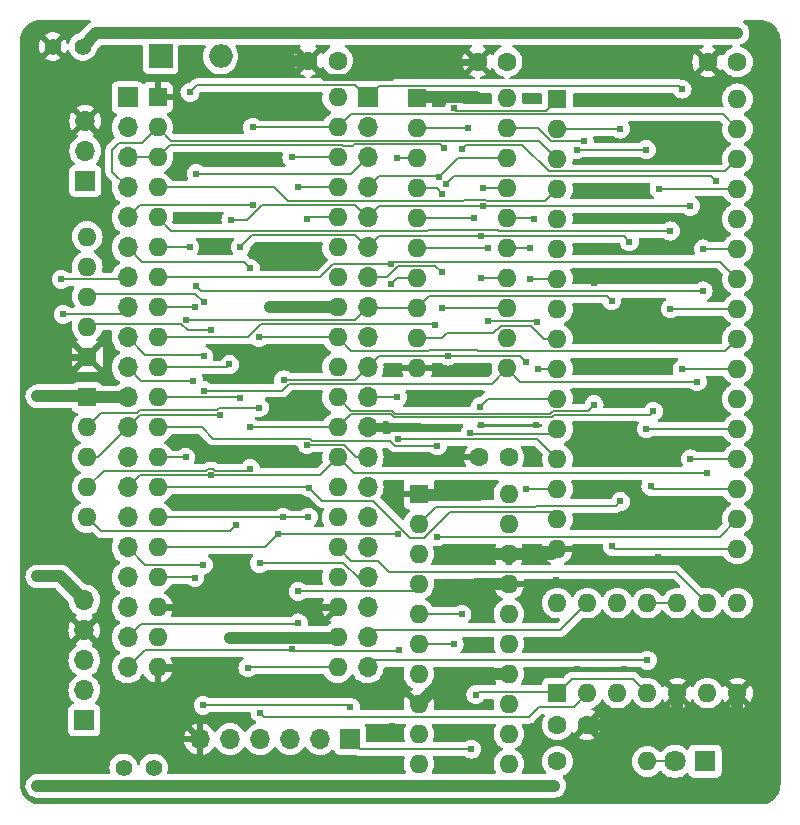
<source format=gtl>
%TF.GenerationSoftware,KiCad,Pcbnew,7.0.8*%
%TF.CreationDate,2024-05-03T21:11:10+09:00*%
%TF.ProjectId,MEZ88_RAM,4d455a38-385f-4524-914d-2e6b69636164,Rev 1.2*%
%TF.SameCoordinates,PX65317e4PY8319cac*%
%TF.FileFunction,Copper,L1,Top*%
%TF.FilePolarity,Positive*%
%FSLAX46Y46*%
G04 Gerber Fmt 4.6, Leading zero omitted, Abs format (unit mm)*
G04 Created by KiCad (PCBNEW 7.0.8) date 2024-05-03 21:11:10*
%MOMM*%
%LPD*%
G01*
G04 APERTURE LIST*
%TA.AperFunction,ComponentPad*%
%ADD10R,1.600000X1.600000*%
%TD*%
%TA.AperFunction,ComponentPad*%
%ADD11O,1.600000X1.600000*%
%TD*%
%TA.AperFunction,ComponentPad*%
%ADD12R,1.700000X1.700000*%
%TD*%
%TA.AperFunction,ComponentPad*%
%ADD13O,1.700000X1.700000*%
%TD*%
%TA.AperFunction,ComponentPad*%
%ADD14C,1.400000*%
%TD*%
%TA.AperFunction,ComponentPad*%
%ADD15C,1.600000*%
%TD*%
%TA.AperFunction,ComponentPad*%
%ADD16R,2.000000X2.000000*%
%TD*%
%TA.AperFunction,ComponentPad*%
%ADD17O,2.000000X2.000000*%
%TD*%
%TA.AperFunction,ComponentPad*%
%ADD18R,1.800000X1.800000*%
%TD*%
%TA.AperFunction,ComponentPad*%
%ADD19C,1.800000*%
%TD*%
%TA.AperFunction,ViaPad*%
%ADD20C,0.605000*%
%TD*%
%TA.AperFunction,Conductor*%
%ADD21C,0.152400*%
%TD*%
%TA.AperFunction,Conductor*%
%ADD22C,1.000000*%
%TD*%
%TA.AperFunction,Conductor*%
%ADD23C,0.600000*%
%TD*%
%TA.AperFunction,Conductor*%
%ADD24C,0.800000*%
%TD*%
G04 APERTURE END LIST*
D10*
X45800000Y9730000D03*
D11*
X48340000Y9730000D03*
X50880000Y9730000D03*
X53420000Y9730000D03*
X55960000Y9730000D03*
X58500000Y9730000D03*
X61040000Y9730000D03*
X61040000Y17350000D03*
X58500000Y17350000D03*
X55960000Y17350000D03*
X53420000Y17350000D03*
X50880000Y17350000D03*
X48340000Y17350000D03*
X45800000Y17350000D03*
D12*
X5830000Y53090000D03*
D13*
X5830000Y55630000D03*
X5830000Y58170000D03*
D10*
X5990000Y34770000D03*
D11*
X5990000Y32230000D03*
X5990000Y29690000D03*
X5990000Y27150000D03*
X5990000Y24610000D03*
D12*
X28260000Y5830000D03*
D13*
X25720000Y5830000D03*
X23180000Y5830000D03*
X20640000Y5830000D03*
X18100000Y5830000D03*
X15560000Y5830000D03*
D14*
X5620000Y64470000D03*
X3080000Y64470000D03*
D15*
X61040000Y63160000D03*
X58540000Y63160000D03*
D16*
X12210000Y63630000D03*
D17*
X17290000Y63630000D03*
D18*
X58300000Y3950000D03*
D19*
X55760000Y3950000D03*
D10*
X34080000Y26575000D03*
D11*
X34080000Y24035000D03*
X34080000Y21495000D03*
X34080000Y18955000D03*
X34080000Y16415000D03*
X34080000Y13875000D03*
X34080000Y11335000D03*
X34080000Y8795000D03*
X34080000Y6255000D03*
X34080000Y3715000D03*
X41700000Y3715000D03*
X41700000Y6255000D03*
X41700000Y8795000D03*
X41700000Y11335000D03*
X41700000Y13875000D03*
X41700000Y16415000D03*
X41700000Y18955000D03*
X41700000Y21495000D03*
X41700000Y24035000D03*
X41700000Y26575000D03*
D15*
X45800000Y7040000D03*
X48300000Y7040000D03*
X41700000Y29680000D03*
X39200000Y29680000D03*
X27195000Y63285000D03*
X24695000Y63285000D03*
D10*
X45800000Y60040000D03*
D11*
X45800000Y57500000D03*
X45800000Y54960000D03*
X45800000Y52420000D03*
X45800000Y49880000D03*
X45800000Y47340000D03*
X45800000Y44800000D03*
X45800000Y42260000D03*
X45800000Y39720000D03*
X45800000Y37180000D03*
X45800000Y34640000D03*
X45800000Y32100000D03*
X45800000Y29560000D03*
X45800000Y27020000D03*
X45800000Y24480000D03*
X45800000Y21940000D03*
X61040000Y21940000D03*
X61040000Y24480000D03*
X61040000Y27020000D03*
X61040000Y29560000D03*
X61040000Y32100000D03*
X61040000Y34640000D03*
X61040000Y37180000D03*
X61040000Y39720000D03*
X61040000Y42260000D03*
X61040000Y44800000D03*
X61040000Y47340000D03*
X61040000Y49880000D03*
X61040000Y52420000D03*
X61040000Y54960000D03*
X61040000Y57500000D03*
X61040000Y60040000D03*
D10*
X11955000Y60165000D03*
D11*
X11955000Y57625000D03*
X11955000Y55085000D03*
X11955000Y52545000D03*
X11955000Y50005000D03*
X11955000Y47465000D03*
X11955000Y44925000D03*
X11955000Y42385000D03*
X11955000Y39845000D03*
X11955000Y37305000D03*
X11955000Y34765000D03*
X11955000Y32225000D03*
X11955000Y29685000D03*
X11955000Y27145000D03*
X11955000Y24605000D03*
X11955000Y22065000D03*
X11955000Y19525000D03*
X11955000Y16985000D03*
X11955000Y14445000D03*
X11955000Y11905000D03*
X27195000Y11905000D03*
X27195000Y14445000D03*
X27195000Y16985000D03*
X27195000Y19525000D03*
X27195000Y22065000D03*
X27195000Y24605000D03*
X27195000Y27145000D03*
X27195000Y29685000D03*
X27195000Y32225000D03*
X27195000Y34765000D03*
X27195000Y37305000D03*
X27195000Y39845000D03*
X27195000Y42385000D03*
X27195000Y44925000D03*
X27195000Y47465000D03*
X27195000Y50005000D03*
X27195000Y52545000D03*
X27195000Y55085000D03*
X27195000Y57625000D03*
X27195000Y60165000D03*
D10*
X5990000Y38220000D03*
D11*
X5990000Y40760000D03*
X5990000Y43300000D03*
X5990000Y45840000D03*
X5990000Y48380000D03*
D15*
X45800000Y3950000D03*
D11*
X53420000Y3950000D03*
D10*
X33920000Y60080000D03*
D11*
X33920000Y57540000D03*
X33920000Y55000000D03*
X33920000Y52460000D03*
X33920000Y49920000D03*
X33920000Y47380000D03*
X33920000Y44840000D03*
X33920000Y42300000D03*
X33920000Y39760000D03*
X33920000Y37220000D03*
X41540000Y37220000D03*
X41540000Y39760000D03*
X41540000Y42300000D03*
X41540000Y44840000D03*
X41540000Y47380000D03*
X41540000Y49920000D03*
X41540000Y52460000D03*
X41540000Y55000000D03*
X41540000Y57540000D03*
X41540000Y60080000D03*
D12*
X5750000Y7420000D03*
D13*
X5750000Y9960000D03*
X5750000Y12500000D03*
X5750000Y15040000D03*
X5750000Y17580000D03*
D15*
X41540000Y63200000D03*
X39040000Y63200000D03*
D14*
X9070367Y3407033D03*
X11610367Y3407033D03*
D12*
X29735000Y60165000D03*
D13*
X29735000Y57625000D03*
X29735000Y55085000D03*
X29735000Y52545000D03*
X29735000Y50005000D03*
X29735000Y47465000D03*
X29735000Y44925000D03*
X29735000Y42385000D03*
X29735000Y39845000D03*
X29735000Y37305000D03*
X29735000Y34765000D03*
X29735000Y32225000D03*
X29735000Y29685000D03*
X29735000Y27145000D03*
X29735000Y24605000D03*
X29735000Y22065000D03*
X29735000Y19525000D03*
X29735000Y16985000D03*
X29735000Y14445000D03*
X29735000Y11905000D03*
D12*
X9415000Y60165000D03*
D13*
X9415000Y57625000D03*
X9415000Y55085000D03*
X9415000Y52545000D03*
X9415000Y50005000D03*
X9415000Y47465000D03*
X9415000Y44925000D03*
X9415000Y42385000D03*
X9415000Y39845000D03*
X9415000Y37305000D03*
X9415000Y34765000D03*
X9415000Y32225000D03*
X9415000Y29685000D03*
X9415000Y27145000D03*
X9415000Y24605000D03*
X9415000Y22065000D03*
X9415000Y19525000D03*
X9415000Y16985000D03*
X9415000Y14445000D03*
X9415000Y11905000D03*
D20*
X58710000Y33860000D03*
X58440000Y28330000D03*
X1770000Y1880000D03*
X27200000Y65630000D03*
X1770000Y34860000D03*
X45540026Y1880000D03*
X1770000Y19610000D03*
X21449989Y42390011D03*
X19270000Y1880000D03*
X41540000Y65630000D03*
X61040000Y65620000D03*
X21450000Y65630000D03*
X18100000Y14430000D03*
X14730000Y63550000D03*
X48970000Y47230000D03*
X45720000Y19340000D03*
X34065001Y32225001D03*
X16280000Y47420000D03*
X47550000Y13910000D03*
X31240000Y3580000D03*
X31650000Y26770000D03*
X25580000Y46350000D03*
X31590000Y29530000D03*
X43720000Y5000000D03*
X48510000Y26810000D03*
X58610000Y49670000D03*
X58900000Y24860000D03*
X21640000Y29880000D03*
X24695001Y59344999D03*
X63490000Y61480000D03*
X21710000Y33900000D03*
X25600000Y38560000D03*
X17680000Y25780000D03*
X48650000Y41030000D03*
X36700000Y6260000D03*
X14610000Y11890000D03*
X51220000Y14230000D03*
X49810000Y3810000D03*
X58520000Y56830000D03*
X17520000Y29840000D03*
X48560000Y37520000D03*
X49910000Y52170000D03*
X32850000Y63080000D03*
X44000000Y29610000D03*
X38820000Y13750000D03*
X13820000Y49990000D03*
X6000000Y21550000D03*
X39200000Y26480000D03*
X63440000Y38000000D03*
X38950000Y21500000D03*
X49120000Y49830000D03*
X13590000Y31050000D03*
X48460000Y24160000D03*
X54670000Y18820000D03*
X35910000Y17690000D03*
X49160000Y63180000D03*
X58740000Y40120000D03*
X17680000Y16990000D03*
X2930000Y50470000D03*
X19255000Y59345000D03*
X47430000Y11750000D03*
X19950000Y47000000D03*
X48360000Y29510000D03*
X16350000Y49810000D03*
X5540000Y3460000D03*
X14620000Y16980000D03*
X54330000Y21270000D03*
X21710000Y37940000D03*
X11970000Y8500000D03*
X18620000Y54830000D03*
X20865001Y16985002D03*
X35890000Y21250000D03*
X3360000Y56900000D03*
X3620000Y47190000D03*
X17730000Y18860000D03*
X48940000Y44490000D03*
X36810000Y10360000D03*
X37280000Y3590000D03*
X19725001Y63284999D03*
X61050000Y7010000D03*
X54630000Y30120000D03*
X39610000Y37100000D03*
X63170000Y19390000D03*
X14010000Y25770000D03*
X16130000Y54900000D03*
X33920000Y34460000D03*
X55820000Y33580000D03*
X38935082Y60204918D03*
X58300000Y13440000D03*
X59070000Y45150000D03*
X33990000Y29500000D03*
X15940000Y58410000D03*
X18110000Y36330000D03*
X43980000Y32390000D03*
X39360000Y32410000D03*
X31130000Y8770000D03*
X53220000Y7010000D03*
X23500000Y9940000D03*
X43710000Y60030000D03*
X54380000Y24850000D03*
X2790000Y39370000D03*
X38940000Y18970000D03*
X31520000Y37180000D03*
X31760000Y6910000D03*
X51440000Y11750000D03*
X36180000Y55860000D03*
X36390000Y52800000D03*
X59200000Y53090000D03*
X20000000Y51030000D03*
X20000000Y57620000D03*
X32300000Y23190000D03*
X32250000Y34770000D03*
X22130000Y23190000D03*
X32300000Y31250000D03*
X32260000Y55000000D03*
X36060000Y52010000D03*
X36540000Y38260000D03*
X43110000Y37780000D03*
X24720000Y24610000D03*
X22600000Y24610000D03*
X22620000Y36240000D03*
X43120000Y27010000D03*
X31740000Y44360000D03*
X24750000Y27130000D03*
X50390000Y42960000D03*
X14320000Y29680000D03*
X14340000Y41340000D03*
X50460000Y22150000D03*
X35760000Y53400000D03*
X35470000Y40910000D03*
X47460000Y55730000D03*
X53340000Y55730000D03*
X53340000Y32110000D03*
X18040000Y37550000D03*
X39490000Y52460000D03*
X39490000Y50948600D03*
X18160000Y49760000D03*
X57070000Y29550000D03*
X57050000Y50950000D03*
X19800000Y32230000D03*
X54410000Y52420000D03*
X19800000Y28720000D03*
X53920000Y33580000D03*
X19800000Y45680000D03*
X35650000Y30690000D03*
X36001100Y42300000D03*
X35640000Y22960000D03*
X36010000Y45340000D03*
X18950000Y47470000D03*
X39370000Y44840000D03*
X53730000Y27220000D03*
X18950000Y34750000D03*
X51900000Y47950000D03*
X39370000Y48408600D03*
X53420000Y12500000D03*
X24620000Y49910000D03*
X24620000Y30749998D03*
X55370000Y48850000D03*
X55370000Y42260000D03*
X56350000Y60860000D03*
X56360000Y37170000D03*
X14680000Y47470000D03*
X14700000Y60600000D03*
X31720000Y46030000D03*
X15220000Y53720000D03*
X58140000Y43770000D03*
X15155001Y42384999D03*
X15220000Y44210000D03*
X58150000Y47330000D03*
X14969998Y36190000D03*
X15096553Y19512272D03*
X15840000Y35340000D03*
X15840000Y38260000D03*
X57650000Y36100000D03*
X15870000Y42840000D03*
X3800000Y44760000D03*
X3970000Y41790000D03*
X17269998Y33270000D03*
X16460000Y28173600D03*
X16460000Y40430000D03*
X23870000Y18330000D03*
X23870000Y15660000D03*
X23870000Y52540000D03*
X20560000Y39850000D03*
X20560000Y33900000D03*
X20590002Y20720000D03*
X32430000Y13370000D03*
X23320000Y13440000D03*
X23320000Y55080000D03*
X48900000Y34150000D03*
X37060000Y59250000D03*
X37060000Y13880000D03*
X37718900Y55820000D03*
X37720000Y16410000D03*
X51140000Y25950000D03*
X51140000Y57490000D03*
X38520000Y4980000D03*
X15810000Y8700000D03*
X28260002Y8540000D03*
X15830000Y20590000D03*
X38900000Y9600000D03*
X18620000Y23950000D03*
X19600000Y11870000D03*
X38430000Y31790000D03*
X38250000Y57540000D03*
X38780000Y49920000D03*
X39270000Y33990000D03*
X44050000Y41130000D03*
X44140000Y37180000D03*
X39910000Y47380000D03*
X39910000Y41200000D03*
X43520000Y44800000D03*
X43520000Y47380000D03*
X43840000Y49910000D03*
X48090000Y56460000D03*
X20630000Y8050000D03*
D21*
X58440000Y28330000D02*
X28550000Y28330000D01*
X28550000Y28330000D02*
X27195000Y29685000D01*
D22*
X5620000Y64470000D02*
X6780000Y65630000D01*
X9415000Y34765000D02*
X5995000Y34765000D01*
X41540000Y65630000D02*
X61030000Y65630000D01*
X61030000Y65630000D02*
X61040000Y65620000D01*
D21*
X5995000Y34765000D02*
X5900000Y34860000D01*
D22*
X5900000Y34860000D02*
X1770000Y34860000D01*
X27200000Y65630000D02*
X41540000Y65630000D01*
X27180000Y14430000D02*
X27195000Y14445000D01*
X1770000Y1880000D02*
X19270000Y1880000D01*
X1770000Y19610000D02*
X3720000Y19610000D01*
X21455000Y42385000D02*
X27195000Y42385000D01*
X19270000Y1880000D02*
X45540026Y1880000D01*
X3720000Y19610000D02*
X5750000Y17580000D01*
X6780000Y65630000D02*
X27200000Y65630000D01*
X18100000Y14430000D02*
X27180000Y14430000D01*
D21*
X5995000Y34765000D02*
X5990000Y34770000D01*
D22*
X38955000Y21495000D02*
X38950000Y21500000D01*
D23*
X32850000Y63080000D02*
X31700000Y61930000D01*
D22*
X39200000Y26480000D02*
X34175000Y26480000D01*
D23*
X32970000Y63200000D02*
X39040000Y63200000D01*
D22*
X24695000Y63285000D02*
X19725001Y63284999D01*
D21*
X61050000Y7010000D02*
X61040000Y7020000D01*
D23*
X32850000Y63080000D02*
X32970000Y63200000D01*
D22*
X41700000Y21495000D02*
X45355000Y21495000D01*
D23*
X14610000Y11890000D02*
X11970000Y11890000D01*
D22*
X41685000Y18970000D02*
X41700000Y18955000D01*
D23*
X3940000Y38220000D02*
X2790000Y39370000D01*
X14620000Y16980000D02*
X14615000Y16985000D01*
X17685000Y16985000D02*
X17680000Y16990000D01*
D22*
X35645000Y10360000D02*
X34080000Y8795000D01*
X24695001Y59344999D02*
X19255001Y59344999D01*
D23*
X17675000Y16985000D02*
X14625000Y16985000D01*
D22*
X53220000Y7010000D02*
X55980000Y7010000D01*
D21*
X55960000Y7030000D02*
X55980000Y7010000D01*
X20865001Y16985002D02*
X20864999Y16985000D01*
D22*
X36810000Y10360000D02*
X35645000Y10360000D01*
D23*
X12890000Y8500000D02*
X15560000Y5830000D01*
X14615000Y16985000D02*
X11955000Y16985000D01*
D22*
X45355000Y21495000D02*
X45800000Y21940000D01*
X34044918Y60204918D02*
X38935082Y60204918D01*
D23*
X11970000Y11890000D02*
X11955000Y11905000D01*
D22*
X41700000Y21495000D02*
X38955000Y21495000D01*
D23*
X27195000Y16985000D02*
X20865000Y16985000D01*
D22*
X55960000Y9730000D02*
X55960000Y7030000D01*
D23*
X26050000Y61930000D02*
X24695000Y63285000D01*
D22*
X48300000Y7040000D02*
X53190000Y7040000D01*
X61040000Y7020000D02*
X61040000Y9730000D01*
X41700000Y11335000D02*
X37785000Y11335000D01*
D23*
X31700000Y61930000D02*
X26050000Y61930000D01*
D22*
X38940000Y18970000D02*
X41685000Y18970000D01*
X34175000Y26480000D02*
X34080000Y26575000D01*
X33920000Y60080000D02*
X34044918Y60204918D01*
D24*
X29735000Y32225000D02*
X34065000Y32225000D01*
D22*
X37785000Y11335000D02*
X36810000Y10360000D01*
D23*
X11970000Y8500000D02*
X12890000Y8500000D01*
D22*
X19255001Y59344999D02*
X19255000Y59345000D01*
D23*
X14625000Y16985000D02*
X14620000Y16980000D01*
X20864999Y16985000D02*
X17685000Y16985000D01*
D21*
X37045000Y8795000D02*
X37040000Y8800000D01*
D23*
X17680000Y16990000D02*
X17675000Y16985000D01*
X5990000Y38220000D02*
X3940000Y38220000D01*
D22*
X55980000Y7010000D02*
X61050000Y7010000D01*
D21*
X11955000Y52545000D02*
X21785000Y52545000D01*
X44750000Y51370000D02*
X45800000Y52420000D01*
X37899700Y51479700D02*
X39709989Y51479700D01*
X21785000Y52545000D02*
X22960000Y51370000D01*
X39819689Y51370000D02*
X44750000Y51370000D01*
X22960000Y51370000D02*
X37790000Y51370000D01*
X37790000Y51370000D02*
X37899700Y51479700D01*
X39709989Y51479700D02*
X39819689Y51370000D01*
X59200000Y53090000D02*
X58801400Y53488600D01*
X35840000Y56200000D02*
X36180000Y55860000D01*
X12983600Y56113600D02*
X27613946Y56113600D01*
X11955000Y55085000D02*
X12983600Y56113600D01*
X9415000Y55085000D02*
X11955000Y55085000D01*
X28580000Y56200000D02*
X35840000Y56200000D01*
X58801400Y53488600D02*
X37078600Y53488600D01*
X27647546Y56080000D02*
X28460000Y56080000D01*
X27613946Y56113600D02*
X27647546Y56080000D01*
X37078600Y53488600D02*
X36390000Y52800000D01*
X28460000Y56080000D02*
X28580000Y56200000D01*
X44255200Y56504800D02*
X45800000Y54960000D01*
X11955000Y57625000D02*
X10660000Y56330000D01*
X8720000Y56330000D02*
X8110000Y55720000D01*
X13075200Y56504800D02*
X44255200Y56504800D01*
X8110000Y55720000D02*
X8110000Y53850000D01*
X10660000Y56330000D02*
X8720000Y56330000D01*
X8110000Y53850000D02*
X9415000Y52545000D01*
X11955000Y57625000D02*
X13075200Y56504800D01*
X37301089Y58740000D02*
X59800000Y58740000D01*
X20005000Y57625000D02*
X27195000Y57625000D01*
X36840011Y58718900D02*
X37279989Y58718900D01*
X27195000Y57625000D02*
X28310000Y58740000D01*
X37279989Y58718900D02*
X37301089Y58740000D01*
X36818911Y58740000D02*
X36840011Y58718900D01*
X9415000Y50005000D02*
X10443600Y51033600D01*
X59800000Y58740000D02*
X61040000Y57500000D01*
X10443600Y51033600D02*
X19996400Y51033600D01*
X28310000Y58740000D02*
X36818911Y58740000D01*
X19996400Y51033600D02*
X20000000Y51030000D01*
X20000000Y57620000D02*
X20005000Y57625000D01*
X32250000Y34770000D02*
X32245000Y34765000D01*
X45800000Y29560000D02*
X44110000Y31250000D01*
X22130000Y23190000D02*
X32300000Y23190000D01*
X33920000Y55000000D02*
X32260000Y55000000D01*
X44110000Y31250000D02*
X32300000Y31250000D01*
X11955000Y22065000D02*
X21005000Y22065000D01*
X21005000Y22065000D02*
X22130000Y23190000D01*
X32245000Y34765000D02*
X29735000Y34765000D01*
X42630000Y38260000D02*
X43110000Y37780000D01*
X29735000Y37305000D02*
X30690000Y38260000D01*
X33920000Y52460000D02*
X35610000Y52460000D01*
X30690000Y38260000D02*
X36540000Y38260000D01*
X11955000Y24605000D02*
X22595000Y24605000D01*
X43120000Y27010000D02*
X43130000Y27020000D01*
X43130000Y27020000D02*
X45800000Y27020000D01*
X22595000Y24605000D02*
X22600000Y24610000D01*
X36540000Y38260000D02*
X42630000Y38260000D01*
X28670000Y36240000D02*
X22620000Y36240000D01*
X29735000Y37305000D02*
X28670000Y36240000D01*
X35610000Y52460000D02*
X36060000Y52010000D01*
X24720000Y24610000D02*
X22600000Y24610000D01*
X11955000Y27145000D02*
X24735000Y27145000D01*
X32220000Y44840000D02*
X31740000Y44360000D01*
X33920000Y44840000D02*
X32220000Y44840000D01*
X25870000Y26010000D02*
X24750000Y27130000D01*
X24735000Y27145000D02*
X24750000Y27130000D01*
X45216400Y25063600D02*
X36703600Y25063600D01*
X33341089Y22900000D02*
X30231089Y26010000D01*
X34540000Y22900000D02*
X33341089Y22900000D01*
X45800000Y24480000D02*
X45216400Y25063600D01*
X36703600Y25063600D02*
X34540000Y22900000D01*
X30231089Y26010000D02*
X25870000Y26010000D01*
X11955000Y29685000D02*
X14315000Y29685000D01*
X14390000Y41290000D02*
X28640000Y41290000D01*
X33920000Y42300000D02*
X29820000Y42300000D01*
X29820000Y42300000D02*
X29735000Y42385000D01*
X14315000Y29685000D02*
X14320000Y29680000D01*
X33920000Y42300000D02*
X34948600Y43328600D01*
X50670000Y21940000D02*
X61040000Y21940000D01*
X50460000Y22150000D02*
X50670000Y21940000D01*
X50021400Y43328600D02*
X50390000Y42960000D01*
X28640000Y41290000D02*
X29735000Y42385000D01*
X34948600Y43328600D02*
X50021400Y43328600D01*
X35671400Y53488600D02*
X35760000Y53400000D01*
X61040000Y32100000D02*
X53350000Y32100000D01*
X37360000Y55000000D02*
X35760000Y53400000D01*
X19625000Y39845000D02*
X20730000Y40950000D01*
X30678600Y53488600D02*
X35671400Y53488600D01*
X53350000Y32100000D02*
X53340000Y32110000D01*
X29735000Y52545000D02*
X30678600Y53488600D01*
X35430000Y40950000D02*
X35470000Y40910000D01*
X53340000Y55730000D02*
X47460000Y55730000D01*
X41540000Y55000000D02*
X37360000Y55000000D01*
X20730000Y40950000D02*
X35430000Y40950000D01*
X11955000Y39845000D02*
X19625000Y39845000D01*
X20754689Y51033600D02*
X19481089Y49760000D01*
X39490000Y50948600D02*
X57048600Y50948600D01*
X19481089Y49760000D02*
X18160000Y49760000D01*
X17795000Y37305000D02*
X18040000Y37550000D01*
X30678600Y50948600D02*
X39490000Y50948600D01*
X28706400Y51033600D02*
X20754689Y51033600D01*
X11955000Y37305000D02*
X17795000Y37305000D01*
X57048600Y50948600D02*
X57050000Y50950000D01*
X29735000Y50005000D02*
X28706400Y51033600D01*
X57070000Y29550000D02*
X57080000Y29560000D01*
X41540000Y52460000D02*
X39490000Y52460000D01*
X29735000Y50005000D02*
X30678600Y50948600D01*
X57080000Y29560000D02*
X61040000Y29560000D01*
X7390000Y28550000D02*
X16085311Y28550000D01*
X16240011Y28704700D02*
X16679989Y28704700D01*
X31703748Y33335200D02*
X31953748Y33085200D01*
X19250000Y46230000D02*
X10650000Y46230000D01*
X5990000Y27150000D02*
X7390000Y28550000D01*
X31953748Y33085200D02*
X45316252Y33085200D01*
X27195000Y32225000D02*
X28305200Y33335200D01*
X16679989Y28704700D02*
X16834689Y28550000D01*
X45316252Y33085200D02*
X45537652Y33306600D01*
X10650000Y46230000D02*
X9415000Y47465000D01*
X28305200Y33335200D02*
X31703748Y33335200D01*
X19800000Y45680000D02*
X19250000Y46230000D01*
X61040000Y52420000D02*
X54410000Y52420000D01*
X16085311Y28550000D02*
X16240011Y28704700D01*
X19630000Y28550000D02*
X19800000Y28720000D01*
X53646600Y33306600D02*
X53920000Y33580000D01*
X16834689Y28550000D02*
X19630000Y28550000D01*
X27195000Y32225000D02*
X19805000Y32225000D01*
X45537652Y33306600D02*
X53646600Y33306600D01*
X36010000Y45340000D02*
X35460000Y45890000D01*
X31366089Y44925000D02*
X29735000Y44925000D01*
X25066289Y31054798D02*
X31654113Y31054798D01*
X61040000Y24480000D02*
X59528600Y22968600D01*
X41540000Y42300000D02*
X36001100Y42300000D01*
X59528600Y22968600D02*
X35648600Y22968600D01*
X15715000Y32225000D02*
X16658902Y31281098D01*
X31654113Y31054798D02*
X32018911Y30690000D01*
X35648600Y22968600D02*
X35640000Y22960000D01*
X35460000Y45890000D02*
X32331089Y45890000D01*
X24839989Y31281098D02*
X25066289Y31054798D01*
X16658902Y31281098D02*
X24839989Y31281098D01*
X11955000Y32225000D02*
X15715000Y32225000D01*
X32331089Y45890000D02*
X31366089Y44925000D01*
X32018911Y30690000D02*
X35650000Y30690000D01*
X28706400Y48493600D02*
X29735000Y47465000D01*
X18950000Y47470000D02*
X19973600Y48493600D01*
X29735000Y47465000D02*
X30678600Y48408600D01*
X30678600Y48408600D02*
X39370000Y48408600D01*
X11955000Y34765000D02*
X14513911Y34765000D01*
X41540000Y44840000D02*
X39370000Y44840000D01*
X53730000Y27220000D02*
X53930000Y27020000D01*
X14513911Y34765000D02*
X18935000Y34765000D01*
X19973600Y48493600D02*
X28706400Y48493600D01*
X39370000Y48408600D02*
X51441400Y48408600D01*
X53930000Y27020000D02*
X61040000Y27020000D01*
X51441400Y48408600D02*
X51900000Y47950000D01*
X53420000Y3950000D02*
X55760000Y3950000D01*
X31516400Y19983600D02*
X30600000Y20900000D01*
X58500000Y17350000D02*
X55866400Y19983600D01*
X30600000Y20900000D02*
X28360000Y20900000D01*
X28360000Y20900000D02*
X27195000Y22065000D01*
X55866400Y19983600D02*
X31516400Y19983600D01*
X30333568Y12503568D02*
X53416432Y12503568D01*
X29735000Y11905000D02*
X30333568Y12503568D01*
X53420000Y17350000D02*
X55960000Y17350000D01*
X53416432Y12503568D02*
X53420000Y12500000D01*
X27195000Y50005000D02*
X24715000Y50005000D01*
X27710002Y30749998D02*
X24620000Y30749998D01*
X24715000Y50005000D02*
X24620000Y49910000D01*
X28775000Y29685000D02*
X27710002Y30749998D01*
X29735000Y29685000D02*
X28775000Y29685000D01*
X11955000Y50005000D02*
X13108600Y48851400D01*
X34828300Y48939700D02*
X40800300Y48939700D01*
X40890000Y48850000D02*
X55370000Y48850000D01*
X34740000Y48851400D02*
X34828300Y48939700D01*
X55370000Y42260000D02*
X61040000Y42260000D01*
X40800300Y48939700D02*
X40890000Y48850000D01*
X13108600Y48851400D02*
X34740000Y48851400D01*
X29735000Y60165000D02*
X28706400Y61193600D01*
X29735000Y60165000D02*
X30678600Y61108600D01*
X14675000Y47465000D02*
X11955000Y47465000D01*
X15293600Y61193600D02*
X14700000Y60600000D01*
X56370000Y37180000D02*
X61040000Y37180000D01*
X30678600Y61108600D02*
X56101400Y61108600D01*
X28706400Y61193600D02*
X15293600Y61193600D01*
X56101400Y61108600D02*
X56350000Y60860000D01*
X59580000Y46260000D02*
X61040000Y44800000D01*
X26820000Y46030000D02*
X31720000Y46030000D01*
X31950000Y46260000D02*
X59580000Y46260000D01*
X25715000Y44925000D02*
X26820000Y46030000D01*
X31720000Y46030000D02*
X31950000Y46260000D01*
X11955000Y44925000D02*
X25715000Y44925000D01*
X58150000Y47330000D02*
X58160000Y47340000D01*
X15660000Y43770000D02*
X15220000Y44210000D01*
X58140000Y43770000D02*
X15660000Y43770000D01*
X28370000Y53720000D02*
X29735000Y55085000D01*
X11955000Y42385000D02*
X15155000Y42385000D01*
X15220000Y53720000D02*
X28370000Y53720000D01*
X58160000Y47340000D02*
X61040000Y47340000D01*
X15083825Y19525000D02*
X15096553Y19512272D01*
X10530000Y36190000D02*
X14970000Y36190000D01*
X11955000Y19525000D02*
X15083825Y19525000D01*
X9415000Y37305000D02*
X10530000Y36190000D01*
X5990000Y43300000D02*
X6230000Y43540000D01*
X15766400Y38333600D02*
X10926400Y38333600D01*
X6230000Y43540000D02*
X15160000Y43540000D01*
X42660000Y36100000D02*
X57650000Y36100000D01*
X10926400Y38333600D02*
X9415000Y39845000D01*
X15160000Y43540000D02*
X15860000Y42840000D01*
X22480000Y35340000D02*
X15840000Y35340000D01*
X23075200Y35935200D02*
X22480000Y35340000D01*
X41540000Y37220000D02*
X42660000Y36100000D01*
X41540000Y37220000D02*
X40255200Y35935200D01*
X15840000Y38260000D02*
X15766400Y38333600D01*
X40255200Y35935200D02*
X23075200Y35935200D01*
X9250000Y44760000D02*
X3800000Y44760000D01*
X9415000Y44925000D02*
X9250000Y44760000D01*
X9415000Y42385000D02*
X8820000Y41790000D01*
X8820000Y41790000D02*
X3970000Y41790000D01*
X6880000Y29690000D02*
X9415000Y32225000D01*
X5990000Y29690000D02*
X6880000Y29690000D01*
X9410000Y32230000D02*
X9415000Y32225000D01*
X9415000Y32225000D02*
X10460000Y33270000D01*
X10460000Y33270000D02*
X17269998Y33270000D01*
X5990000Y40760000D02*
X6240000Y41010000D01*
X10443600Y28173600D02*
X16460000Y28173600D01*
X25683600Y28173600D02*
X27195000Y29685000D01*
X6240000Y41010000D02*
X13918911Y41010000D01*
X9415000Y27145000D02*
X10443600Y28173600D01*
X13918911Y41010000D02*
X14498911Y40430000D01*
X14498911Y40430000D02*
X16460000Y40430000D01*
X16460000Y28173600D02*
X25683600Y28173600D01*
X10558900Y15588900D02*
X9415000Y14445000D01*
X23798900Y15588900D02*
X10558900Y15588900D01*
X23870000Y15660000D02*
X23798900Y15588900D01*
X23875000Y52545000D02*
X23870000Y52540000D01*
X34080000Y18955000D02*
X33455000Y18330000D01*
X33455000Y18330000D02*
X23870000Y18330000D01*
X27195000Y52545000D02*
X23875000Y52545000D01*
X38970300Y38791100D02*
X39070000Y38691400D01*
X17148909Y33900000D02*
X20560000Y33900000D01*
X29735000Y19525000D02*
X28885000Y19525000D01*
X20565000Y39845000D02*
X27195000Y39845000D01*
X39070000Y38691400D02*
X60011400Y38691400D01*
X5990000Y32230000D02*
X7190000Y33430000D01*
X16958909Y33710000D02*
X17148909Y33900000D01*
X10450000Y33710000D02*
X16958909Y33710000D01*
X10170000Y33430000D02*
X10450000Y33710000D01*
X27195000Y39845000D02*
X28348600Y38691400D01*
X7190000Y33430000D02*
X10170000Y33430000D01*
X20560000Y39850000D02*
X20565000Y39845000D01*
X60011400Y38691400D02*
X61040000Y39720000D01*
X28885000Y19525000D02*
X27690000Y20720000D01*
X28348600Y38691400D02*
X34811400Y38691400D01*
X27690000Y20720000D02*
X20590002Y20720000D01*
X34811400Y38691400D02*
X34911100Y38791100D01*
X34911100Y38791100D02*
X38970300Y38791100D01*
X10880000Y13370000D02*
X9415000Y11905000D01*
X23320000Y13440000D02*
X23450000Y13310000D01*
X23250000Y13370000D02*
X10880000Y13370000D01*
X23320000Y13440000D02*
X23250000Y13370000D01*
X23450000Y13310000D02*
X32370000Y13310000D01*
X32370000Y13310000D02*
X32430000Y13370000D01*
X27195000Y55085000D02*
X23325000Y55085000D01*
X23325000Y55085000D02*
X23320000Y55080000D01*
X32080000Y33390000D02*
X45190000Y33390000D01*
X48361400Y33611400D02*
X48900000Y34150000D01*
X45411400Y33611400D02*
X48361400Y33611400D01*
X28320000Y33640000D02*
X31830000Y33640000D01*
X27195000Y34765000D02*
X28320000Y33640000D01*
X31830000Y33640000D02*
X32080000Y33390000D01*
X45190000Y33390000D02*
X45411400Y33611400D01*
X44811400Y59051400D02*
X37258600Y59051400D01*
X37258600Y59051400D02*
X37060000Y59250000D01*
X37055000Y13875000D02*
X34080000Y13875000D01*
X45800000Y60040000D02*
X44811400Y59051400D01*
X61040000Y54960000D02*
X59970000Y53890000D01*
X45060000Y53890000D02*
X42820000Y56130000D01*
X38028900Y56130000D02*
X37718900Y55820000D01*
X34080000Y16415000D02*
X37715000Y16415000D01*
X42820000Y56130000D02*
X38028900Y56130000D01*
X37715000Y16415000D02*
X37720000Y16410000D01*
X59970000Y53890000D02*
X45060000Y53890000D01*
X43980000Y25590000D02*
X43890000Y25500000D01*
X51140000Y25950000D02*
X50780000Y25590000D01*
X45800000Y57500000D02*
X51130000Y57500000D01*
X51130000Y57500000D02*
X51140000Y57490000D01*
X35545000Y25500000D02*
X34080000Y24035000D01*
X50780000Y25590000D02*
X43980000Y25590000D01*
X43890000Y25500000D02*
X35545000Y25500000D01*
X53420000Y9730000D02*
X52210000Y10940000D01*
X38520000Y4980000D02*
X29110000Y4980000D01*
X39123600Y9823600D02*
X38900000Y9600000D01*
X15830000Y20590000D02*
X15821056Y20598944D01*
X15810000Y8700000D02*
X28100002Y8700000D01*
X45800000Y9730000D02*
X45706400Y9823600D01*
X10881056Y20598944D02*
X9415000Y22065000D01*
X45706400Y9823600D02*
X39123600Y9823600D01*
X15821056Y20598944D02*
X10881056Y20598944D01*
X47010000Y10940000D02*
X45800000Y9730000D01*
X28100002Y8700000D02*
X28260002Y8540000D01*
X29110000Y4980000D02*
X28260000Y5830000D01*
X52210000Y10940000D02*
X47010000Y10940000D01*
X7160000Y23440000D02*
X18110000Y23440000D01*
X30333568Y15043568D02*
X46033568Y15043568D01*
X19600000Y11870000D02*
X19635000Y11905000D01*
X46033568Y15043568D02*
X48340000Y17350000D01*
X19635000Y11905000D02*
X27195000Y11905000D01*
X5990000Y24610000D02*
X7160000Y23440000D01*
X18110000Y23440000D02*
X18620000Y23950000D01*
X29735000Y14445000D02*
X30333568Y15043568D01*
X38560000Y31660000D02*
X38430000Y31790000D01*
X45800000Y32100000D02*
X45360000Y31660000D01*
X45360000Y31660000D02*
X38560000Y31660000D01*
X33920000Y57540000D02*
X38250000Y57540000D01*
X33920000Y49920000D02*
X38780000Y49920000D01*
X39920000Y34640000D02*
X45800000Y34640000D01*
X39270000Y33990000D02*
X39920000Y34640000D01*
X39910000Y41200000D02*
X43980000Y41200000D01*
X33920000Y47380000D02*
X39910000Y47380000D01*
X45800000Y37180000D02*
X44140000Y37180000D01*
X43980000Y41200000D02*
X44050000Y41130000D01*
X43598911Y40830000D02*
X44708911Y39720000D01*
X36030000Y39760000D02*
X36448946Y40178946D01*
X33920000Y39760000D02*
X36030000Y39760000D01*
X36448946Y40178946D02*
X40388946Y40178946D01*
X44708911Y39720000D02*
X45800000Y39720000D01*
X40388946Y40178946D02*
X41040000Y40830000D01*
X41040000Y40830000D02*
X43598911Y40830000D01*
X41540000Y47380000D02*
X43520000Y47380000D01*
X43520000Y44800000D02*
X45800000Y44800000D01*
X41540000Y49920000D02*
X43830000Y49920000D01*
X43830000Y49920000D02*
X43840000Y49910000D01*
X44190000Y57540000D02*
X45270000Y56460000D01*
X45270000Y56460000D02*
X48090000Y56460000D01*
X41540000Y57540000D02*
X44190000Y57540000D01*
X5770000Y7400000D02*
X5750000Y7420000D01*
X20630000Y8050000D02*
X20950000Y7730000D01*
X44250000Y8560000D02*
X47170000Y8560000D01*
X43420000Y7730000D02*
X44250000Y8560000D01*
X20950000Y7730000D02*
X43420000Y7730000D01*
X47170000Y8560000D02*
X48340000Y9730000D01*
%TA.AperFunction,Conductor*%
G36*
X6233388Y66679815D02*
G01*
X6279143Y66627011D01*
X6289087Y66557853D01*
X6260062Y66494297D01*
X6226527Y66467082D01*
X6205506Y66455415D01*
X6205499Y66455410D01*
X6179427Y66433030D01*
X6173160Y66428305D01*
X6144482Y66409402D01*
X6144475Y66409397D01*
X6101116Y66366038D01*
X6097661Y66362836D01*
X6051106Y66322868D01*
X6051105Y66322867D01*
X6030076Y66295700D01*
X6024884Y66289806D01*
X5409009Y65673931D01*
X5347686Y65640446D01*
X5344115Y65639724D01*
X5290068Y65629620D01*
X5290060Y65629618D01*
X5082601Y65549249D01*
X5082595Y65549246D01*
X4893439Y65432126D01*
X4893437Y65432124D01*
X4729020Y65282239D01*
X4594943Y65104692D01*
X4594938Y65104684D01*
X4495775Y64905539D01*
X4495770Y64905526D01*
X4469006Y64811460D01*
X4431726Y64752367D01*
X4368417Y64722810D01*
X4299177Y64732172D01*
X4245991Y64777482D01*
X4230473Y64811462D01*
X4203760Y64905350D01*
X4104635Y65104420D01*
X4104630Y65104428D01*
X4088860Y65125310D01*
X3477953Y64514402D01*
X3465165Y64595148D01*
X3407641Y64708045D01*
X3318045Y64797641D01*
X3205148Y64855165D01*
X3124401Y64867954D01*
X3733327Y65476881D01*
X3617178Y65548798D01*
X3617177Y65548799D01*
X3409804Y65629135D01*
X3191193Y65670000D01*
X2968807Y65670000D01*
X2750195Y65629135D01*
X2542824Y65548800D01*
X2542823Y65548799D01*
X2426671Y65476881D01*
X3035599Y64867954D01*
X2954852Y64855165D01*
X2841955Y64797641D01*
X2752359Y64708045D01*
X2694835Y64595148D01*
X2682046Y64514401D01*
X2071138Y65125309D01*
X2071137Y65125309D01*
X2055368Y65104426D01*
X1956240Y64905351D01*
X1895378Y64691440D01*
X1874859Y64470001D01*
X1874859Y64470000D01*
X1895378Y64248561D01*
X1956240Y64034650D01*
X2055369Y63835572D01*
X2071137Y63814692D01*
X2071138Y63814692D01*
X2682046Y64425600D01*
X2694835Y64344852D01*
X2752359Y64231955D01*
X2841955Y64142359D01*
X2954852Y64084835D01*
X3035599Y64072047D01*
X2426672Y63463121D01*
X2426672Y63463120D01*
X2542821Y63391203D01*
X2542822Y63391202D01*
X2750195Y63310866D01*
X2968807Y63270000D01*
X3191193Y63270000D01*
X3409809Y63310867D01*
X3617168Y63391199D01*
X3617181Y63391205D01*
X3733326Y63463121D01*
X3124401Y64072047D01*
X3205148Y64084835D01*
X3318045Y64142359D01*
X3407641Y64231955D01*
X3465165Y64344852D01*
X3477953Y64425600D01*
X4088861Y63814692D01*
X4104631Y63835575D01*
X4104633Y63835578D01*
X4203760Y64034651D01*
X4230473Y64128539D01*
X4267752Y64187633D01*
X4331061Y64217191D01*
X4400301Y64207830D01*
X4453488Y64162520D01*
X4469006Y64128541D01*
X4495770Y64034475D01*
X4495775Y64034462D01*
X4594938Y63835317D01*
X4594943Y63835309D01*
X4729020Y63657762D01*
X4852534Y63545165D01*
X4889245Y63511698D01*
X4893437Y63507877D01*
X4893439Y63507875D01*
X5082595Y63390755D01*
X5082596Y63390755D01*
X5082599Y63390753D01*
X5290060Y63310382D01*
X5508757Y63269500D01*
X5508759Y63269500D01*
X5731241Y63269500D01*
X5731243Y63269500D01*
X5949940Y63310382D01*
X6157401Y63390753D01*
X6346562Y63507876D01*
X6510981Y63657764D01*
X6645058Y63835311D01*
X6744229Y64034472D01*
X6793013Y64205933D01*
X6824598Y64259678D01*
X7158102Y64593181D01*
X7219425Y64626666D01*
X7245783Y64629500D01*
X10585500Y64629500D01*
X10652539Y64609815D01*
X10698294Y64557011D01*
X10709500Y64505500D01*
X10709500Y62582130D01*
X10709501Y62582124D01*
X10715908Y62522517D01*
X10766202Y62387672D01*
X10766206Y62387665D01*
X10852452Y62272456D01*
X10852455Y62272453D01*
X10967664Y62186207D01*
X10967671Y62186203D01*
X11102517Y62135909D01*
X11102516Y62135909D01*
X11109444Y62135165D01*
X11162127Y62129500D01*
X13257872Y62129501D01*
X13317483Y62135909D01*
X13452331Y62186204D01*
X13567546Y62272454D01*
X13653796Y62387669D01*
X13704091Y62522517D01*
X13710500Y62582127D01*
X13710499Y64505501D01*
X13730184Y64572539D01*
X13782987Y64618294D01*
X13834499Y64629500D01*
X15921518Y64629500D01*
X15988557Y64609815D01*
X16034312Y64557011D01*
X16044256Y64487853D01*
X16025327Y64437681D01*
X15977208Y64364027D01*
X15965825Y64346604D01*
X15865936Y64118882D01*
X15804892Y63877825D01*
X15804890Y63877813D01*
X15784357Y63630006D01*
X15784357Y63629995D01*
X15804890Y63382188D01*
X15804892Y63382176D01*
X15865936Y63141119D01*
X15965826Y62913394D01*
X16101833Y62705218D01*
X16107231Y62699354D01*
X16270256Y62522262D01*
X16466491Y62369526D01*
X16685190Y62251172D01*
X16920386Y62170429D01*
X17165665Y62129500D01*
X17414335Y62129500D01*
X17659614Y62170429D01*
X17894810Y62251172D01*
X18113509Y62369526D01*
X18309744Y62522262D01*
X18478164Y62705215D01*
X18614173Y62913393D01*
X18714063Y63141119D01*
X18775108Y63382179D01*
X18775109Y63382188D01*
X18795643Y63629995D01*
X18795643Y63630006D01*
X18775109Y63877813D01*
X18775107Y63877825D01*
X18714063Y64118882D01*
X18638754Y64290568D01*
X18614173Y64346607D01*
X18554672Y64437680D01*
X18534486Y64504568D01*
X18553666Y64571754D01*
X18606124Y64617904D01*
X18658482Y64629500D01*
X23955385Y64629500D01*
X24022424Y64609815D01*
X24068179Y64557011D01*
X24078123Y64487853D01*
X24049098Y64424297D01*
X24026508Y64403925D01*
X23969527Y64364027D01*
X23969526Y64364027D01*
X24650600Y63682954D01*
X24569852Y63670165D01*
X24456955Y63612641D01*
X24367359Y63523045D01*
X24309835Y63410148D01*
X24297046Y63329401D01*
X23615973Y64010474D01*
X23615972Y64010473D01*
X23564868Y63937487D01*
X23468734Y63731327D01*
X23468730Y63731318D01*
X23409860Y63511611D01*
X23409858Y63511600D01*
X23390034Y63285003D01*
X23390034Y63284998D01*
X23409858Y63058401D01*
X23409860Y63058390D01*
X23468730Y62838683D01*
X23468734Y62838674D01*
X23564865Y62632519D01*
X23564866Y62632517D01*
X23615973Y62559529D01*
X23615974Y62559528D01*
X24297046Y63240601D01*
X24309835Y63159852D01*
X24367359Y63046955D01*
X24456955Y62957359D01*
X24569852Y62899835D01*
X24650599Y62887047D01*
X23969526Y62205975D01*
X23969526Y62205974D01*
X24042512Y62154869D01*
X24042516Y62154867D01*
X24248673Y62058735D01*
X24248682Y62058731D01*
X24415340Y62014075D01*
X24475001Y61977710D01*
X24505530Y61914863D01*
X24497235Y61845487D01*
X24452750Y61791610D01*
X24386198Y61770335D01*
X24383247Y61770300D01*
X15335464Y61770300D01*
X15327365Y61770831D01*
X15306594Y61773566D01*
X15293601Y61775276D01*
X15293599Y61775276D01*
X15143052Y61755457D01*
X15143050Y61755456D01*
X15002764Y61697348D01*
X14938220Y61647821D01*
X14882293Y61604908D01*
X14861560Y61577889D01*
X14856208Y61571787D01*
X14722233Y61437812D01*
X14660910Y61404327D01*
X14648436Y61402273D01*
X14520190Y61387823D01*
X14349387Y61328057D01*
X14196169Y61231783D01*
X14068217Y61103831D01*
X13971943Y60950613D01*
X13912178Y60779813D01*
X13912177Y60779807D01*
X13891919Y60600004D01*
X13891919Y60599997D01*
X13912177Y60420194D01*
X13912178Y60420188D01*
X13971943Y60249388D01*
X13971944Y60249387D01*
X14068217Y60096170D01*
X14196170Y59968217D01*
X14349387Y59871944D01*
X14520185Y59812179D01*
X14520191Y59812179D01*
X14520193Y59812178D01*
X14699996Y59791919D01*
X14700000Y59791919D01*
X14700004Y59791919D01*
X14879806Y59812178D01*
X14879805Y59812178D01*
X14879815Y59812179D01*
X15050613Y59871944D01*
X15203830Y59968217D01*
X15331783Y60096170D01*
X15428056Y60249387D01*
X15465421Y60356170D01*
X15487819Y60420178D01*
X15487822Y60420191D01*
X15497578Y60506782D01*
X15524644Y60571197D01*
X15582238Y60610752D01*
X15620798Y60616900D01*
X25808109Y60616900D01*
X25875148Y60597215D01*
X25920903Y60544411D01*
X25930847Y60475253D01*
X25927884Y60460807D01*
X25909366Y60391698D01*
X25909364Y60391687D01*
X25889532Y60165002D01*
X25889532Y60164999D01*
X25909364Y59938314D01*
X25909366Y59938303D01*
X25968258Y59718512D01*
X25968261Y59718503D01*
X26064431Y59512268D01*
X26064432Y59512266D01*
X26194954Y59325859D01*
X26355858Y59164955D01*
X26355861Y59164953D01*
X26542266Y59034432D01*
X26599357Y59007810D01*
X26600275Y59007382D01*
X26652714Y58961209D01*
X26671866Y58894016D01*
X26651650Y58827135D01*
X26600275Y58782619D01*
X26583272Y58774690D01*
X26542267Y58755569D01*
X26542265Y58755568D01*
X26355858Y58625046D01*
X26194954Y58464142D01*
X26064432Y58277735D01*
X26062361Y58273292D01*
X26016187Y58220854D01*
X25949980Y58201700D01*
X20605275Y58201700D01*
X20538236Y58221385D01*
X20517594Y58238019D01*
X20503830Y58251783D01*
X20350612Y58348057D01*
X20179812Y58407822D01*
X20179806Y58407823D01*
X20000004Y58428081D01*
X19999996Y58428081D01*
X19820193Y58407823D01*
X19820187Y58407822D01*
X19649387Y58348057D01*
X19496169Y58251783D01*
X19368217Y58123831D01*
X19271943Y57970613D01*
X19212178Y57799813D01*
X19212177Y57799807D01*
X19191919Y57620004D01*
X19191919Y57619997D01*
X19212177Y57440194D01*
X19212178Y57440188D01*
X19271945Y57269382D01*
X19274964Y57263114D01*
X19273229Y57262279D01*
X19289634Y57204244D01*
X19269271Y57137408D01*
X19216007Y57092190D01*
X19165640Y57081500D01*
X13365439Y57081500D01*
X13298400Y57101185D01*
X13277758Y57117819D01*
X13239828Y57155749D01*
X13206343Y57217072D01*
X13207733Y57275522D01*
X13240635Y57398308D01*
X13260468Y57625000D01*
X13240635Y57851692D01*
X13181739Y58071496D01*
X13085568Y58277734D01*
X12955047Y58464139D01*
X12955045Y58464142D01*
X12794143Y58625044D01*
X12782089Y58633484D01*
X12768912Y58642711D01*
X12725287Y58697288D01*
X12718095Y58766787D01*
X12749617Y58829141D01*
X12809847Y58864555D01*
X12826781Y58867576D01*
X12862380Y58871404D01*
X12997086Y58921646D01*
X12997093Y58921650D01*
X13112187Y59007810D01*
X13112190Y59007813D01*
X13198350Y59122907D01*
X13198354Y59122914D01*
X13248596Y59257621D01*
X13248598Y59257628D01*
X13254999Y59317156D01*
X13255000Y59317173D01*
X13255000Y59915000D01*
X12270686Y59915000D01*
X12282641Y59926955D01*
X12340165Y60039852D01*
X12359986Y60165000D01*
X12340165Y60290148D01*
X12282641Y60403045D01*
X12270686Y60415000D01*
X13255000Y60415000D01*
X13255000Y61012828D01*
X13254999Y61012845D01*
X13248598Y61072373D01*
X13248596Y61072380D01*
X13198354Y61207087D01*
X13198350Y61207094D01*
X13112190Y61322188D01*
X13112187Y61322191D01*
X12997093Y61408351D01*
X12997086Y61408355D01*
X12862379Y61458597D01*
X12862372Y61458599D01*
X12802844Y61465000D01*
X12205000Y61465000D01*
X12205000Y60480686D01*
X12193045Y60492641D01*
X12080148Y60550165D01*
X11986481Y60565000D01*
X11923519Y60565000D01*
X11829852Y60550165D01*
X11716955Y60492641D01*
X11705000Y60480686D01*
X11705000Y61465000D01*
X11107155Y61465000D01*
X11047627Y61458599D01*
X11047620Y61458597D01*
X10912913Y61408355D01*
X10912910Y61408353D01*
X10808915Y61330502D01*
X10743450Y61306085D01*
X10675177Y61320937D01*
X10635337Y61355459D01*
X10622546Y61372545D01*
X10622546Y61372546D01*
X10622545Y61372547D01*
X10622544Y61372548D01*
X10507335Y61458794D01*
X10507328Y61458798D01*
X10372482Y61509092D01*
X10372483Y61509092D01*
X10312883Y61515499D01*
X10312881Y61515500D01*
X10312873Y61515500D01*
X10312864Y61515500D01*
X8517129Y61515500D01*
X8517123Y61515499D01*
X8457516Y61509092D01*
X8322671Y61458798D01*
X8322664Y61458794D01*
X8207455Y61372548D01*
X8207452Y61372545D01*
X8121206Y61257336D01*
X8121202Y61257329D01*
X8070908Y61122483D01*
X8064501Y61062884D01*
X8064500Y61062865D01*
X8064500Y59267130D01*
X8064501Y59267124D01*
X8070908Y59207517D01*
X8121202Y59072672D01*
X8121206Y59072665D01*
X8207452Y58957456D01*
X8207455Y58957453D01*
X8322664Y58871207D01*
X8322671Y58871203D01*
X8454081Y58822190D01*
X8510015Y58780319D01*
X8534432Y58714855D01*
X8519580Y58646582D01*
X8498430Y58618327D01*
X8376503Y58496400D01*
X8240965Y58302831D01*
X8240964Y58302829D01*
X8141098Y58088665D01*
X8141094Y58088656D01*
X8079938Y57860414D01*
X8079936Y57860404D01*
X8059341Y57625001D01*
X8059341Y57625000D01*
X8079936Y57389597D01*
X8079938Y57389587D01*
X8141094Y57161345D01*
X8141096Y57161341D01*
X8141097Y57161337D01*
X8172728Y57093504D01*
X8240963Y56947173D01*
X8240964Y56947171D01*
X8240965Y56947170D01*
X8296500Y56867858D01*
X8318827Y56801653D01*
X8301817Y56733885D01*
X8293294Y56721240D01*
X8287957Y56714285D01*
X8282607Y56708185D01*
X7731813Y56157391D01*
X7725710Y56152040D01*
X7698694Y56131308D01*
X7663021Y56084820D01*
X7613928Y56020840D01*
X7606253Y56010838D01*
X7548144Y55870550D01*
X7548143Y55870548D01*
X7533963Y55762829D01*
X7528324Y55720000D01*
X7532769Y55686239D01*
X7533300Y55678137D01*
X7533300Y53891865D01*
X7532769Y53883764D01*
X7528324Y53850002D01*
X7528324Y53849999D01*
X7548143Y53699453D01*
X7548144Y53699451D01*
X7606253Y53559162D01*
X7620815Y53540185D01*
X7675315Y53469159D01*
X7698693Y53438693D01*
X7719180Y53422973D01*
X7725711Y53417961D01*
X7731806Y53412617D01*
X7921590Y53222833D01*
X8089346Y53055077D01*
X8122831Y52993754D01*
X8121440Y52935303D01*
X8079938Y52780414D01*
X8079936Y52780404D01*
X8059341Y52545001D01*
X8059341Y52545000D01*
X8079936Y52309597D01*
X8079938Y52309587D01*
X8141094Y52081345D01*
X8141096Y52081341D01*
X8141097Y52081337D01*
X8229263Y51892266D01*
X8240965Y51867170D01*
X8240967Y51867166D01*
X8330496Y51739307D01*
X8364344Y51690966D01*
X8376501Y51673605D01*
X8376506Y51673598D01*
X8543597Y51506507D01*
X8543603Y51506502D01*
X8729158Y51376575D01*
X8772783Y51321998D01*
X8779977Y51252500D01*
X8748454Y51190145D01*
X8729158Y51173425D01*
X8543597Y51043495D01*
X8376505Y50876403D01*
X8240965Y50682831D01*
X8240964Y50682829D01*
X8141098Y50468665D01*
X8141094Y50468656D01*
X8079938Y50240414D01*
X8079936Y50240404D01*
X8059341Y50005001D01*
X8059341Y50005000D01*
X8079936Y49769597D01*
X8079938Y49769587D01*
X8141094Y49541345D01*
X8141096Y49541341D01*
X8141097Y49541337D01*
X8227075Y49356957D01*
X8240965Y49327170D01*
X8240967Y49327166D01*
X8376501Y49133605D01*
X8376506Y49133598D01*
X8543597Y48966507D01*
X8543603Y48966502D01*
X8729158Y48836575D01*
X8772783Y48781998D01*
X8779977Y48712500D01*
X8748454Y48650145D01*
X8729158Y48633425D01*
X8543597Y48503495D01*
X8376505Y48336403D01*
X8240965Y48142831D01*
X8240964Y48142829D01*
X8141098Y47928665D01*
X8141094Y47928656D01*
X8079938Y47700414D01*
X8079936Y47700404D01*
X8059341Y47465001D01*
X8059341Y47465000D01*
X8079936Y47229597D01*
X8079938Y47229587D01*
X8141094Y47001345D01*
X8141096Y47001341D01*
X8141097Y47001337D01*
X8217161Y46838217D01*
X8240965Y46787170D01*
X8240967Y46787166D01*
X8376501Y46593605D01*
X8376506Y46593598D01*
X8543597Y46426507D01*
X8543603Y46426502D01*
X8729158Y46296575D01*
X8772783Y46241998D01*
X8779977Y46172500D01*
X8748454Y46110145D01*
X8729158Y46093425D01*
X8543597Y45963495D01*
X8376505Y45796403D01*
X8240965Y45602831D01*
X8240964Y45602829D01*
X8187445Y45488056D01*
X8152455Y45413019D01*
X8150252Y45408295D01*
X8104080Y45355856D01*
X8037870Y45336700D01*
X7363118Y45336700D01*
X7296079Y45356385D01*
X7250324Y45409189D01*
X7240380Y45478347D01*
X7243341Y45492786D01*
X7275635Y45613308D01*
X7295468Y45840000D01*
X7293734Y45859815D01*
X7285178Y45957618D01*
X7275635Y46066692D01*
X7216739Y46286496D01*
X7120568Y46492734D01*
X6990047Y46679139D01*
X6990045Y46679142D01*
X6829141Y46840046D01*
X6642734Y46970568D01*
X6642728Y46970571D01*
X6615038Y46983483D01*
X6584724Y46997619D01*
X6532285Y47043790D01*
X6513133Y47110983D01*
X6533348Y47177865D01*
X6584725Y47222382D01*
X6642734Y47249432D01*
X6829139Y47379953D01*
X6990047Y47540861D01*
X7120568Y47727266D01*
X7216739Y47933504D01*
X7275635Y48153308D01*
X7295468Y48380000D01*
X7275635Y48606692D01*
X7223515Y48801209D01*
X7216741Y48826489D01*
X7216738Y48826498D01*
X7191810Y48879955D01*
X7120568Y49032734D01*
X6990047Y49219139D01*
X6990045Y49219142D01*
X6829141Y49380046D01*
X6642734Y49510568D01*
X6642732Y49510569D01*
X6436497Y49606739D01*
X6436488Y49606742D01*
X6216697Y49665634D01*
X6216693Y49665635D01*
X6216692Y49665635D01*
X6216691Y49665636D01*
X6216686Y49665636D01*
X5990002Y49685468D01*
X5989998Y49685468D01*
X5763313Y49665636D01*
X5763302Y49665634D01*
X5543511Y49606742D01*
X5543502Y49606739D01*
X5337267Y49510569D01*
X5337265Y49510568D01*
X5150858Y49380046D01*
X4989954Y49219142D01*
X4859432Y49032735D01*
X4859431Y49032733D01*
X4763261Y48826498D01*
X4763258Y48826489D01*
X4704366Y48606698D01*
X4704364Y48606687D01*
X4684532Y48380002D01*
X4684532Y48379999D01*
X4704364Y48153314D01*
X4704366Y48153303D01*
X4763258Y47933512D01*
X4763261Y47933503D01*
X4859429Y47727272D01*
X4859432Y47727266D01*
X4989954Y47540859D01*
X5150858Y47379955D01*
X5150861Y47379953D01*
X5337266Y47249432D01*
X5395275Y47222382D01*
X5447714Y47176209D01*
X5466866Y47109016D01*
X5446650Y47042135D01*
X5395275Y46997619D01*
X5378272Y46989690D01*
X5337267Y46970569D01*
X5337265Y46970568D01*
X5150858Y46840046D01*
X4989954Y46679142D01*
X4859432Y46492735D01*
X4859431Y46492733D01*
X4763261Y46286498D01*
X4763258Y46286489D01*
X4704366Y46066698D01*
X4704364Y46066687D01*
X4684532Y45840002D01*
X4684532Y45839999D01*
X4704364Y45613314D01*
X4704365Y45613306D01*
X4707225Y45602634D01*
X4736656Y45492793D01*
X4734994Y45422944D01*
X4695832Y45365081D01*
X4631603Y45337577D01*
X4616882Y45336700D01*
X4410275Y45336700D01*
X4343236Y45356385D01*
X4322594Y45373019D01*
X4303830Y45391783D01*
X4150612Y45488057D01*
X3979812Y45547822D01*
X3979806Y45547823D01*
X3800004Y45568081D01*
X3799996Y45568081D01*
X3620193Y45547823D01*
X3620187Y45547822D01*
X3449387Y45488057D01*
X3296169Y45391783D01*
X3168217Y45263831D01*
X3071943Y45110613D01*
X3012178Y44939813D01*
X3012177Y44939807D01*
X2991919Y44760004D01*
X2991919Y44759997D01*
X3012177Y44580194D01*
X3012178Y44580188D01*
X3071943Y44409388D01*
X3111333Y44346700D01*
X3168217Y44256170D01*
X3296170Y44128217D01*
X3449387Y44031944D01*
X3620185Y43972179D01*
X3620191Y43972179D01*
X3620193Y43972178D01*
X3799996Y43951919D01*
X3800000Y43951919D01*
X3800004Y43951919D01*
X3979806Y43972178D01*
X3979805Y43972178D01*
X3979815Y43972179D01*
X4150613Y44031944D01*
X4303830Y44128217D01*
X4322594Y44146981D01*
X4383917Y44180466D01*
X4410275Y44183300D01*
X4782674Y44183300D01*
X4849713Y44163615D01*
X4895468Y44110811D01*
X4905412Y44041653D01*
X4884250Y43988178D01*
X4859431Y43952733D01*
X4763261Y43746498D01*
X4763258Y43746489D01*
X4704366Y43526698D01*
X4704364Y43526687D01*
X4684532Y43300002D01*
X4684532Y43299999D01*
X4704364Y43073314D01*
X4704366Y43073303D01*
X4763258Y42853512D01*
X4763261Y42853503D01*
X4853406Y42660188D01*
X4859432Y42647266D01*
X4919260Y42561822D01*
X4941587Y42495616D01*
X4924575Y42427849D01*
X4873627Y42380037D01*
X4817684Y42366700D01*
X4580275Y42366700D01*
X4513236Y42386385D01*
X4492594Y42403019D01*
X4473830Y42421783D01*
X4320612Y42518057D01*
X4149812Y42577822D01*
X4149806Y42577823D01*
X3970004Y42598081D01*
X3969996Y42598081D01*
X3790193Y42577823D01*
X3790187Y42577822D01*
X3619387Y42518057D01*
X3466169Y42421783D01*
X3338217Y42293831D01*
X3241943Y42140613D01*
X3182178Y41969813D01*
X3182177Y41969807D01*
X3161919Y41790004D01*
X3161919Y41789997D01*
X3182177Y41610194D01*
X3182178Y41610188D01*
X3241943Y41439388D01*
X3279377Y41379813D01*
X3338217Y41286170D01*
X3466170Y41158217D01*
X3619387Y41061944D01*
X3790185Y41002179D01*
X3790191Y41002179D01*
X3790193Y41002178D01*
X3969996Y40981919D01*
X3970000Y40981919D01*
X3970004Y40981919D01*
X4149806Y41002178D01*
X4149805Y41002178D01*
X4149815Y41002179D01*
X4320613Y41061944D01*
X4473830Y41158217D01*
X4492594Y41176981D01*
X4553917Y41210466D01*
X4580275Y41213300D01*
X4603485Y41213300D01*
X4670524Y41193615D01*
X4716279Y41140811D01*
X4726223Y41071653D01*
X4723263Y41057221D01*
X4711280Y41012503D01*
X4704365Y40986694D01*
X4704364Y40986687D01*
X4684532Y40760002D01*
X4684532Y40759999D01*
X4704364Y40533314D01*
X4704366Y40533303D01*
X4763258Y40313512D01*
X4763261Y40313503D01*
X4859429Y40107272D01*
X4859432Y40107266D01*
X4989954Y39920859D01*
X5150857Y39759956D01*
X5150860Y39759954D01*
X5150861Y39759953D01*
X5176087Y39742290D01*
X5219711Y39687715D01*
X5226906Y39618217D01*
X5195385Y39555862D01*
X5135156Y39520447D01*
X5118222Y39517426D01*
X5082625Y39513599D01*
X5082615Y39513596D01*
X5058829Y39504726D01*
X5058829Y39504723D01*
X5945599Y38617954D01*
X5864852Y38605165D01*
X5751955Y38547641D01*
X5662359Y38458045D01*
X5604835Y38345148D01*
X5592046Y38264402D01*
X4705277Y39151171D01*
X4705274Y39151171D01*
X4696404Y39127385D01*
X4696401Y39127375D01*
X4690000Y39067843D01*
X4690000Y37372156D01*
X4696401Y37312627D01*
X4705276Y37288830D01*
X5592046Y38175600D01*
X5604835Y38094852D01*
X5662359Y37981955D01*
X5751955Y37892359D01*
X5864852Y37834835D01*
X5945599Y37822047D01*
X5058829Y36935278D01*
X5082623Y36926403D01*
X5082627Y36926402D01*
X5142155Y36920001D01*
X5142172Y36920000D01*
X6837828Y36920000D01*
X6837844Y36920001D01*
X6897375Y36926402D01*
X6921170Y36935277D01*
X6921170Y36935278D01*
X6034400Y37822047D01*
X6115148Y37834835D01*
X6228045Y37892359D01*
X6317641Y37981955D01*
X6375165Y38094852D01*
X6387953Y38175600D01*
X7274722Y37288830D01*
X7274723Y37288830D01*
X7283598Y37312625D01*
X7289999Y37372156D01*
X7290000Y37372173D01*
X7290000Y39067828D01*
X7289999Y39067845D01*
X7283598Y39127373D01*
X7283597Y39127377D01*
X7274722Y39151171D01*
X6387953Y38264402D01*
X6375165Y38345148D01*
X6317641Y38458045D01*
X6228045Y38547641D01*
X6115148Y38605165D01*
X6034401Y38617954D01*
X6921170Y39504724D01*
X6897373Y39513599D01*
X6897374Y39513599D01*
X6861778Y39517426D01*
X6797228Y39544165D01*
X6757381Y39601559D01*
X6754888Y39671384D01*
X6790542Y39731472D01*
X6803908Y39742287D01*
X6829139Y39759953D01*
X6990047Y39920861D01*
X7120568Y40107266D01*
X7216739Y40313504D01*
X7224212Y40341393D01*
X7260577Y40401053D01*
X7323423Y40431583D01*
X7343987Y40433300D01*
X8012893Y40433300D01*
X8079932Y40413615D01*
X8125687Y40360811D01*
X8135631Y40291653D01*
X8132668Y40277207D01*
X8079938Y40080414D01*
X8079936Y40080404D01*
X8059341Y39845001D01*
X8059341Y39845000D01*
X8079936Y39609597D01*
X8079938Y39609587D01*
X8141094Y39381345D01*
X8141096Y39381341D01*
X8141097Y39381337D01*
X8229263Y39192266D01*
X8240965Y39167170D01*
X8240967Y39167166D01*
X8349281Y39012479D01*
X8366383Y38988054D01*
X8376501Y38973605D01*
X8376506Y38973598D01*
X8543597Y38806507D01*
X8543603Y38806502D01*
X8729158Y38676575D01*
X8772783Y38621998D01*
X8779977Y38552500D01*
X8748454Y38490145D01*
X8729158Y38473425D01*
X8543597Y38343495D01*
X8376505Y38176403D01*
X8240965Y37982831D01*
X8240964Y37982829D01*
X8141098Y37768665D01*
X8141094Y37768656D01*
X8079938Y37540414D01*
X8079936Y37540404D01*
X8059341Y37305001D01*
X8059341Y37305000D01*
X8079936Y37069597D01*
X8079938Y37069587D01*
X8141094Y36841345D01*
X8141096Y36841341D01*
X8141097Y36841337D01*
X8217869Y36676700D01*
X8240965Y36627170D01*
X8240967Y36627166D01*
X8376501Y36433605D01*
X8376506Y36433598D01*
X8543597Y36266507D01*
X8543603Y36266502D01*
X8729158Y36136575D01*
X8772783Y36081998D01*
X8779977Y36012500D01*
X8748454Y35950145D01*
X8729158Y35933425D01*
X8543597Y35803495D01*
X8541922Y35801819D01*
X8541000Y35801316D01*
X8539449Y35800014D01*
X8539187Y35800326D01*
X8480599Y35768334D01*
X8454241Y35765500D01*
X7330923Y35765500D01*
X7263884Y35785185D01*
X7231656Y35815189D01*
X7147546Y35927546D01*
X7113195Y35953261D01*
X7032335Y36013794D01*
X7032328Y36013798D01*
X6897482Y36064092D01*
X6897483Y36064092D01*
X6837883Y36070499D01*
X6837881Y36070500D01*
X6837873Y36070500D01*
X6837864Y36070500D01*
X5142129Y36070500D01*
X5142123Y36070499D01*
X5082516Y36064092D01*
X4947671Y36013798D01*
X4947664Y36013794D01*
X4832457Y35927549D01*
X4832453Y35927546D01*
X4825219Y35917882D01*
X4819460Y35910189D01*
X4763528Y35868319D01*
X4720194Y35860500D01*
X1719257Y35860500D01*
X1567560Y35845075D01*
X1373420Y35784163D01*
X1373405Y35784156D01*
X1195500Y35685411D01*
X1195495Y35685408D01*
X1041106Y35552868D01*
X1041104Y35552866D01*
X916554Y35391963D01*
X916553Y35391960D01*
X826940Y35209272D01*
X775937Y35012286D01*
X765631Y34809064D01*
X796442Y34607937D01*
X796445Y34607925D01*
X867111Y34417119D01*
X867113Y34417116D01*
X867114Y34417113D01*
X897837Y34367822D01*
X974745Y34244433D01*
X974747Y34244431D01*
X974748Y34244429D01*
X1114941Y34096947D01*
X1236411Y34012402D01*
X1281949Y33980706D01*
X1281950Y33980706D01*
X1281951Y33980705D01*
X1468942Y33900460D01*
X1668259Y33859500D01*
X4610939Y33859500D01*
X4677978Y33839815D01*
X4723733Y33787011D01*
X4727121Y33778832D01*
X4746201Y33727674D01*
X4746206Y33727665D01*
X4832452Y33612456D01*
X4832455Y33612453D01*
X4947664Y33526207D01*
X4947671Y33526203D01*
X4992618Y33509439D01*
X5082517Y33475909D01*
X5117596Y33472138D01*
X5182144Y33445401D01*
X5221993Y33388009D01*
X5224488Y33318184D01*
X5188836Y33258095D01*
X5175464Y33247275D01*
X5150858Y33230046D01*
X4989954Y33069142D01*
X4859432Y32882735D01*
X4859431Y32882733D01*
X4763261Y32676498D01*
X4763258Y32676489D01*
X4704366Y32456698D01*
X4704364Y32456687D01*
X4684532Y32230002D01*
X4684532Y32229999D01*
X4704364Y32003314D01*
X4704366Y32003303D01*
X4763258Y31783512D01*
X4763261Y31783503D01*
X4859431Y31577268D01*
X4859432Y31577266D01*
X4989954Y31390859D01*
X5150858Y31229955D01*
X5150861Y31229953D01*
X5337266Y31099432D01*
X5395275Y31072382D01*
X5447714Y31026209D01*
X5466866Y30959016D01*
X5446650Y30892135D01*
X5395275Y30847619D01*
X5393055Y30846583D01*
X5337267Y30820569D01*
X5337265Y30820568D01*
X5150858Y30690046D01*
X4989954Y30529142D01*
X4859432Y30342735D01*
X4859431Y30342733D01*
X4763261Y30136498D01*
X4763258Y30136489D01*
X4704366Y29916698D01*
X4704364Y29916687D01*
X4684532Y29690002D01*
X4684532Y29689999D01*
X4704364Y29463314D01*
X4704366Y29463303D01*
X4763258Y29243512D01*
X4763261Y29243503D01*
X4859431Y29037268D01*
X4859432Y29037266D01*
X4989954Y28850859D01*
X5150858Y28689955D01*
X5150861Y28689953D01*
X5337266Y28559432D01*
X5395275Y28532382D01*
X5447714Y28486209D01*
X5466866Y28419016D01*
X5446650Y28352135D01*
X5395275Y28307618D01*
X5337267Y28280569D01*
X5337265Y28280568D01*
X5150858Y28150046D01*
X4989954Y27989142D01*
X4859432Y27802735D01*
X4859431Y27802733D01*
X4763261Y27596498D01*
X4763258Y27596489D01*
X4704366Y27376698D01*
X4704364Y27376687D01*
X4684532Y27150002D01*
X4684532Y27149999D01*
X4704364Y26923314D01*
X4704366Y26923303D01*
X4763258Y26703512D01*
X4763261Y26703503D01*
X4859431Y26497268D01*
X4859432Y26497266D01*
X4989954Y26310859D01*
X5150858Y26149955D01*
X5150861Y26149953D01*
X5337266Y26019432D01*
X5370905Y26003746D01*
X5395275Y25992382D01*
X5447714Y25946209D01*
X5466866Y25879016D01*
X5446650Y25812135D01*
X5395275Y25767618D01*
X5337267Y25740569D01*
X5337265Y25740568D01*
X5150858Y25610046D01*
X4989954Y25449142D01*
X4859432Y25262735D01*
X4859431Y25262733D01*
X4763261Y25056498D01*
X4763258Y25056489D01*
X4704366Y24836698D01*
X4704364Y24836687D01*
X4684532Y24610002D01*
X4684532Y24609999D01*
X4704364Y24383314D01*
X4704366Y24383303D01*
X4763258Y24163512D01*
X4763261Y24163503D01*
X4859431Y23957268D01*
X4859432Y23957266D01*
X4989954Y23770859D01*
X5150858Y23609955D01*
X5197693Y23577161D01*
X5337266Y23479432D01*
X5543504Y23383261D01*
X5543509Y23383260D01*
X5543511Y23383259D01*
X5593685Y23369815D01*
X5763308Y23324365D01*
X5925230Y23310199D01*
X5989998Y23304532D01*
X5990000Y23304532D01*
X5990002Y23304532D01*
X6046673Y23309491D01*
X6216692Y23324365D01*
X6339477Y23357266D01*
X6409326Y23355603D01*
X6459251Y23325172D01*
X6722603Y23061820D01*
X6727956Y23055717D01*
X6727960Y23055712D01*
X6748693Y23028693D01*
X6773111Y23009957D01*
X6777292Y23006748D01*
X6777302Y23006740D01*
X6778938Y23005485D01*
X6869162Y22936254D01*
X7009451Y22878144D01*
X7084725Y22868234D01*
X7159999Y22858324D01*
X7160000Y22858324D01*
X7160001Y22858324D01*
X7172994Y22860035D01*
X7193765Y22862770D01*
X7201864Y22863300D01*
X8102500Y22863300D01*
X8169539Y22843615D01*
X8215294Y22790811D01*
X8225238Y22721653D01*
X8214882Y22686895D01*
X8141098Y22528665D01*
X8141094Y22528656D01*
X8079938Y22300414D01*
X8079936Y22300404D01*
X8059341Y22065001D01*
X8059341Y22065000D01*
X8079936Y21829597D01*
X8079938Y21829587D01*
X8141094Y21601345D01*
X8141096Y21601341D01*
X8141097Y21601337D01*
X8229263Y21412266D01*
X8240965Y21387170D01*
X8240967Y21387166D01*
X8376501Y21193605D01*
X8376506Y21193598D01*
X8543597Y21026507D01*
X8543603Y21026502D01*
X8729158Y20896575D01*
X8772783Y20841998D01*
X8779977Y20772500D01*
X8748454Y20710145D01*
X8729158Y20693425D01*
X8543597Y20563495D01*
X8376505Y20396403D01*
X8240965Y20202831D01*
X8240964Y20202829D01*
X8141098Y19988665D01*
X8141094Y19988656D01*
X8079938Y19760414D01*
X8079936Y19760404D01*
X8059341Y19525001D01*
X8059341Y19525000D01*
X8079936Y19289597D01*
X8079938Y19289587D01*
X8141094Y19061345D01*
X8141096Y19061341D01*
X8141097Y19061337D01*
X8209874Y18913845D01*
X8240965Y18847170D01*
X8240967Y18847166D01*
X8340514Y18705000D01*
X8375196Y18655468D01*
X8376501Y18653605D01*
X8376506Y18653598D01*
X8543597Y18486507D01*
X8543603Y18486502D01*
X8729158Y18356575D01*
X8772783Y18301998D01*
X8779977Y18232500D01*
X8748454Y18170145D01*
X8729158Y18153425D01*
X8543597Y18023495D01*
X8376505Y17856403D01*
X8240965Y17662831D01*
X8240964Y17662829D01*
X8141098Y17448665D01*
X8141094Y17448656D01*
X8079938Y17220414D01*
X8079936Y17220404D01*
X8059341Y16985001D01*
X8059341Y16985000D01*
X8079936Y16749597D01*
X8079938Y16749587D01*
X8141094Y16521345D01*
X8141096Y16521341D01*
X8141097Y16521337D01*
X8229296Y16332195D01*
X8240965Y16307170D01*
X8240967Y16307166D01*
X8326310Y16185285D01*
X8374967Y16115795D01*
X8376501Y16113605D01*
X8376506Y16113598D01*
X8543597Y15946507D01*
X8543603Y15946502D01*
X8729158Y15816575D01*
X8772783Y15761998D01*
X8779977Y15692500D01*
X8748454Y15630145D01*
X8729158Y15613425D01*
X8543597Y15483495D01*
X8376505Y15316403D01*
X8240965Y15122831D01*
X8240964Y15122829D01*
X8141098Y14908665D01*
X8141094Y14908656D01*
X8079938Y14680414D01*
X8079936Y14680404D01*
X8059341Y14445001D01*
X8059341Y14445000D01*
X8079936Y14209597D01*
X8079938Y14209587D01*
X8141094Y13981345D01*
X8141096Y13981341D01*
X8141097Y13981337D01*
X8199702Y13855659D01*
X8240965Y13767170D01*
X8240967Y13767166D01*
X8376501Y13573605D01*
X8376506Y13573598D01*
X8543597Y13406507D01*
X8543603Y13406502D01*
X8729158Y13276575D01*
X8772783Y13221998D01*
X8779977Y13152500D01*
X8748454Y13090145D01*
X8729158Y13073425D01*
X8543597Y12943495D01*
X8376505Y12776403D01*
X8240965Y12582831D01*
X8240964Y12582829D01*
X8141098Y12368665D01*
X8141094Y12368656D01*
X8079938Y12140414D01*
X8079936Y12140404D01*
X8059341Y11905001D01*
X8059341Y11905000D01*
X8079936Y11669597D01*
X8079938Y11669587D01*
X8141094Y11441345D01*
X8141096Y11441341D01*
X8141097Y11441337D01*
X8205564Y11303087D01*
X8240965Y11227170D01*
X8240967Y11227166D01*
X8342489Y11082179D01*
X8376505Y11033599D01*
X8543599Y10866505D01*
X8640384Y10798735D01*
X8737165Y10730968D01*
X8737167Y10730967D01*
X8737170Y10730965D01*
X8951337Y10631097D01*
X8951343Y10631096D01*
X8951344Y10631095D01*
X8995114Y10619367D01*
X9179592Y10569937D01*
X9367918Y10553461D01*
X9414999Y10549341D01*
X9415000Y10549341D01*
X9415001Y10549341D01*
X9454234Y10552774D01*
X9650408Y10569937D01*
X9878663Y10631097D01*
X10092830Y10730965D01*
X10286401Y10866505D01*
X10453495Y11033599D01*
X10589035Y11227170D01*
X10600479Y11251713D01*
X10646649Y11304149D01*
X10713842Y11323302D01*
X10780724Y11303087D01*
X10821043Y11256558D01*
X10822161Y11257203D01*
X10824865Y11252519D01*
X10955342Y11066180D01*
X11116179Y10905343D01*
X11302517Y10774866D01*
X11508673Y10678735D01*
X11508682Y10678731D01*
X11704999Y10626128D01*
X11705000Y10626129D01*
X11705000Y11589314D01*
X11716955Y11577359D01*
X11829852Y11519835D01*
X11923519Y11505000D01*
X11986481Y11505000D01*
X12080148Y11519835D01*
X12193045Y11577359D01*
X12205000Y11589314D01*
X12205000Y10626128D01*
X12401317Y10678731D01*
X12401326Y10678735D01*
X12607482Y10774866D01*
X12793820Y10905343D01*
X12954657Y11066180D01*
X13085134Y11252518D01*
X13181265Y11458674D01*
X13181269Y11458683D01*
X13233872Y11655000D01*
X12270686Y11655000D01*
X12282641Y11666955D01*
X12340165Y11779852D01*
X12359986Y11905000D01*
X12340165Y12030148D01*
X12282641Y12143045D01*
X12270686Y12155000D01*
X13233872Y12155000D01*
X13233872Y12155001D01*
X13181269Y12351318D01*
X13181265Y12351327D01*
X13085133Y12557483D01*
X13056640Y12598176D01*
X13034313Y12664383D01*
X13051323Y12732150D01*
X13102271Y12779963D01*
X13158215Y12793300D01*
X19129702Y12793300D01*
X19196741Y12773615D01*
X19242496Y12720811D01*
X19252440Y12651653D01*
X19223415Y12588097D01*
X19195675Y12564307D01*
X19096171Y12501785D01*
X18968217Y12373831D01*
X18871943Y12220613D01*
X18812178Y12049813D01*
X18812177Y12049807D01*
X18791919Y11870004D01*
X18791919Y11869997D01*
X18812177Y11690194D01*
X18812178Y11690188D01*
X18871943Y11519388D01*
X18920981Y11441345D01*
X18968217Y11366170D01*
X19096170Y11238217D01*
X19249387Y11141944D01*
X19420185Y11082179D01*
X19420191Y11082179D01*
X19420193Y11082178D01*
X19599996Y11061919D01*
X19600000Y11061919D01*
X19600004Y11061919D01*
X19779806Y11082178D01*
X19779805Y11082178D01*
X19779815Y11082179D01*
X19950613Y11141944D01*
X20103830Y11238217D01*
X20157594Y11291981D01*
X20218917Y11325466D01*
X20245275Y11328300D01*
X25949980Y11328300D01*
X26017019Y11308615D01*
X26062360Y11256709D01*
X26064323Y11252500D01*
X26064432Y11252266D01*
X26194954Y11065859D01*
X26355858Y10904955D01*
X26355861Y10904953D01*
X26542266Y10774432D01*
X26748504Y10678261D01*
X26968308Y10619365D01*
X27130230Y10605199D01*
X27194998Y10599532D01*
X27195000Y10599532D01*
X27195002Y10599532D01*
X27251673Y10604491D01*
X27421692Y10619365D01*
X27641496Y10678261D01*
X27847734Y10774432D01*
X28034139Y10904953D01*
X28195047Y11065861D01*
X28325568Y11252266D01*
X28325572Y11252275D01*
X28328276Y11256957D01*
X28329534Y11256231D01*
X28371198Y11303554D01*
X28438390Y11322711D01*
X28505273Y11302500D01*
X28549796Y11251121D01*
X28559645Y11230000D01*
X28560965Y11227171D01*
X28560967Y11227166D01*
X28662489Y11082179D01*
X28696505Y11033599D01*
X28863599Y10866505D01*
X28960384Y10798735D01*
X29057165Y10730968D01*
X29057167Y10730967D01*
X29057170Y10730965D01*
X29271337Y10631097D01*
X29271343Y10631096D01*
X29271344Y10631095D01*
X29315114Y10619367D01*
X29499592Y10569937D01*
X29687918Y10553461D01*
X29734999Y10549341D01*
X29735000Y10549341D01*
X29735001Y10549341D01*
X29774234Y10552774D01*
X29970408Y10569937D01*
X30198663Y10631097D01*
X30412830Y10730965D01*
X30606401Y10866505D01*
X30773495Y11033599D01*
X30909035Y11227170D01*
X31008903Y11441337D01*
X31070063Y11669592D01*
X31082669Y11813677D01*
X31108122Y11878744D01*
X31164713Y11919723D01*
X31206197Y11926868D01*
X32730613Y11926868D01*
X32797652Y11907183D01*
X32843407Y11854379D01*
X32853351Y11785221D01*
X32850388Y11770775D01*
X32794366Y11561698D01*
X32794364Y11561687D01*
X32774532Y11335002D01*
X32774532Y11334999D01*
X32794364Y11108314D01*
X32794366Y11108303D01*
X32853258Y10888512D01*
X32853261Y10888503D01*
X32949431Y10682268D01*
X32949432Y10682266D01*
X33079954Y10495859D01*
X33240858Y10334955D01*
X33250711Y10328056D01*
X33427266Y10204432D01*
X33485865Y10177107D01*
X33538305Y10130935D01*
X33557457Y10063742D01*
X33537242Y9996861D01*
X33485867Y9952343D01*
X33427511Y9925131D01*
X33354527Y9874028D01*
X33354526Y9874027D01*
X34035600Y9192954D01*
X33954852Y9180165D01*
X33841955Y9122641D01*
X33752359Y9033045D01*
X33694835Y8920148D01*
X33682046Y8839400D01*
X33000973Y9520473D01*
X32949868Y9447487D01*
X32853734Y9241327D01*
X32853730Y9241318D01*
X32794860Y9021611D01*
X32794858Y9021600D01*
X32775034Y8795003D01*
X32775034Y8794998D01*
X32794858Y8568401D01*
X32794860Y8568391D01*
X32823155Y8462793D01*
X32821492Y8392944D01*
X32782330Y8335081D01*
X32718101Y8307577D01*
X32703380Y8306700D01*
X29180553Y8306700D01*
X29113514Y8326385D01*
X29067759Y8379189D01*
X29057333Y8444583D01*
X29068083Y8539997D01*
X29068083Y8540004D01*
X29047824Y8719807D01*
X29047823Y8719813D01*
X29047823Y8719815D01*
X28988058Y8890613D01*
X28891785Y9043830D01*
X28763832Y9171783D01*
X28739228Y9187243D01*
X28610614Y9268057D01*
X28439814Y9327822D01*
X28439808Y9327823D01*
X28260006Y9348081D01*
X28259998Y9348081D01*
X28080195Y9327823D01*
X28080184Y9327821D01*
X27990348Y9296385D01*
X27954009Y9283669D01*
X27953980Y9283659D01*
X27913025Y9276700D01*
X16420275Y9276700D01*
X16353236Y9296385D01*
X16332594Y9313019D01*
X16313830Y9331783D01*
X16160612Y9428057D01*
X15989812Y9487822D01*
X15989806Y9487823D01*
X15810004Y9508081D01*
X15809996Y9508081D01*
X15630193Y9487823D01*
X15630187Y9487822D01*
X15459387Y9428057D01*
X15306169Y9331783D01*
X15178217Y9203831D01*
X15081943Y9050613D01*
X15022178Y8879813D01*
X15022177Y8879807D01*
X15001919Y8700004D01*
X15001919Y8699997D01*
X15022177Y8520194D01*
X15022178Y8520188D01*
X15022178Y8520186D01*
X15022179Y8520185D01*
X15024927Y8512331D01*
X15081943Y8349388D01*
X15105353Y8312132D01*
X15178217Y8196170D01*
X15306170Y8068217D01*
X15459387Y7971944D01*
X15630185Y7912179D01*
X15630191Y7912179D01*
X15630193Y7912178D01*
X15809996Y7891919D01*
X15810000Y7891919D01*
X15810004Y7891919D01*
X15989806Y7912178D01*
X15989805Y7912178D01*
X15989815Y7912179D01*
X16160613Y7971944D01*
X16313830Y8068217D01*
X16332594Y8086981D01*
X16393917Y8120466D01*
X16420275Y8123300D01*
X19702847Y8123300D01*
X19769886Y8103615D01*
X19815641Y8050811D01*
X19826067Y8013183D01*
X19842177Y7870193D01*
X19842178Y7870188D01*
X19901943Y7699388D01*
X19960979Y7605433D01*
X19998217Y7546170D01*
X20126170Y7418217D01*
X20251201Y7339654D01*
X20297492Y7287320D01*
X20308140Y7218267D01*
X20279765Y7154418D01*
X20221375Y7116046D01*
X20217324Y7114887D01*
X20176350Y7103908D01*
X20176335Y7103902D01*
X19962171Y7004036D01*
X19962169Y7004035D01*
X19768597Y6868495D01*
X19601505Y6701403D01*
X19471575Y6515842D01*
X19416998Y6472217D01*
X19347500Y6465023D01*
X19285145Y6496546D01*
X19268425Y6515842D01*
X19138494Y6701403D01*
X18971402Y6868494D01*
X18971395Y6868499D01*
X18777834Y7004033D01*
X18777830Y7004035D01*
X18761493Y7011653D01*
X18563663Y7103903D01*
X18563659Y7103904D01*
X18563655Y7103906D01*
X18335413Y7165062D01*
X18335403Y7165064D01*
X18100001Y7185659D01*
X18099999Y7185659D01*
X17864596Y7165064D01*
X17864586Y7165062D01*
X17636344Y7103906D01*
X17636335Y7103902D01*
X17422171Y7004036D01*
X17422169Y7004035D01*
X17228597Y6868495D01*
X17061508Y6701406D01*
X16931269Y6515405D01*
X16876692Y6471781D01*
X16807193Y6464588D01*
X16744839Y6496110D01*
X16728119Y6515406D01*
X16598113Y6701074D01*
X16598108Y6701080D01*
X16431082Y6868106D01*
X16237578Y7003601D01*
X16023492Y7103430D01*
X16023486Y7103433D01*
X15810000Y7160636D01*
X15810000Y6265502D01*
X15702315Y6314680D01*
X15595763Y6330000D01*
X15524237Y6330000D01*
X15417685Y6314680D01*
X15310000Y6265502D01*
X15310000Y7160636D01*
X15309999Y7160636D01*
X15096513Y7103433D01*
X15096507Y7103430D01*
X14882422Y7003601D01*
X14882420Y7003600D01*
X14688926Y6868114D01*
X14688920Y6868109D01*
X14521891Y6701080D01*
X14521886Y6701074D01*
X14386400Y6507580D01*
X14386399Y6507578D01*
X14286570Y6293493D01*
X14286567Y6293487D01*
X14229364Y6080001D01*
X14229364Y6080000D01*
X15126314Y6080000D01*
X15100507Y6039844D01*
X15060000Y5901889D01*
X15060000Y5758111D01*
X15100507Y5620156D01*
X15126314Y5580000D01*
X14229364Y5580000D01*
X14286567Y5366514D01*
X14286570Y5366508D01*
X14386399Y5152422D01*
X14521894Y4958918D01*
X14688917Y4791895D01*
X14882421Y4656400D01*
X15096507Y4556571D01*
X15096516Y4556567D01*
X15310000Y4499366D01*
X15310000Y5394499D01*
X15417685Y5345320D01*
X15524237Y5330000D01*
X15595763Y5330000D01*
X15702315Y5345320D01*
X15810000Y5394499D01*
X15810000Y4499367D01*
X16023483Y4556567D01*
X16023492Y4556571D01*
X16237578Y4656400D01*
X16431082Y4791895D01*
X16598105Y4958918D01*
X16728119Y5144595D01*
X16782696Y5188219D01*
X16852195Y5195412D01*
X16914549Y5163890D01*
X16931269Y5144595D01*
X17061505Y4958599D01*
X17228599Y4791505D01*
X17318218Y4728753D01*
X17422165Y4655968D01*
X17422167Y4655967D01*
X17422170Y4655965D01*
X17636337Y4556097D01*
X17864592Y4494937D01*
X18041034Y4479500D01*
X18099999Y4474341D01*
X18100000Y4474341D01*
X18100001Y4474341D01*
X18158966Y4479500D01*
X18335408Y4494937D01*
X18563663Y4556097D01*
X18777830Y4655965D01*
X18971401Y4791505D01*
X19138495Y4958599D01*
X19268425Y5144158D01*
X19323002Y5187783D01*
X19392500Y5194977D01*
X19454855Y5163454D01*
X19471575Y5144158D01*
X19601281Y4958918D01*
X19601505Y4958599D01*
X19768599Y4791505D01*
X19858218Y4728753D01*
X19962165Y4655968D01*
X19962167Y4655967D01*
X19962170Y4655965D01*
X20176337Y4556097D01*
X20404592Y4494937D01*
X20581034Y4479500D01*
X20639999Y4474341D01*
X20640000Y4474341D01*
X20640001Y4474341D01*
X20698966Y4479500D01*
X20875408Y4494937D01*
X21103663Y4556097D01*
X21317830Y4655965D01*
X21511401Y4791505D01*
X21678495Y4958599D01*
X21808425Y5144158D01*
X21863002Y5187783D01*
X21932500Y5194977D01*
X21994855Y5163454D01*
X22011575Y5144158D01*
X22141281Y4958918D01*
X22141505Y4958599D01*
X22308599Y4791505D01*
X22398218Y4728753D01*
X22502165Y4655968D01*
X22502167Y4655967D01*
X22502170Y4655965D01*
X22716337Y4556097D01*
X22944592Y4494937D01*
X23121034Y4479500D01*
X23179999Y4474341D01*
X23180000Y4474341D01*
X23180001Y4474341D01*
X23238966Y4479500D01*
X23415408Y4494937D01*
X23643663Y4556097D01*
X23857830Y4655965D01*
X24051401Y4791505D01*
X24218495Y4958599D01*
X24348425Y5144158D01*
X24403002Y5187783D01*
X24472500Y5194977D01*
X24534855Y5163454D01*
X24551575Y5144158D01*
X24681281Y4958918D01*
X24681505Y4958599D01*
X24848599Y4791505D01*
X24938218Y4728753D01*
X25042165Y4655968D01*
X25042167Y4655967D01*
X25042170Y4655965D01*
X25256337Y4556097D01*
X25484592Y4494937D01*
X25661034Y4479500D01*
X25719999Y4474341D01*
X25720000Y4474341D01*
X25720001Y4474341D01*
X25778966Y4479500D01*
X25955408Y4494937D01*
X26183663Y4556097D01*
X26397830Y4655965D01*
X26591401Y4791505D01*
X26713329Y4913434D01*
X26774648Y4946916D01*
X26844340Y4941932D01*
X26900274Y4900061D01*
X26917189Y4869083D01*
X26966202Y4737672D01*
X26966206Y4737665D01*
X27052452Y4622456D01*
X27052455Y4622453D01*
X27167664Y4536207D01*
X27167671Y4536203D01*
X27302517Y4485909D01*
X27302516Y4485909D01*
X27309444Y4485165D01*
X27362127Y4479500D01*
X28786656Y4479501D01*
X28834104Y4470064D01*
X28904955Y4440717D01*
X28959451Y4418144D01*
X29072203Y4403300D01*
X29109999Y4398324D01*
X29110000Y4398324D01*
X29110001Y4398324D01*
X29122994Y4400035D01*
X29143765Y4402770D01*
X29151864Y4403300D01*
X32771927Y4403300D01*
X32838966Y4383615D01*
X32884721Y4330811D01*
X32894665Y4261653D01*
X32884309Y4226895D01*
X32853734Y4161327D01*
X32853730Y4161318D01*
X32794860Y3941611D01*
X32794858Y3941600D01*
X32775034Y3715003D01*
X32775034Y3714998D01*
X32794858Y3488401D01*
X32794860Y3488390D01*
X32853730Y3268683D01*
X32853734Y3268674D01*
X32952154Y3057611D01*
X32949960Y3056589D01*
X32964042Y2998651D01*
X32941217Y2932615D01*
X32886314Y2889402D01*
X32840180Y2880500D01*
X12872906Y2880500D01*
X12805867Y2900185D01*
X12760112Y2952989D01*
X12750168Y3022147D01*
X12753639Y3038434D01*
X12760420Y3062266D01*
X12795482Y3185497D01*
X12816010Y3407033D01*
X12795482Y3628569D01*
X12734596Y3842561D01*
X12734591Y3842572D01*
X12635428Y4041717D01*
X12635423Y4041725D01*
X12501346Y4219272D01*
X12336929Y4369157D01*
X12336927Y4369159D01*
X12147771Y4486279D01*
X12147765Y4486281D01*
X11940307Y4566651D01*
X11721610Y4607533D01*
X11499124Y4607533D01*
X11280427Y4566651D01*
X11201832Y4536203D01*
X11072968Y4486281D01*
X11072962Y4486279D01*
X10883806Y4369159D01*
X10883804Y4369157D01*
X10719387Y4219272D01*
X10585310Y4041725D01*
X10585305Y4041717D01*
X10486142Y3842572D01*
X10486136Y3842557D01*
X10459633Y3749406D01*
X10422354Y3690312D01*
X10359044Y3660755D01*
X10289805Y3670117D01*
X10236618Y3715427D01*
X10221101Y3749406D01*
X10209606Y3789804D01*
X10194596Y3842561D01*
X10194591Y3842572D01*
X10095428Y4041717D01*
X10095423Y4041725D01*
X9961346Y4219272D01*
X9796929Y4369157D01*
X9796927Y4369159D01*
X9607771Y4486279D01*
X9607765Y4486281D01*
X9400307Y4566651D01*
X9181610Y4607533D01*
X8959124Y4607533D01*
X8740427Y4566651D01*
X8661832Y4536203D01*
X8532968Y4486281D01*
X8532962Y4486279D01*
X8343806Y4369159D01*
X8343804Y4369157D01*
X8179387Y4219272D01*
X8045310Y4041725D01*
X8045305Y4041717D01*
X7946142Y3842572D01*
X7946136Y3842557D01*
X7885252Y3628571D01*
X7885251Y3628569D01*
X7864724Y3407034D01*
X7864724Y3407033D01*
X7885251Y3185502D01*
X7885251Y3185500D01*
X7885252Y3185497D01*
X7911803Y3092181D01*
X7927095Y3038434D01*
X7926507Y2968566D01*
X7888240Y2910108D01*
X7824443Y2881618D01*
X7807828Y2880500D01*
X1719257Y2880500D01*
X1567560Y2865075D01*
X1373420Y2804163D01*
X1373405Y2804156D01*
X1195500Y2705411D01*
X1195495Y2705408D01*
X1041106Y2572868D01*
X1041104Y2572866D01*
X916554Y2411963D01*
X916553Y2411960D01*
X826940Y2229272D01*
X775937Y2032286D01*
X765631Y1829064D01*
X796442Y1627937D01*
X796445Y1627925D01*
X867111Y1437119D01*
X867115Y1437112D01*
X974745Y1264433D01*
X974747Y1264431D01*
X974748Y1264429D01*
X1114941Y1116947D01*
X1243344Y1027576D01*
X1281949Y1000706D01*
X1281950Y1000706D01*
X1281951Y1000705D01*
X1468942Y920460D01*
X1668259Y879500D01*
X45590769Y879500D01*
X45742465Y894926D01*
X45936605Y955838D01*
X45936606Y955839D01*
X45936614Y955841D01*
X46114528Y1054591D01*
X46268921Y1187134D01*
X46393474Y1348042D01*
X46483086Y1530729D01*
X46534089Y1727715D01*
X46544395Y1930936D01*
X46513582Y2132071D01*
X46442912Y2322887D01*
X46335278Y2495571D01*
X46276824Y2557064D01*
X46244904Y2619214D01*
X46251652Y2688757D01*
X46294926Y2743612D01*
X46314289Y2754874D01*
X46452734Y2819432D01*
X46639139Y2949953D01*
X46800047Y3110861D01*
X46930568Y3297266D01*
X47026739Y3503504D01*
X47085635Y3723308D01*
X47105468Y3949999D01*
X52114532Y3949999D01*
X52134364Y3723314D01*
X52134366Y3723303D01*
X52193258Y3503512D01*
X52193261Y3503503D01*
X52289431Y3297268D01*
X52289432Y3297266D01*
X52419954Y3110859D01*
X52580858Y2949955D01*
X52580861Y2949953D01*
X52767266Y2819432D01*
X52973504Y2723261D01*
X53193308Y2664365D01*
X53355230Y2650199D01*
X53419998Y2644532D01*
X53420000Y2644532D01*
X53420002Y2644532D01*
X53476673Y2649491D01*
X53646692Y2664365D01*
X53866496Y2723261D01*
X54072734Y2819432D01*
X54259139Y2949953D01*
X54420047Y3110861D01*
X54426279Y3119763D01*
X54480852Y3163392D01*
X54550350Y3170590D01*
X54612707Y3139073D01*
X54631667Y3116469D01*
X54651015Y3086855D01*
X54651017Y3086853D01*
X54651021Y3086847D01*
X54808216Y2916087D01*
X54808219Y2916085D01*
X54808222Y2916082D01*
X54991365Y2773536D01*
X54991371Y2773532D01*
X54991374Y2773530D01*
X55195497Y2663064D01*
X55309487Y2623932D01*
X55415015Y2587703D01*
X55415017Y2587703D01*
X55415019Y2587702D01*
X55643951Y2549500D01*
X55643952Y2549500D01*
X55876048Y2549500D01*
X55876049Y2549500D01*
X56104981Y2587702D01*
X56324503Y2663064D01*
X56528626Y2773530D01*
X56567975Y2804156D01*
X56646242Y2865074D01*
X56711784Y2916087D01*
X56720130Y2925154D01*
X56780010Y2961146D01*
X56849849Y2959051D01*
X56907468Y2919531D01*
X56927544Y2884509D01*
X56956203Y2807670D01*
X56956206Y2807665D01*
X57042452Y2692456D01*
X57042455Y2692453D01*
X57157664Y2606207D01*
X57157671Y2606203D01*
X57292517Y2555909D01*
X57292516Y2555909D01*
X57299444Y2555165D01*
X57352127Y2549500D01*
X59247872Y2549501D01*
X59307483Y2555909D01*
X59442331Y2606204D01*
X59557546Y2692454D01*
X59643796Y2807669D01*
X59694091Y2942517D01*
X59700500Y3002127D01*
X59700499Y4897872D01*
X59694091Y4957483D01*
X59693675Y4958598D01*
X59643797Y5092329D01*
X59643793Y5092336D01*
X59557547Y5207545D01*
X59557544Y5207548D01*
X59442335Y5293794D01*
X59442328Y5293798D01*
X59307482Y5344092D01*
X59307483Y5344092D01*
X59247883Y5350499D01*
X59247881Y5350500D01*
X59247873Y5350500D01*
X59247864Y5350500D01*
X57352129Y5350500D01*
X57352123Y5350499D01*
X57292516Y5344092D01*
X57157671Y5293798D01*
X57157664Y5293794D01*
X57042455Y5207548D01*
X57042452Y5207545D01*
X56956206Y5092336D01*
X56956203Y5092330D01*
X56927544Y5015492D01*
X56885672Y4959559D01*
X56820208Y4935142D01*
X56751935Y4949994D01*
X56720135Y4974842D01*
X56711784Y4983913D01*
X56711778Y4983918D01*
X56711777Y4983919D01*
X56528634Y5126465D01*
X56528628Y5126469D01*
X56324504Y5236936D01*
X56324495Y5236939D01*
X56104984Y5312298D01*
X55907091Y5345320D01*
X55876049Y5350500D01*
X55643951Y5350500D01*
X55612909Y5345320D01*
X55415015Y5312298D01*
X55195504Y5236939D01*
X55195495Y5236936D01*
X54991371Y5126469D01*
X54991365Y5126465D01*
X54808222Y4983919D01*
X54808219Y4983916D01*
X54808216Y4983914D01*
X54808216Y4983913D01*
X54774158Y4946916D01*
X54651022Y4813155D01*
X54651017Y4813148D01*
X54631667Y4783531D01*
X54578520Y4738175D01*
X54509289Y4728753D01*
X54445954Y4758255D01*
X54426286Y4780230D01*
X54420047Y4789140D01*
X54259141Y4950046D01*
X54072734Y5080568D01*
X54072732Y5080569D01*
X53866497Y5176739D01*
X53866488Y5176742D01*
X53646697Y5235634D01*
X53646693Y5235635D01*
X53646692Y5235635D01*
X53646691Y5235636D01*
X53646686Y5235636D01*
X53420002Y5255468D01*
X53419998Y5255468D01*
X53193313Y5235636D01*
X53193302Y5235634D01*
X52973511Y5176742D01*
X52973502Y5176739D01*
X52767267Y5080569D01*
X52767265Y5080568D01*
X52580858Y4950046D01*
X52419954Y4789142D01*
X52289432Y4602735D01*
X52289431Y4602733D01*
X52193261Y4396498D01*
X52193258Y4396489D01*
X52134366Y4176698D01*
X52134364Y4176687D01*
X52114532Y3950002D01*
X52114532Y3949999D01*
X47105468Y3949999D01*
X47105468Y3950000D01*
X47085635Y4176692D01*
X47036583Y4359757D01*
X47026741Y4396489D01*
X47026738Y4396498D01*
X46930568Y4602734D01*
X46800047Y4789139D01*
X46800046Y4789140D01*
X46800045Y4789142D01*
X46639141Y4950046D01*
X46452734Y5080568D01*
X46452732Y5080569D01*
X46246497Y5176739D01*
X46246488Y5176742D01*
X46026697Y5235634D01*
X46026693Y5235635D01*
X46026692Y5235635D01*
X46026691Y5235636D01*
X46026686Y5235636D01*
X45800002Y5255468D01*
X45799998Y5255468D01*
X45573313Y5235636D01*
X45573302Y5235634D01*
X45353511Y5176742D01*
X45353502Y5176739D01*
X45147267Y5080569D01*
X45147265Y5080568D01*
X44960858Y4950046D01*
X44799954Y4789142D01*
X44669432Y4602735D01*
X44669431Y4602733D01*
X44573261Y4396498D01*
X44573258Y4396489D01*
X44514366Y4176698D01*
X44514364Y4176687D01*
X44494532Y3950002D01*
X44494532Y3949999D01*
X44514364Y3723314D01*
X44514366Y3723303D01*
X44573258Y3503512D01*
X44573261Y3503503D01*
X44669431Y3297268D01*
X44669432Y3297266D01*
X44799954Y3110859D01*
X44818632Y3092181D01*
X44852117Y3030858D01*
X44847133Y2961166D01*
X44805261Y2905233D01*
X44739797Y2880816D01*
X44730951Y2880500D01*
X42940399Y2880500D01*
X42873360Y2900185D01*
X42827605Y2952989D01*
X42817661Y3022147D01*
X42829638Y3056727D01*
X42828280Y3057360D01*
X42842034Y3086855D01*
X42926739Y3268504D01*
X42985635Y3488308D01*
X43005468Y3715000D01*
X42985635Y3941692D01*
X42926739Y4161496D01*
X42830568Y4367734D01*
X42700047Y4554139D01*
X42700045Y4554142D01*
X42539141Y4715046D01*
X42352734Y4845568D01*
X42352728Y4845571D01*
X42294725Y4872618D01*
X42242285Y4918790D01*
X42223133Y4985983D01*
X42243348Y5052865D01*
X42294725Y5097382D01*
X42352734Y5124432D01*
X42539139Y5254953D01*
X42700047Y5415861D01*
X42830568Y5602266D01*
X42926739Y5808504D01*
X42985635Y6028308D01*
X43005468Y6255000D01*
X42985635Y6481692D01*
X42926852Y6701074D01*
X42926741Y6701489D01*
X42926738Y6701498D01*
X42914440Y6727871D01*
X42830568Y6907734D01*
X42795246Y6958179D01*
X42772920Y7024384D01*
X42789932Y7092151D01*
X42840880Y7139964D01*
X42896823Y7153300D01*
X43378136Y7153300D01*
X43386234Y7152770D01*
X43407005Y7150035D01*
X43419999Y7148324D01*
X43420000Y7148324D01*
X43420001Y7148324D01*
X43470183Y7154931D01*
X43570549Y7168144D01*
X43710838Y7226254D01*
X43801062Y7295485D01*
X43801062Y7295486D01*
X43824000Y7313086D01*
X43824005Y7313090D01*
X43831305Y7318691D01*
X43847391Y7339655D01*
X43852043Y7345719D01*
X43857385Y7351810D01*
X44452558Y7946981D01*
X44513881Y7980466D01*
X44540239Y7983300D01*
X44634686Y7983300D01*
X44701725Y7963615D01*
X44747480Y7910811D01*
X44757424Y7841653D01*
X44736261Y7788177D01*
X44669432Y7692735D01*
X44669431Y7692733D01*
X44573261Y7486498D01*
X44573258Y7486489D01*
X44514366Y7266698D01*
X44514364Y7266687D01*
X44494532Y7040002D01*
X44494532Y7039999D01*
X44514364Y6813314D01*
X44514366Y6813303D01*
X44573258Y6593512D01*
X44573261Y6593503D01*
X44669431Y6387268D01*
X44669432Y6387266D01*
X44799954Y6200859D01*
X44960858Y6039955D01*
X44960861Y6039953D01*
X45147266Y5909432D01*
X45353504Y5813261D01*
X45353509Y5813260D01*
X45353511Y5813259D01*
X45371257Y5808504D01*
X45573308Y5754365D01*
X45735230Y5740199D01*
X45799998Y5734532D01*
X45800000Y5734532D01*
X45800002Y5734532D01*
X45856673Y5739491D01*
X46026692Y5754365D01*
X46246496Y5813261D01*
X46452734Y5909432D01*
X46639139Y6039953D01*
X46800047Y6200861D01*
X46930568Y6387266D01*
X46937893Y6402977D01*
X46984062Y6455414D01*
X47051254Y6474568D01*
X47118136Y6454355D01*
X47162657Y6402977D01*
X47169865Y6387519D01*
X47169866Y6387517D01*
X47220973Y6314529D01*
X47220973Y6314528D01*
X47902046Y6995600D01*
X47914835Y6914852D01*
X47972359Y6801955D01*
X48061955Y6712359D01*
X48174852Y6654835D01*
X48255599Y6642047D01*
X47574526Y5960975D01*
X47574526Y5960974D01*
X47647512Y5909869D01*
X47647516Y5909867D01*
X47853673Y5813735D01*
X47853682Y5813731D01*
X48073389Y5754861D01*
X48073400Y5754859D01*
X48299998Y5735034D01*
X48300002Y5735034D01*
X48526599Y5754859D01*
X48526610Y5754861D01*
X48746317Y5813731D01*
X48746331Y5813736D01*
X48952478Y5909864D01*
X49025472Y5960975D01*
X48344401Y6642047D01*
X48425148Y6654835D01*
X48538045Y6712359D01*
X48627641Y6801955D01*
X48685165Y6914852D01*
X48697953Y6995600D01*
X49379025Y6314528D01*
X49430136Y6387522D01*
X49526264Y6593669D01*
X49526269Y6593683D01*
X49585139Y6813390D01*
X49585141Y6813401D01*
X49604966Y7039998D01*
X49604966Y7040003D01*
X49585141Y7266600D01*
X49585139Y7266611D01*
X49526269Y7486318D01*
X49526265Y7486327D01*
X49430133Y7692484D01*
X49430131Y7692488D01*
X49379026Y7765474D01*
X49379025Y7765474D01*
X48697953Y7084402D01*
X48685165Y7165148D01*
X48627641Y7278045D01*
X48538045Y7367641D01*
X48425148Y7425165D01*
X48344400Y7437954D01*
X49025472Y8119026D01*
X49025471Y8119027D01*
X48952483Y8170134D01*
X48952481Y8170135D01*
X48746984Y8265960D01*
X48694545Y8312132D01*
X48675393Y8379326D01*
X48695609Y8446207D01*
X48748774Y8491542D01*
X48767293Y8498116D01*
X48786496Y8503261D01*
X48992734Y8599432D01*
X49179139Y8729953D01*
X49340047Y8890861D01*
X49470568Y9077266D01*
X49497618Y9135276D01*
X49543790Y9187715D01*
X49610983Y9206867D01*
X49677865Y9186652D01*
X49722382Y9135275D01*
X49749429Y9077272D01*
X49749432Y9077266D01*
X49879954Y8890859D01*
X50040858Y8729955D01*
X50055351Y8719807D01*
X50227266Y8599432D01*
X50433504Y8503261D01*
X50433509Y8503260D01*
X50433511Y8503259D01*
X50461935Y8495643D01*
X50653308Y8444365D01*
X50815230Y8430199D01*
X50879998Y8424532D01*
X50880000Y8424532D01*
X50880002Y8424532D01*
X50936673Y8429491D01*
X51106692Y8444365D01*
X51326496Y8503261D01*
X51532734Y8599432D01*
X51719139Y8729953D01*
X51880047Y8890861D01*
X52010568Y9077266D01*
X52037618Y9135276D01*
X52083790Y9187715D01*
X52150983Y9206867D01*
X52217865Y9186652D01*
X52262382Y9135275D01*
X52289429Y9077272D01*
X52289432Y9077266D01*
X52419954Y8890859D01*
X52580858Y8729955D01*
X52595351Y8719807D01*
X52767266Y8599432D01*
X52973504Y8503261D01*
X52973509Y8503260D01*
X52973511Y8503259D01*
X53001935Y8495643D01*
X53193308Y8444365D01*
X53355230Y8430199D01*
X53419998Y8424532D01*
X53420000Y8424532D01*
X53420002Y8424532D01*
X53476673Y8429491D01*
X53646692Y8444365D01*
X53866496Y8503261D01*
X54072734Y8599432D01*
X54259139Y8729953D01*
X54420047Y8890861D01*
X54550568Y9077266D01*
X54577895Y9135871D01*
X54624064Y9188305D01*
X54691257Y9207458D01*
X54758139Y9187243D01*
X54802657Y9135867D01*
X54829865Y9077519D01*
X54829866Y9077517D01*
X54880973Y9004529D01*
X54880974Y9004528D01*
X55562046Y9685601D01*
X55574835Y9604852D01*
X55632359Y9491955D01*
X55721955Y9402359D01*
X55834852Y9344835D01*
X55915599Y9332047D01*
X55234526Y8650975D01*
X55234526Y8650974D01*
X55307512Y8599869D01*
X55307516Y8599867D01*
X55513673Y8503735D01*
X55513682Y8503731D01*
X55733389Y8444861D01*
X55733400Y8444859D01*
X55959998Y8425034D01*
X55960002Y8425034D01*
X56186599Y8444859D01*
X56186610Y8444861D01*
X56406317Y8503731D01*
X56406331Y8503736D01*
X56612478Y8599864D01*
X56685472Y8650975D01*
X56004401Y9332047D01*
X56085148Y9344835D01*
X56198045Y9402359D01*
X56287641Y9491955D01*
X56345165Y9604852D01*
X56357953Y9685600D01*
X57039025Y9004528D01*
X57090133Y9077518D01*
X57117341Y9135865D01*
X57163513Y9188304D01*
X57230707Y9207457D01*
X57297588Y9187242D01*
X57342105Y9135868D01*
X57369432Y9077266D01*
X57408409Y9021600D01*
X57499954Y8890859D01*
X57660858Y8729955D01*
X57675351Y8719807D01*
X57847266Y8599432D01*
X58053504Y8503261D01*
X58053509Y8503260D01*
X58053511Y8503259D01*
X58081935Y8495643D01*
X58273308Y8444365D01*
X58435230Y8430199D01*
X58499998Y8424532D01*
X58500000Y8424532D01*
X58500002Y8424532D01*
X58556673Y8429491D01*
X58726692Y8444365D01*
X58946496Y8503261D01*
X59152734Y8599432D01*
X59339139Y8729953D01*
X59500047Y8890861D01*
X59630568Y9077266D01*
X59657895Y9135871D01*
X59704064Y9188305D01*
X59771257Y9207458D01*
X59838139Y9187243D01*
X59882657Y9135867D01*
X59909865Y9077519D01*
X59909866Y9077517D01*
X59960973Y9004529D01*
X59960974Y9004528D01*
X60642046Y9685601D01*
X60654835Y9604852D01*
X60712359Y9491955D01*
X60801955Y9402359D01*
X60914852Y9344835D01*
X60995599Y9332047D01*
X60314526Y8650975D01*
X60314526Y8650974D01*
X60387512Y8599869D01*
X60387516Y8599867D01*
X60593673Y8503735D01*
X60593682Y8503731D01*
X60813389Y8444861D01*
X60813400Y8444859D01*
X61039998Y8425034D01*
X61040002Y8425034D01*
X61266599Y8444859D01*
X61266610Y8444861D01*
X61486317Y8503731D01*
X61486331Y8503736D01*
X61692478Y8599864D01*
X61765472Y8650975D01*
X61084401Y9332047D01*
X61165148Y9344835D01*
X61278045Y9402359D01*
X61367641Y9491955D01*
X61425165Y9604852D01*
X61437953Y9685600D01*
X62119025Y9004528D01*
X62170136Y9077522D01*
X62266264Y9283669D01*
X62266269Y9283683D01*
X62325139Y9503390D01*
X62325141Y9503401D01*
X62344966Y9729998D01*
X62344966Y9730003D01*
X62325141Y9956600D01*
X62325139Y9956611D01*
X62266269Y10176318D01*
X62266265Y10176327D01*
X62170133Y10382484D01*
X62170131Y10382488D01*
X62119026Y10455474D01*
X62119025Y10455474D01*
X61437953Y9774402D01*
X61425165Y9855148D01*
X61367641Y9968045D01*
X61278045Y10057641D01*
X61165148Y10115165D01*
X61084400Y10127954D01*
X61765472Y10809026D01*
X61765471Y10809027D01*
X61692483Y10860134D01*
X61692481Y10860135D01*
X61486326Y10956266D01*
X61486317Y10956270D01*
X61266610Y11015140D01*
X61266599Y11015142D01*
X61040002Y11034966D01*
X61039998Y11034966D01*
X60813400Y11015142D01*
X60813389Y11015140D01*
X60593682Y10956270D01*
X60593673Y10956266D01*
X60387513Y10860132D01*
X60314527Y10809028D01*
X60314526Y10809027D01*
X60995600Y10127954D01*
X60914852Y10115165D01*
X60801955Y10057641D01*
X60712359Y9968045D01*
X60654835Y9855148D01*
X60642046Y9774401D01*
X59960973Y10455474D01*
X59960972Y10455473D01*
X59909869Y10382489D01*
X59882657Y10324133D01*
X59836484Y10271694D01*
X59769290Y10252543D01*
X59702409Y10272759D01*
X59657893Y10324135D01*
X59652848Y10334953D01*
X59630568Y10382734D01*
X59500047Y10569139D01*
X59500045Y10569142D01*
X59339141Y10730046D01*
X59152734Y10860568D01*
X59152732Y10860569D01*
X58946497Y10956739D01*
X58946488Y10956742D01*
X58726697Y11015634D01*
X58726693Y11015635D01*
X58726692Y11015635D01*
X58726691Y11015636D01*
X58726686Y11015636D01*
X58500002Y11035468D01*
X58499998Y11035468D01*
X58273313Y11015636D01*
X58273302Y11015634D01*
X58053511Y10956742D01*
X58053502Y10956739D01*
X57847267Y10860569D01*
X57847265Y10860568D01*
X57660858Y10730046D01*
X57499954Y10569142D01*
X57369433Y10382736D01*
X57342106Y10324133D01*
X57295933Y10271694D01*
X57228739Y10252543D01*
X57161858Y10272759D01*
X57117342Y10324135D01*
X57090135Y10382480D01*
X57090131Y10382488D01*
X57039026Y10455474D01*
X57039025Y10455474D01*
X56357953Y9774402D01*
X56345165Y9855148D01*
X56287641Y9968045D01*
X56198045Y10057641D01*
X56085148Y10115165D01*
X56004400Y10127954D01*
X56685472Y10809026D01*
X56685471Y10809027D01*
X56612483Y10860134D01*
X56612481Y10860135D01*
X56406326Y10956266D01*
X56406317Y10956270D01*
X56186610Y11015140D01*
X56186599Y11015142D01*
X55960002Y11034966D01*
X55959998Y11034966D01*
X55733400Y11015142D01*
X55733389Y11015140D01*
X55513682Y10956270D01*
X55513673Y10956266D01*
X55307513Y10860132D01*
X55234527Y10809028D01*
X55234526Y10809027D01*
X55915600Y10127954D01*
X55834852Y10115165D01*
X55721955Y10057641D01*
X55632359Y9968045D01*
X55574835Y9855148D01*
X55562046Y9774401D01*
X54880973Y10455474D01*
X54880972Y10455473D01*
X54829869Y10382489D01*
X54802657Y10324133D01*
X54756484Y10271694D01*
X54689290Y10252543D01*
X54622409Y10272759D01*
X54577893Y10324135D01*
X54572848Y10334953D01*
X54550568Y10382734D01*
X54420047Y10569139D01*
X54420045Y10569142D01*
X54259141Y10730046D01*
X54072734Y10860568D01*
X54072732Y10860569D01*
X53866497Y10956739D01*
X53866488Y10956742D01*
X53646697Y11015634D01*
X53646693Y11015635D01*
X53646692Y11015635D01*
X53646691Y11015636D01*
X53646686Y11015636D01*
X53420002Y11035468D01*
X53419998Y11035468D01*
X53193313Y11015636D01*
X53193302Y11015634D01*
X53070522Y10982735D01*
X53000672Y10984398D01*
X52950748Y11014829D01*
X52820432Y11145145D01*
X52647383Y11318194D01*
X52642039Y11324289D01*
X52633821Y11334998D01*
X52621307Y11351307D01*
X52500838Y11443746D01*
X52500837Y11443747D01*
X52500835Y11443748D01*
X52360549Y11501856D01*
X52360547Y11501857D01*
X52247797Y11516700D01*
X52210001Y11521676D01*
X52209999Y11521676D01*
X52197005Y11519966D01*
X52176234Y11517231D01*
X52168136Y11516700D01*
X47051862Y11516700D01*
X47043762Y11517231D01*
X47010000Y11521676D01*
X47009996Y11521676D01*
X46978287Y11517502D01*
X46978271Y11517499D01*
X46859451Y11501856D01*
X46859450Y11501856D01*
X46719164Y11443748D01*
X46719161Y11443746D01*
X46598693Y11351309D01*
X46577960Y11324289D01*
X46572608Y11318187D01*
X46321240Y11066819D01*
X46259917Y11033334D01*
X46233559Y11030500D01*
X44952129Y11030500D01*
X44952123Y11030499D01*
X44892516Y11024092D01*
X44757671Y10973798D01*
X44757664Y10973794D01*
X44642455Y10887548D01*
X44642452Y10887545D01*
X44556206Y10772336D01*
X44556202Y10772329D01*
X44505908Y10637483D01*
X44499501Y10577884D01*
X44499500Y10577865D01*
X44499500Y10524300D01*
X44479815Y10457261D01*
X44427011Y10411506D01*
X44375500Y10400300D01*
X42870725Y10400300D01*
X42803686Y10419985D01*
X42757931Y10472789D01*
X42747987Y10541947D01*
X42769150Y10595424D01*
X42830133Y10682518D01*
X42926265Y10888674D01*
X42926269Y10888683D01*
X42985139Y11108390D01*
X42985141Y11108401D01*
X43004966Y11334998D01*
X43004966Y11335003D01*
X42985141Y11561600D01*
X42985140Y11561608D01*
X42929094Y11770774D01*
X42930757Y11840624D01*
X42969919Y11898487D01*
X43034148Y11925991D01*
X43048869Y11926868D01*
X52806157Y11926868D01*
X52873196Y11907183D01*
X52893838Y11890549D01*
X52916170Y11868217D01*
X53069387Y11771944D01*
X53240185Y11712179D01*
X53240191Y11712179D01*
X53240193Y11712178D01*
X53419996Y11691919D01*
X53420000Y11691919D01*
X53420004Y11691919D01*
X53599806Y11712178D01*
X53599805Y11712178D01*
X53599815Y11712179D01*
X53770613Y11771944D01*
X53923830Y11868217D01*
X54051783Y11996170D01*
X54148056Y12149387D01*
X54207821Y12320185D01*
X54228081Y12500000D01*
X54228001Y12500706D01*
X54207822Y12679807D01*
X54207821Y12679813D01*
X54207821Y12679815D01*
X54148056Y12850613D01*
X54051783Y13003830D01*
X53923830Y13131783D01*
X53855051Y13175000D01*
X53770612Y13228057D01*
X53599812Y13287822D01*
X53599806Y13287823D01*
X53420004Y13308081D01*
X53419996Y13308081D01*
X53240193Y13287823D01*
X53240187Y13287822D01*
X53069387Y13228057D01*
X52916169Y13131783D01*
X52900974Y13116587D01*
X52839651Y13083102D01*
X52813293Y13080268D01*
X42958994Y13080268D01*
X42891955Y13099953D01*
X42846200Y13152757D01*
X42836256Y13221915D01*
X42846612Y13256673D01*
X42926739Y13428504D01*
X42985635Y13648308D01*
X43005468Y13875000D01*
X43004444Y13886700D01*
X42989299Y14059813D01*
X42985635Y14101692D01*
X42929612Y14310775D01*
X42931275Y14380625D01*
X42970438Y14438487D01*
X43034666Y14465991D01*
X43049387Y14466868D01*
X45991704Y14466868D01*
X45999802Y14466338D01*
X46020573Y14463603D01*
X46033567Y14461892D01*
X46033568Y14461892D01*
X46033569Y14461892D01*
X46098771Y14470476D01*
X46184117Y14481712D01*
X46324406Y14539822D01*
X46379745Y14582285D01*
X46414630Y14609053D01*
X46414630Y14609054D01*
X46437568Y14626654D01*
X46437573Y14626658D01*
X46444873Y14632259D01*
X46444875Y14632261D01*
X46465611Y14659287D01*
X46470953Y14665378D01*
X47870749Y16065174D01*
X47932070Y16098657D01*
X47990521Y16097267D01*
X48113308Y16064365D01*
X48275230Y16050199D01*
X48339998Y16044532D01*
X48340000Y16044532D01*
X48340002Y16044532D01*
X48396673Y16049491D01*
X48566692Y16064365D01*
X48786496Y16123261D01*
X48992734Y16219432D01*
X49179139Y16349953D01*
X49340047Y16510861D01*
X49470568Y16697266D01*
X49497618Y16755276D01*
X49543790Y16807715D01*
X49610983Y16826867D01*
X49677865Y16806652D01*
X49722381Y16755276D01*
X49731836Y16735000D01*
X49749429Y16697272D01*
X49749432Y16697266D01*
X49879954Y16510859D01*
X50040858Y16349955D01*
X50065762Y16332517D01*
X50227266Y16219432D01*
X50433504Y16123261D01*
X50433509Y16123260D01*
X50433511Y16123259D01*
X50469541Y16113605D01*
X50653308Y16064365D01*
X50815230Y16050199D01*
X50879998Y16044532D01*
X50880000Y16044532D01*
X50880002Y16044532D01*
X50936673Y16049491D01*
X51106692Y16064365D01*
X51326496Y16123261D01*
X51532734Y16219432D01*
X51719139Y16349953D01*
X51880047Y16510861D01*
X52010568Y16697266D01*
X52037618Y16755276D01*
X52083790Y16807715D01*
X52150983Y16826867D01*
X52217865Y16806652D01*
X52262381Y16755276D01*
X52271836Y16735000D01*
X52289429Y16697272D01*
X52289432Y16697266D01*
X52419954Y16510859D01*
X52580858Y16349955D01*
X52605762Y16332517D01*
X52767266Y16219432D01*
X52973504Y16123261D01*
X52973509Y16123260D01*
X52973511Y16123259D01*
X53009541Y16113605D01*
X53193308Y16064365D01*
X53355230Y16050199D01*
X53419998Y16044532D01*
X53420000Y16044532D01*
X53420002Y16044532D01*
X53476673Y16049491D01*
X53646692Y16064365D01*
X53866496Y16123261D01*
X54072734Y16219432D01*
X54259139Y16349953D01*
X54420047Y16510861D01*
X54550568Y16697266D01*
X54552639Y16701709D01*
X54598813Y16754146D01*
X54665020Y16773300D01*
X54714980Y16773300D01*
X54782019Y16753615D01*
X54827361Y16701708D01*
X54829432Y16697266D01*
X54959954Y16510859D01*
X55120858Y16349955D01*
X55145762Y16332517D01*
X55307266Y16219432D01*
X55513504Y16123261D01*
X55513509Y16123260D01*
X55513511Y16123259D01*
X55549541Y16113605D01*
X55733308Y16064365D01*
X55895230Y16050199D01*
X55959998Y16044532D01*
X55960000Y16044532D01*
X55960002Y16044532D01*
X56016673Y16049491D01*
X56186692Y16064365D01*
X56406496Y16123261D01*
X56612734Y16219432D01*
X56799139Y16349953D01*
X56960047Y16510861D01*
X57090568Y16697266D01*
X57117618Y16755276D01*
X57163790Y16807715D01*
X57230983Y16826867D01*
X57297865Y16806652D01*
X57342381Y16755276D01*
X57351836Y16735000D01*
X57369429Y16697272D01*
X57369432Y16697266D01*
X57499954Y16510859D01*
X57660858Y16349955D01*
X57685762Y16332517D01*
X57847266Y16219432D01*
X58053504Y16123261D01*
X58053509Y16123260D01*
X58053511Y16123259D01*
X58089541Y16113605D01*
X58273308Y16064365D01*
X58435230Y16050199D01*
X58499998Y16044532D01*
X58500000Y16044532D01*
X58500002Y16044532D01*
X58556673Y16049491D01*
X58726692Y16064365D01*
X58946496Y16123261D01*
X59152734Y16219432D01*
X59339139Y16349953D01*
X59500047Y16510861D01*
X59630568Y16697266D01*
X59657618Y16755276D01*
X59703790Y16807715D01*
X59770983Y16826867D01*
X59837865Y16806652D01*
X59882381Y16755276D01*
X59891836Y16735000D01*
X59909429Y16697272D01*
X59909432Y16697266D01*
X60039954Y16510859D01*
X60200858Y16349955D01*
X60225762Y16332517D01*
X60387266Y16219432D01*
X60593504Y16123261D01*
X60593509Y16123260D01*
X60593511Y16123259D01*
X60629541Y16113605D01*
X60813308Y16064365D01*
X60975230Y16050199D01*
X61039998Y16044532D01*
X61040000Y16044532D01*
X61040002Y16044532D01*
X61096673Y16049491D01*
X61266692Y16064365D01*
X61486496Y16123261D01*
X61692734Y16219432D01*
X61879139Y16349953D01*
X62040047Y16510861D01*
X62170568Y16697266D01*
X62266739Y16903504D01*
X62325635Y17123308D01*
X62345468Y17350000D01*
X62325635Y17576692D01*
X62266739Y17796496D01*
X62170568Y18002734D01*
X62040047Y18189139D01*
X62040045Y18189142D01*
X61879141Y18350046D01*
X61692734Y18480568D01*
X61692732Y18480569D01*
X61486497Y18576739D01*
X61486488Y18576742D01*
X61266697Y18635634D01*
X61266693Y18635635D01*
X61266692Y18635635D01*
X61266691Y18635636D01*
X61266686Y18635636D01*
X61040002Y18655468D01*
X61039998Y18655468D01*
X60813313Y18635636D01*
X60813302Y18635634D01*
X60593511Y18576742D01*
X60593502Y18576739D01*
X60387267Y18480569D01*
X60387265Y18480568D01*
X60200858Y18350046D01*
X60039954Y18189142D01*
X59909432Y18002735D01*
X59909431Y18002733D01*
X59882382Y17944725D01*
X59836209Y17892286D01*
X59769016Y17873134D01*
X59702135Y17893350D01*
X59657618Y17944725D01*
X59630568Y18002733D01*
X59630567Y18002735D01*
X59500045Y18189142D01*
X59339141Y18350046D01*
X59152734Y18480568D01*
X59152732Y18480569D01*
X58946497Y18576739D01*
X58946488Y18576742D01*
X58726697Y18635634D01*
X58726693Y18635635D01*
X58726692Y18635635D01*
X58726691Y18635636D01*
X58726686Y18635636D01*
X58500002Y18655468D01*
X58499998Y18655468D01*
X58273313Y18635636D01*
X58273302Y18635634D01*
X58150522Y18602735D01*
X58080672Y18604398D01*
X58030748Y18634829D01*
X57185723Y19479854D01*
X56303783Y20361794D01*
X56298439Y20367889D01*
X56291418Y20377038D01*
X56277707Y20394907D01*
X56244236Y20420590D01*
X56157238Y20487346D01*
X56157237Y20487347D01*
X56157235Y20487348D01*
X56016949Y20545456D01*
X56016947Y20545457D01*
X55866401Y20565276D01*
X55866399Y20565276D01*
X55853405Y20563566D01*
X55832634Y20560831D01*
X55824536Y20560300D01*
X46476614Y20560300D01*
X46409575Y20579985D01*
X46363820Y20632789D01*
X46353876Y20701947D01*
X46382901Y20765503D01*
X46424210Y20796682D01*
X46452479Y20809865D01*
X46452481Y20809866D01*
X46638820Y20940343D01*
X46799657Y21101180D01*
X46930134Y21287518D01*
X47026265Y21493674D01*
X47026269Y21493683D01*
X47078872Y21690000D01*
X46115686Y21690000D01*
X46127641Y21701955D01*
X46185165Y21814852D01*
X46204986Y21940000D01*
X46185165Y22065148D01*
X46127641Y22178045D01*
X46115686Y22190000D01*
X47078872Y22190000D01*
X47078871Y22190001D01*
X47066598Y22235806D01*
X47068261Y22305656D01*
X47107423Y22363519D01*
X47171651Y22391023D01*
X47186373Y22391900D01*
X49540418Y22391900D01*
X49607457Y22372215D01*
X49653212Y22319411D01*
X49663638Y22254017D01*
X49651919Y22150004D01*
X49651919Y22149997D01*
X49672177Y21970194D01*
X49672178Y21970188D01*
X49731943Y21799388D01*
X49780759Y21721698D01*
X49828217Y21646170D01*
X49956170Y21518217D01*
X50109387Y21421944D01*
X50280185Y21362179D01*
X50280191Y21362179D01*
X50280193Y21362178D01*
X50459996Y21341919D01*
X50460000Y21341919D01*
X50460003Y21341919D01*
X50569739Y21354284D01*
X50625250Y21360538D01*
X50655318Y21360258D01*
X50670000Y21358324D01*
X50703765Y21362770D01*
X50711864Y21363300D01*
X59794980Y21363300D01*
X59862019Y21343615D01*
X59907360Y21291709D01*
X59909431Y21287268D01*
X59909432Y21287266D01*
X60039954Y21100859D01*
X60200858Y20939955D01*
X60200861Y20939953D01*
X60387266Y20809432D01*
X60593504Y20713261D01*
X60813308Y20654365D01*
X60975230Y20640199D01*
X61039998Y20634532D01*
X61040000Y20634532D01*
X61040002Y20634532D01*
X61096673Y20639491D01*
X61266692Y20654365D01*
X61486496Y20713261D01*
X61692734Y20809432D01*
X61879139Y20939953D01*
X62040047Y21100861D01*
X62170568Y21287266D01*
X62266739Y21493504D01*
X62325635Y21713308D01*
X62345468Y21940000D01*
X62325635Y22166692D01*
X62268865Y22378563D01*
X62266741Y22386489D01*
X62266738Y22386498D01*
X62234249Y22456170D01*
X62170568Y22592734D01*
X62040047Y22779139D01*
X62040045Y22779142D01*
X61879141Y22940046D01*
X61692734Y23070568D01*
X61692728Y23070571D01*
X61634725Y23097618D01*
X61582285Y23143790D01*
X61563133Y23210983D01*
X61583348Y23277865D01*
X61634725Y23322382D01*
X61692734Y23349432D01*
X61879139Y23479953D01*
X62040047Y23640861D01*
X62170568Y23827266D01*
X62266739Y24033504D01*
X62325635Y24253308D01*
X62343589Y24458519D01*
X62345468Y24479999D01*
X62345468Y24480002D01*
X62334095Y24609997D01*
X62325635Y24706692D01*
X62266739Y24926496D01*
X62170568Y25132734D01*
X62069150Y25277575D01*
X62040045Y25319142D01*
X61879141Y25480046D01*
X61692734Y25610568D01*
X61692728Y25610571D01*
X61660247Y25625717D01*
X61634724Y25637619D01*
X61582285Y25683790D01*
X61563133Y25750983D01*
X61583348Y25817865D01*
X61634725Y25862382D01*
X61692734Y25889432D01*
X61879139Y26019953D01*
X62040047Y26180861D01*
X62170568Y26367266D01*
X62266739Y26573504D01*
X62325635Y26793308D01*
X62345468Y27020000D01*
X62325635Y27246692D01*
X62266739Y27466496D01*
X62170568Y27672734D01*
X62040047Y27859139D01*
X62040045Y27859142D01*
X61879141Y28020046D01*
X61692734Y28150568D01*
X61692728Y28150571D01*
X61634725Y28177618D01*
X61582285Y28223790D01*
X61563133Y28290983D01*
X61583348Y28357865D01*
X61634725Y28402382D01*
X61692734Y28429432D01*
X61879139Y28559953D01*
X62040047Y28720861D01*
X62170568Y28907266D01*
X62266739Y29113504D01*
X62325635Y29333308D01*
X62344593Y29550000D01*
X62345468Y29559999D01*
X62345468Y29560002D01*
X62339801Y29624770D01*
X62325635Y29786692D01*
X62266739Y30006496D01*
X62170568Y30212734D01*
X62040047Y30399139D01*
X62040045Y30399142D01*
X61879141Y30560046D01*
X61692734Y30690568D01*
X61692728Y30690571D01*
X61634725Y30717618D01*
X61582285Y30763790D01*
X61563133Y30830983D01*
X61583348Y30897865D01*
X61634725Y30942382D01*
X61692734Y30969432D01*
X61879139Y31099953D01*
X62040047Y31260861D01*
X62170568Y31447266D01*
X62266739Y31653504D01*
X62325635Y31873308D01*
X62345468Y32100000D01*
X62344593Y32109997D01*
X62334095Y32229997D01*
X62325635Y32326692D01*
X62266739Y32546496D01*
X62170568Y32752734D01*
X62040047Y32939139D01*
X62040045Y32939142D01*
X61879141Y33100046D01*
X61692734Y33230568D01*
X61692728Y33230571D01*
X61634725Y33257618D01*
X61582285Y33303790D01*
X61563133Y33370983D01*
X61583348Y33437865D01*
X61634725Y33482382D01*
X61692734Y33509432D01*
X61879139Y33639953D01*
X62040047Y33800861D01*
X62170568Y33987266D01*
X62266739Y34193504D01*
X62325635Y34413308D01*
X62345468Y34640000D01*
X62325635Y34866692D01*
X62266739Y35086496D01*
X62170568Y35292734D01*
X62040047Y35479139D01*
X62040045Y35479142D01*
X61879141Y35640046D01*
X61692734Y35770568D01*
X61692728Y35770571D01*
X61634725Y35797618D01*
X61582285Y35843790D01*
X61563133Y35910983D01*
X61583348Y35977865D01*
X61634725Y36022382D01*
X61692734Y36049432D01*
X61879139Y36179953D01*
X62040047Y36340861D01*
X62170568Y36527266D01*
X62266739Y36733504D01*
X62325635Y36953308D01*
X62344593Y37170000D01*
X62345468Y37179999D01*
X62345468Y37180002D01*
X62339801Y37244770D01*
X62325635Y37406692D01*
X62266739Y37626496D01*
X62170568Y37832734D01*
X62040047Y38019139D01*
X62040045Y38019142D01*
X61879141Y38180046D01*
X61692734Y38310568D01*
X61692728Y38310571D01*
X61634725Y38337618D01*
X61582285Y38383790D01*
X61563133Y38450983D01*
X61583348Y38517865D01*
X61634725Y38562382D01*
X61692734Y38589432D01*
X61879139Y38719953D01*
X62040047Y38880861D01*
X62170568Y39067266D01*
X62266739Y39273504D01*
X62325635Y39493308D01*
X62345468Y39720000D01*
X62341968Y39760000D01*
X62325635Y39946687D01*
X62325635Y39946692D01*
X62266739Y40166496D01*
X62170568Y40372734D01*
X62040047Y40559139D01*
X62040045Y40559142D01*
X61879141Y40720046D01*
X61692734Y40850568D01*
X61692728Y40850571D01*
X61634725Y40877618D01*
X61582285Y40923790D01*
X61563133Y40990983D01*
X61583348Y41057865D01*
X61634725Y41102382D01*
X61692734Y41129432D01*
X61879139Y41259953D01*
X62040047Y41420861D01*
X62170568Y41607266D01*
X62266739Y41813504D01*
X62325635Y42033308D01*
X62345468Y42260000D01*
X62341968Y42300000D01*
X62332955Y42403019D01*
X62325635Y42486692D01*
X62266739Y42706496D01*
X62170568Y42912734D01*
X62049267Y43085972D01*
X62040045Y43099142D01*
X61879141Y43260046D01*
X61692734Y43390568D01*
X61692728Y43390571D01*
X61634725Y43417618D01*
X61582285Y43463790D01*
X61563133Y43530983D01*
X61583348Y43597865D01*
X61634725Y43642382D01*
X61692734Y43669432D01*
X61879139Y43799953D01*
X62040047Y43960861D01*
X62170568Y44147266D01*
X62266739Y44353504D01*
X62325635Y44573308D01*
X62345468Y44800000D01*
X62341968Y44840000D01*
X62333236Y44939815D01*
X62325635Y45026692D01*
X62266739Y45246496D01*
X62170568Y45452734D01*
X62047972Y45627821D01*
X62040045Y45639142D01*
X61879141Y45800046D01*
X61692734Y45930568D01*
X61692728Y45930571D01*
X61634725Y45957618D01*
X61582285Y46003790D01*
X61563133Y46070983D01*
X61583348Y46137865D01*
X61634725Y46182382D01*
X61692734Y46209432D01*
X61879139Y46339953D01*
X62040047Y46500861D01*
X62170568Y46687266D01*
X62266739Y46893504D01*
X62325635Y47113308D01*
X62344593Y47330000D01*
X62345468Y47339999D01*
X62345468Y47340002D01*
X62327895Y47540861D01*
X62325635Y47566692D01*
X62272340Y47765592D01*
X62266741Y47786489D01*
X62266738Y47786498D01*
X62250830Y47820613D01*
X62170568Y47992734D01*
X62040047Y48179139D01*
X62040045Y48179142D01*
X61879141Y48340046D01*
X61692734Y48470568D01*
X61692728Y48470571D01*
X61634725Y48497618D01*
X61582285Y48543790D01*
X61563133Y48610983D01*
X61583348Y48677865D01*
X61634725Y48722382D01*
X61692734Y48749432D01*
X61879139Y48879953D01*
X62040047Y49040861D01*
X62170568Y49227266D01*
X62266739Y49433504D01*
X62325635Y49653308D01*
X62345468Y49880000D01*
X62341968Y49920000D01*
X62327112Y50089807D01*
X62325635Y50106692D01*
X62269752Y50315253D01*
X62266741Y50326489D01*
X62266738Y50326498D01*
X62170568Y50532734D01*
X62040047Y50719139D01*
X62040045Y50719142D01*
X61879141Y50880046D01*
X61692734Y51010568D01*
X61692728Y51010571D01*
X61634725Y51037618D01*
X61582285Y51083790D01*
X61563133Y51150983D01*
X61583348Y51217865D01*
X61634725Y51262382D01*
X61692734Y51289432D01*
X61879139Y51419953D01*
X62040047Y51580861D01*
X62170568Y51767266D01*
X62266739Y51973504D01*
X62325635Y52193308D01*
X62345468Y52420000D01*
X62341968Y52460000D01*
X62329736Y52599815D01*
X62325635Y52646692D01*
X62266739Y52866496D01*
X62170568Y53072734D01*
X62040047Y53259139D01*
X62040045Y53259142D01*
X61879141Y53420046D01*
X61692734Y53550568D01*
X61692728Y53550571D01*
X61634725Y53577618D01*
X61582285Y53623790D01*
X61563133Y53690983D01*
X61583348Y53757865D01*
X61634725Y53802382D01*
X61692734Y53829432D01*
X61879139Y53959953D01*
X62040047Y54120861D01*
X62170568Y54307266D01*
X62266739Y54513504D01*
X62325635Y54733308D01*
X62345468Y54960000D01*
X62341968Y55000000D01*
X62335654Y55072178D01*
X62325635Y55186692D01*
X62266739Y55406496D01*
X62170568Y55612734D01*
X62040047Y55799139D01*
X62040045Y55799142D01*
X61879141Y55960046D01*
X61692734Y56090568D01*
X61692728Y56090571D01*
X61634725Y56117618D01*
X61582285Y56163790D01*
X61563133Y56230983D01*
X61583348Y56297865D01*
X61634725Y56342382D01*
X61692734Y56369432D01*
X61879139Y56499953D01*
X62040047Y56660861D01*
X62170568Y56847266D01*
X62266739Y57053504D01*
X62325635Y57273308D01*
X62344593Y57490000D01*
X62345468Y57499999D01*
X62345468Y57500002D01*
X62339801Y57564770D01*
X62325635Y57726692D01*
X62266739Y57946496D01*
X62170568Y58152734D01*
X62040047Y58339139D01*
X62040045Y58339142D01*
X61879141Y58500046D01*
X61692734Y58630568D01*
X61692728Y58630571D01*
X61634725Y58657618D01*
X61582285Y58703790D01*
X61563133Y58770983D01*
X61583348Y58837865D01*
X61634725Y58882382D01*
X61692734Y58909432D01*
X61879139Y59039953D01*
X62040047Y59200861D01*
X62170568Y59387266D01*
X62266739Y59593504D01*
X62325635Y59813308D01*
X62345277Y60037821D01*
X62345468Y60039999D01*
X62345468Y60040002D01*
X62327149Y60249388D01*
X62325635Y60266692D01*
X62266739Y60486496D01*
X62170568Y60692734D01*
X62040047Y60879139D01*
X62040045Y60879142D01*
X61879141Y61040046D01*
X61692734Y61170568D01*
X61692732Y61170569D01*
X61486497Y61266739D01*
X61486488Y61266742D01*
X61266697Y61325634D01*
X61266693Y61325635D01*
X61266692Y61325635D01*
X61266691Y61325636D01*
X61266686Y61325636D01*
X61040002Y61345468D01*
X61039998Y61345468D01*
X60813313Y61325636D01*
X60813302Y61325634D01*
X60593511Y61266742D01*
X60593502Y61266739D01*
X60387267Y61170569D01*
X60387265Y61170568D01*
X60200858Y61040046D01*
X60039954Y60879142D01*
X59909432Y60692735D01*
X59909431Y60692733D01*
X59813261Y60486498D01*
X59813258Y60486489D01*
X59754366Y60266698D01*
X59754364Y60266687D01*
X59734532Y60040002D01*
X59734532Y60039999D01*
X59754364Y59813314D01*
X59754366Y59813303D01*
X59813258Y59593512D01*
X59813260Y59593508D01*
X59813261Y59593504D01*
X59845132Y59525157D01*
X59860078Y59493105D01*
X59870570Y59424027D01*
X59842050Y59360243D01*
X59783574Y59322004D01*
X59747696Y59316700D01*
X47224500Y59316700D01*
X47157461Y59336385D01*
X47111706Y59389189D01*
X47100500Y59440700D01*
X47100499Y60407900D01*
X47120183Y60474939D01*
X47172987Y60520694D01*
X47224499Y60531900D01*
X55539266Y60531900D01*
X55606305Y60512215D01*
X55644259Y60473873D01*
X55718217Y60356170D01*
X55846170Y60228217D01*
X55999387Y60131944D01*
X56170185Y60072179D01*
X56170191Y60072179D01*
X56170193Y60072178D01*
X56349996Y60051919D01*
X56350000Y60051919D01*
X56350004Y60051919D01*
X56529806Y60072178D01*
X56529805Y60072178D01*
X56529815Y60072179D01*
X56700613Y60131944D01*
X56853830Y60228217D01*
X56981783Y60356170D01*
X57078056Y60509387D01*
X57137821Y60680185D01*
X57149046Y60779813D01*
X57158081Y60859997D01*
X57158081Y60860004D01*
X57137822Y61039807D01*
X57137821Y61039813D01*
X57137821Y61039815D01*
X57078056Y61210613D01*
X56981783Y61363830D01*
X56853830Y61491783D01*
X56816085Y61515500D01*
X56700612Y61588057D01*
X56529812Y61647822D01*
X56529806Y61647823D01*
X56350004Y61668081D01*
X56350003Y61668081D01*
X56350001Y61668081D01*
X56350000Y61668081D01*
X56323508Y61665097D01*
X56309206Y61663485D01*
X56260343Y61670381D01*
X56259800Y61668352D01*
X56251947Y61670457D01*
X56139197Y61685300D01*
X56101401Y61690276D01*
X56101399Y61690276D01*
X56088405Y61688566D01*
X56067634Y61685831D01*
X56059536Y61685300D01*
X41853684Y61685300D01*
X41786645Y61704985D01*
X41740890Y61757789D01*
X41730946Y61826947D01*
X41759971Y61890503D01*
X41818749Y61928277D01*
X41821591Y61929075D01*
X41873902Y61943092D01*
X41986496Y61973261D01*
X42192734Y62069432D01*
X42379139Y62199953D01*
X42540047Y62360861D01*
X42670568Y62547266D01*
X42766739Y62753504D01*
X42825635Y62973308D01*
X42845468Y63200000D01*
X42825635Y63426692D01*
X42771159Y63630000D01*
X42766741Y63646489D01*
X42766738Y63646498D01*
X42670568Y63852734D01*
X42540047Y64039139D01*
X42540045Y64039142D01*
X42379141Y64200046D01*
X42192734Y64330568D01*
X42192732Y64330569D01*
X42058596Y64393118D01*
X42006157Y64439291D01*
X41987005Y64506484D01*
X42007221Y64573365D01*
X42060386Y64618700D01*
X42111001Y64629500D01*
X58059558Y64629500D01*
X58126597Y64609815D01*
X58172352Y64557011D01*
X58182296Y64487853D01*
X58153271Y64424297D01*
X58098429Y64389053D01*
X58098769Y64388121D01*
X58094641Y64386619D01*
X58094493Y64386523D01*
X58093996Y64386384D01*
X58093673Y64386266D01*
X57887513Y64290132D01*
X57814527Y64239028D01*
X57814526Y64239027D01*
X58495600Y63557954D01*
X58414852Y63545165D01*
X58301955Y63487641D01*
X58212359Y63398045D01*
X58154835Y63285148D01*
X58142046Y63204401D01*
X57460973Y63885474D01*
X57460972Y63885473D01*
X57409868Y63812487D01*
X57313734Y63606327D01*
X57313730Y63606318D01*
X57254860Y63386611D01*
X57254858Y63386600D01*
X57235034Y63160003D01*
X57235034Y63159998D01*
X57254858Y62933401D01*
X57254860Y62933390D01*
X57313730Y62713683D01*
X57313734Y62713674D01*
X57409865Y62507519D01*
X57409866Y62507517D01*
X57460973Y62434529D01*
X57460974Y62434528D01*
X58142046Y63115601D01*
X58154835Y63034852D01*
X58212359Y62921955D01*
X58301955Y62832359D01*
X58414852Y62774835D01*
X58495599Y62762047D01*
X57814526Y62080975D01*
X57814526Y62080974D01*
X57887512Y62029869D01*
X57887516Y62029867D01*
X58093673Y61933735D01*
X58093682Y61933731D01*
X58313389Y61874861D01*
X58313400Y61874859D01*
X58539998Y61855034D01*
X58540002Y61855034D01*
X58766599Y61874859D01*
X58766610Y61874861D01*
X58986317Y61933731D01*
X58986331Y61933736D01*
X59192478Y62029864D01*
X59265472Y62080975D01*
X58584401Y62762047D01*
X58665148Y62774835D01*
X58778045Y62832359D01*
X58867641Y62921955D01*
X58925165Y63034852D01*
X58937953Y63115600D01*
X59619025Y62434528D01*
X59670134Y62507519D01*
X59677340Y62522972D01*
X59723511Y62575413D01*
X59790704Y62594567D01*
X59857585Y62574354D01*
X59902105Y62522978D01*
X59909430Y62507270D01*
X59909432Y62507266D01*
X60039954Y62320859D01*
X60200858Y62159955D01*
X60200861Y62159953D01*
X60387266Y62029432D01*
X60593504Y61933261D01*
X60593509Y61933260D01*
X60593511Y61933259D01*
X60646415Y61919084D01*
X60813308Y61874365D01*
X60975230Y61860199D01*
X61039998Y61854532D01*
X61040000Y61854532D01*
X61040002Y61854532D01*
X61096673Y61859491D01*
X61266692Y61874365D01*
X61486496Y61933261D01*
X61692734Y62029432D01*
X61879139Y62159953D01*
X62040047Y62320861D01*
X62170568Y62507266D01*
X62266739Y62713504D01*
X62325635Y62933308D01*
X62345468Y63160000D01*
X62341968Y63200000D01*
X62334532Y63285002D01*
X62325635Y63386692D01*
X62266739Y63606496D01*
X62170568Y63812734D01*
X62040047Y63999139D01*
X62040045Y63999142D01*
X61879141Y64160046D01*
X61692734Y64290568D01*
X61692732Y64290569D01*
X61486497Y64386739D01*
X61486488Y64386742D01*
X61341035Y64425715D01*
X61281374Y64462080D01*
X61250845Y64524927D01*
X61259140Y64594302D01*
X61303625Y64648180D01*
X61333022Y64662825D01*
X61341189Y64665617D01*
X61459872Y64706184D01*
X61635227Y64809410D01*
X61786213Y64945821D01*
X61906649Y65109833D01*
X61991605Y65294732D01*
X62037602Y65492946D01*
X62041340Y65640446D01*
X62042757Y65696358D01*
X62042756Y65696359D01*
X62042757Y65696363D01*
X62006858Y65896653D01*
X61931377Y66085617D01*
X61931372Y66085624D01*
X61931370Y66085629D01*
X61819403Y66255518D01*
X61819400Y66255522D01*
X61746446Y66328476D01*
X61685062Y66393050D01*
X61685061Y66393051D01*
X61685060Y66393052D01*
X61685059Y66393053D01*
X61657204Y66412441D01*
X61634709Y66428098D01*
X61630946Y66430936D01*
X61583412Y66469696D01*
X61579974Y66471961D01*
X61534828Y66525286D01*
X61525679Y66594554D01*
X61555431Y66657773D01*
X61614638Y66694870D01*
X61648206Y66699500D01*
X62952405Y66699500D01*
X62997786Y66699500D01*
X63002208Y66699343D01*
X63233020Y66682835D01*
X63250529Y66680317D01*
X63470144Y66632542D01*
X63487103Y66627563D01*
X63697694Y66549017D01*
X63713777Y66541673D01*
X63911036Y66433960D01*
X63925919Y66424395D01*
X64105836Y66289711D01*
X64119207Y66278125D01*
X64278124Y66119208D01*
X64289710Y66105837D01*
X64424394Y65925920D01*
X64433959Y65911037D01*
X64541669Y65713783D01*
X64549019Y65697689D01*
X64627559Y65487113D01*
X64632543Y65470138D01*
X64680316Y65250530D01*
X64682834Y65233018D01*
X64699342Y65002211D01*
X64699500Y64997787D01*
X64699500Y2002214D01*
X64699342Y1997790D01*
X64682834Y1766983D01*
X64680316Y1749471D01*
X64632543Y1529863D01*
X64627559Y1512888D01*
X64549019Y1302312D01*
X64541669Y1286218D01*
X64433959Y1088964D01*
X64424394Y1074081D01*
X64289710Y894164D01*
X64278124Y880793D01*
X64119207Y721876D01*
X64105836Y710290D01*
X63925919Y575606D01*
X63911036Y566041D01*
X63713782Y458331D01*
X63697688Y450981D01*
X63487112Y372441D01*
X63470137Y367457D01*
X63250529Y319684D01*
X63233017Y317166D01*
X63019172Y301872D01*
X63002208Y300658D01*
X62997786Y300500D01*
X2002214Y300500D01*
X1997791Y300658D01*
X1979142Y301992D01*
X1766982Y317166D01*
X1749470Y319684D01*
X1529862Y367457D01*
X1512887Y372441D01*
X1302311Y450981D01*
X1286217Y458331D01*
X1088963Y566041D01*
X1074080Y575606D01*
X894163Y710290D01*
X880792Y721876D01*
X721875Y880793D01*
X710289Y894164D01*
X575605Y1074081D01*
X566040Y1088964D01*
X512434Y1187135D01*
X458327Y1286223D01*
X450983Y1302306D01*
X372437Y1512897D01*
X367458Y1529856D01*
X319683Y1749471D01*
X317165Y1766983D01*
X300658Y1997790D01*
X300500Y2002214D01*
X300500Y19559064D01*
X765631Y19559064D01*
X796442Y19357937D01*
X796445Y19357925D01*
X867111Y19167119D01*
X867113Y19167116D01*
X867114Y19167113D01*
X897837Y19117822D01*
X974745Y18994433D01*
X974749Y18994428D01*
X1091965Y18871117D01*
X1114941Y18846947D01*
X1243344Y18757576D01*
X1281949Y18730706D01*
X1281950Y18730706D01*
X1281951Y18730705D01*
X1468942Y18650460D01*
X1668259Y18609500D01*
X3254217Y18609500D01*
X3321256Y18589815D01*
X3341898Y18573181D01*
X4368108Y17546971D01*
X4401593Y17485648D01*
X4403955Y17470099D01*
X4414936Y17344597D01*
X4414938Y17344587D01*
X4476094Y17116345D01*
X4476096Y17116341D01*
X4476097Y17116337D01*
X4537339Y16985003D01*
X4575965Y16902170D01*
X4575967Y16902166D01*
X4642103Y16807715D01*
X4711505Y16708599D01*
X4878599Y16541505D01*
X5059264Y16415002D01*
X5064594Y16411270D01*
X5108218Y16356693D01*
X5115411Y16287194D01*
X5083889Y16224840D01*
X5064593Y16208120D01*
X4988626Y16154928D01*
X4988625Y16154928D01*
X5617466Y15526087D01*
X5607685Y15524680D01*
X5476900Y15464952D01*
X5368239Y15370798D01*
X5290507Y15249844D01*
X5266923Y15169524D01*
X4635072Y15801375D01*
X4576401Y15717581D01*
X4476570Y15503493D01*
X4476566Y15503484D01*
X4415432Y15275327D01*
X4415430Y15275316D01*
X4394843Y15040002D01*
X4394843Y15039999D01*
X4415430Y14804685D01*
X4415432Y14804674D01*
X4476566Y14576517D01*
X4476570Y14576508D01*
X4576400Y14362421D01*
X4576402Y14362417D01*
X4635072Y14278627D01*
X4635073Y14278627D01*
X5266923Y14910477D01*
X5290507Y14830156D01*
X5368239Y14709202D01*
X5476900Y14615048D01*
X5607685Y14555320D01*
X5617466Y14553914D01*
X4988625Y13925075D01*
X5064594Y13871881D01*
X5108219Y13817304D01*
X5115413Y13747806D01*
X5083890Y13685451D01*
X5064595Y13668731D01*
X4878594Y13538492D01*
X4711505Y13371403D01*
X4575965Y13177831D01*
X4575964Y13177829D01*
X4476098Y12963665D01*
X4476094Y12963656D01*
X4414938Y12735414D01*
X4414936Y12735404D01*
X4394341Y12500001D01*
X4394341Y12500000D01*
X4414936Y12264597D01*
X4414938Y12264587D01*
X4476094Y12036345D01*
X4476096Y12036341D01*
X4476097Y12036337D01*
X4554493Y11868217D01*
X4575965Y11822170D01*
X4575967Y11822166D01*
X4711501Y11628605D01*
X4711506Y11628598D01*
X4878597Y11461507D01*
X4878603Y11461502D01*
X5064158Y11331575D01*
X5107783Y11276998D01*
X5114977Y11207500D01*
X5083454Y11145145D01*
X5064158Y11128425D01*
X4878597Y10998495D01*
X4711505Y10831403D01*
X4575965Y10637831D01*
X4575964Y10637829D01*
X4476098Y10423665D01*
X4476094Y10423656D01*
X4414938Y10195414D01*
X4414936Y10195404D01*
X4394341Y9960001D01*
X4394341Y9960000D01*
X4414936Y9724597D01*
X4414938Y9724587D01*
X4476094Y9496345D01*
X4476096Y9496341D01*
X4476097Y9496337D01*
X4554677Y9327823D01*
X4575965Y9282170D01*
X4575967Y9282166D01*
X4653259Y9171783D01*
X4711501Y9088604D01*
X4711506Y9088598D01*
X4833430Y8966674D01*
X4866915Y8905351D01*
X4861931Y8835659D01*
X4820059Y8779726D01*
X4789083Y8762811D01*
X4657669Y8713797D01*
X4657664Y8713794D01*
X4542455Y8627548D01*
X4542452Y8627545D01*
X4456206Y8512336D01*
X4456202Y8512329D01*
X4405908Y8377483D01*
X4401350Y8335081D01*
X4399501Y8317877D01*
X4399500Y8317865D01*
X4399500Y6522130D01*
X4399501Y6522124D01*
X4405908Y6462517D01*
X4456202Y6327672D01*
X4456206Y6327665D01*
X4542452Y6212456D01*
X4542455Y6212453D01*
X4657664Y6126207D01*
X4657671Y6126203D01*
X4792517Y6075909D01*
X4792516Y6075909D01*
X4799444Y6075165D01*
X4852127Y6069500D01*
X6647872Y6069501D01*
X6707483Y6075909D01*
X6842331Y6126204D01*
X6957546Y6212454D01*
X7043796Y6327669D01*
X7094091Y6462517D01*
X7100500Y6522127D01*
X7100499Y8317872D01*
X7094091Y8377483D01*
X7088324Y8392944D01*
X7043797Y8512329D01*
X7043793Y8512336D01*
X6957547Y8627545D01*
X6957544Y8627548D01*
X6842335Y8713794D01*
X6842328Y8713798D01*
X6710917Y8762811D01*
X6654983Y8804682D01*
X6630566Y8870147D01*
X6645418Y8938420D01*
X6666563Y8966668D01*
X6788495Y9088599D01*
X6924035Y9282170D01*
X7023903Y9496337D01*
X7085063Y9724592D01*
X7105659Y9960000D01*
X7085063Y10195408D01*
X7034870Y10382734D01*
X7023905Y10423656D01*
X7023904Y10423657D01*
X7023903Y10423663D01*
X6924035Y10637829D01*
X6895725Y10678261D01*
X6788494Y10831403D01*
X6621402Y10998494D01*
X6621396Y10998499D01*
X6435842Y11128425D01*
X6392217Y11183002D01*
X6385023Y11252500D01*
X6416546Y11314855D01*
X6435842Y11331575D01*
X6485249Y11366170D01*
X6621401Y11461505D01*
X6788495Y11628599D01*
X6924035Y11822170D01*
X7023903Y12036337D01*
X7085063Y12264592D01*
X7105659Y12500000D01*
X7105584Y12500852D01*
X7097080Y12598056D01*
X7085063Y12735408D01*
X7023903Y12963663D01*
X6924035Y13177829D01*
X6917197Y13187596D01*
X6788494Y13371403D01*
X6621402Y13538494D01*
X6621401Y13538495D01*
X6435405Y13668731D01*
X6391781Y13723308D01*
X6384588Y13792807D01*
X6416110Y13855161D01*
X6435405Y13871881D01*
X6511373Y13925075D01*
X5882533Y14553914D01*
X5892315Y14555320D01*
X6023100Y14615048D01*
X6131761Y14709202D01*
X6209493Y14830156D01*
X6233076Y14910476D01*
X6864925Y14278627D01*
X6864926Y14278627D01*
X6923598Y14362418D01*
X6923600Y14362422D01*
X7023429Y14576508D01*
X7023433Y14576517D01*
X7084567Y14804674D01*
X7084569Y14804685D01*
X7105157Y15039999D01*
X7105157Y15040002D01*
X7084569Y15275316D01*
X7084567Y15275327D01*
X7023433Y15503484D01*
X7023429Y15503493D01*
X6923600Y15717577D01*
X6923599Y15717579D01*
X6864925Y15801374D01*
X6864925Y15801375D01*
X6233076Y15169525D01*
X6209493Y15249844D01*
X6131761Y15370798D01*
X6023100Y15464952D01*
X5892315Y15524680D01*
X5882533Y15526087D01*
X6511373Y16154927D01*
X6511373Y16154928D01*
X6435405Y16208120D01*
X6391780Y16262696D01*
X6384586Y16332195D01*
X6416108Y16394549D01*
X6435399Y16411266D01*
X6621401Y16541505D01*
X6788495Y16708599D01*
X6924035Y16902170D01*
X7023903Y17116337D01*
X7085063Y17344592D01*
X7105659Y17580000D01*
X7085063Y17815408D01*
X7034870Y18002734D01*
X7023905Y18043656D01*
X7023904Y18043657D01*
X7023903Y18043663D01*
X6924035Y18257829D01*
X6910262Y18277500D01*
X6788494Y18451403D01*
X6621402Y18618494D01*
X6621395Y18618499D01*
X6596922Y18635635D01*
X6548910Y18669254D01*
X6427834Y18754033D01*
X6427830Y18754035D01*
X6213663Y18853903D01*
X6213659Y18853904D01*
X6213655Y18853906D01*
X5985413Y18915062D01*
X5985403Y18915064D01*
X5859900Y18926045D01*
X5794832Y18951498D01*
X5783028Y18961892D01*
X4436452Y20308468D01*
X4375061Y20373051D01*
X4375060Y20373052D01*
X4375059Y20373053D01*
X4343662Y20394906D01*
X4324709Y20408098D01*
X4320946Y20410936D01*
X4273413Y20449695D01*
X4273406Y20449700D01*
X4242959Y20465603D01*
X4236251Y20469666D01*
X4208049Y20489295D01*
X4208046Y20489297D01*
X4208045Y20489297D01*
X4208041Y20489299D01*
X4151680Y20513486D01*
X4147424Y20515507D01*
X4093057Y20543906D01*
X4093050Y20543909D01*
X4093049Y20543909D01*
X4087008Y20545638D01*
X4060030Y20553358D01*
X4052630Y20555992D01*
X4021057Y20569541D01*
X4021058Y20569541D01*
X3960966Y20581891D01*
X3956391Y20583014D01*
X3897420Y20599887D01*
X3897425Y20599887D01*
X3863158Y20602497D01*
X3855380Y20603588D01*
X3821742Y20610500D01*
X3821741Y20610500D01*
X3760402Y20610500D01*
X3755695Y20610679D01*
X3750121Y20611104D01*
X3694524Y20615338D01*
X3674589Y20612799D01*
X3660440Y20610997D01*
X3652611Y20610500D01*
X1719257Y20610500D01*
X1567560Y20595075D01*
X1373420Y20534163D01*
X1373405Y20534156D01*
X1195500Y20435411D01*
X1195495Y20435408D01*
X1041106Y20302868D01*
X1041104Y20302866D01*
X916554Y20141963D01*
X916553Y20141960D01*
X826940Y19959272D01*
X775937Y19762286D01*
X765631Y19559064D01*
X300500Y19559064D01*
X300500Y55630000D01*
X4474341Y55630000D01*
X4494936Y55394597D01*
X4494938Y55394587D01*
X4556094Y55166345D01*
X4556096Y55166341D01*
X4556097Y55166337D01*
X4633662Y54999999D01*
X4655965Y54952170D01*
X4655967Y54952166D01*
X4721688Y54858308D01*
X4791501Y54758604D01*
X4791506Y54758598D01*
X4913430Y54636674D01*
X4946915Y54575351D01*
X4941931Y54505659D01*
X4900059Y54449726D01*
X4869083Y54432811D01*
X4737669Y54383797D01*
X4737664Y54383794D01*
X4622455Y54297548D01*
X4622452Y54297545D01*
X4536206Y54182336D01*
X4536202Y54182329D01*
X4485908Y54047483D01*
X4479501Y53987884D01*
X4479501Y53987877D01*
X4479500Y53987865D01*
X4479500Y52192130D01*
X4479501Y52192124D01*
X4485908Y52132517D01*
X4536202Y51997672D01*
X4536206Y51997665D01*
X4622452Y51882456D01*
X4622455Y51882453D01*
X4737664Y51796207D01*
X4737671Y51796203D01*
X4872517Y51745909D01*
X4872516Y51745909D01*
X4879444Y51745165D01*
X4932127Y51739500D01*
X6727872Y51739501D01*
X6787483Y51745909D01*
X6922331Y51796204D01*
X7037546Y51882454D01*
X7123796Y51997669D01*
X7174091Y52132517D01*
X7180500Y52192127D01*
X7180499Y53987872D01*
X7175299Y54036243D01*
X7174091Y54047484D01*
X7123797Y54182329D01*
X7123793Y54182336D01*
X7037547Y54297545D01*
X7037544Y54297548D01*
X6922335Y54383794D01*
X6922328Y54383798D01*
X6790917Y54432811D01*
X6734983Y54474682D01*
X6710566Y54540147D01*
X6725418Y54608420D01*
X6746563Y54636668D01*
X6868495Y54758599D01*
X7004035Y54952170D01*
X7103903Y55166337D01*
X7165063Y55394592D01*
X7185659Y55630000D01*
X7165063Y55865408D01*
X7107400Y56080613D01*
X7103905Y56093656D01*
X7103904Y56093657D01*
X7103903Y56093663D01*
X7004035Y56307829D01*
X7002842Y56309534D01*
X6868494Y56501403D01*
X6701402Y56668494D01*
X6701401Y56668495D01*
X6515405Y56798731D01*
X6471781Y56853308D01*
X6464588Y56922807D01*
X6496110Y56985161D01*
X6515405Y57001881D01*
X6591373Y57055075D01*
X5962533Y57683914D01*
X5972315Y57685320D01*
X6103100Y57745048D01*
X6211761Y57839202D01*
X6289493Y57960156D01*
X6313076Y58040476D01*
X6944925Y57408627D01*
X6944926Y57408627D01*
X7003598Y57492418D01*
X7003600Y57492422D01*
X7103429Y57706508D01*
X7103433Y57706517D01*
X7164567Y57934674D01*
X7164569Y57934685D01*
X7185157Y58169999D01*
X7185157Y58170002D01*
X7164569Y58405316D01*
X7164567Y58405327D01*
X7103433Y58633484D01*
X7103429Y58633493D01*
X7003600Y58847577D01*
X7003599Y58847579D01*
X6944925Y58931374D01*
X6944925Y58931375D01*
X6313076Y58299525D01*
X6289493Y58379844D01*
X6211761Y58500798D01*
X6103100Y58594952D01*
X5972315Y58654680D01*
X5962533Y58656087D01*
X6591373Y59284927D01*
X6591373Y59284928D01*
X6507583Y59343598D01*
X6507579Y59343600D01*
X6293492Y59443430D01*
X6293483Y59443434D01*
X6065326Y59504568D01*
X6065315Y59504570D01*
X5830002Y59525157D01*
X5829998Y59525157D01*
X5594684Y59504570D01*
X5594673Y59504568D01*
X5366516Y59443434D01*
X5366507Y59443430D01*
X5152419Y59343599D01*
X5068625Y59284928D01*
X5697466Y58656087D01*
X5687685Y58654680D01*
X5556900Y58594952D01*
X5448239Y58500798D01*
X5370507Y58379844D01*
X5346923Y58299524D01*
X4715072Y58931375D01*
X4656401Y58847581D01*
X4556570Y58633493D01*
X4556566Y58633484D01*
X4495432Y58405327D01*
X4495430Y58405316D01*
X4474843Y58170002D01*
X4474843Y58169999D01*
X4495430Y57934685D01*
X4495432Y57934674D01*
X4556566Y57706517D01*
X4556570Y57706508D01*
X4656400Y57492421D01*
X4656402Y57492417D01*
X4715072Y57408627D01*
X4715073Y57408627D01*
X5346923Y58040477D01*
X5370507Y57960156D01*
X5448239Y57839202D01*
X5556900Y57745048D01*
X5687685Y57685320D01*
X5697466Y57683914D01*
X5068625Y57055075D01*
X5144594Y57001881D01*
X5188219Y56947304D01*
X5195413Y56877806D01*
X5163890Y56815451D01*
X5144595Y56798731D01*
X4958594Y56668492D01*
X4791505Y56501403D01*
X4655965Y56307831D01*
X4655964Y56307829D01*
X4556098Y56093665D01*
X4556094Y56093656D01*
X4494938Y55865414D01*
X4494936Y55865404D01*
X4474341Y55630001D01*
X4474341Y55630000D01*
X300500Y55630000D01*
X300500Y64997787D01*
X300658Y65002211D01*
X307968Y65104426D01*
X317165Y65233023D01*
X319683Y65250530D01*
X367459Y65470149D01*
X372436Y65487100D01*
X450985Y65697701D01*
X458325Y65713773D01*
X566044Y65911044D01*
X575600Y65925914D01*
X710294Y66105844D01*
X721868Y66119201D01*
X880799Y66278132D01*
X894156Y66289706D01*
X1074086Y66424400D01*
X1088956Y66433956D01*
X1286227Y66541675D01*
X1302299Y66549015D01*
X1512900Y66627564D01*
X1529851Y66632541D01*
X1749472Y66680318D01*
X1766977Y66682835D01*
X1997791Y66699343D01*
X2002214Y66699500D01*
X2047595Y66699500D01*
X6166349Y66699500D01*
X6233388Y66679815D01*
G37*
%TD.AperFunction*%
%TA.AperFunction,Conductor*%
G36*
X40570216Y7133615D02*
G01*
X40615971Y7080811D01*
X40625915Y7011653D01*
X40604753Y6958178D01*
X40569431Y6907733D01*
X40473261Y6701498D01*
X40473258Y6701489D01*
X40414366Y6481698D01*
X40414364Y6481687D01*
X40394532Y6255002D01*
X40394532Y6254999D01*
X40414364Y6028314D01*
X40414366Y6028303D01*
X40473258Y5808512D01*
X40473261Y5808503D01*
X40569431Y5602268D01*
X40569432Y5602266D01*
X40699954Y5415859D01*
X40860858Y5254955D01*
X40860861Y5254953D01*
X41047266Y5124432D01*
X41105275Y5097382D01*
X41157714Y5051209D01*
X41176866Y4984016D01*
X41156650Y4917135D01*
X41105275Y4872618D01*
X41047267Y4845569D01*
X41047265Y4845568D01*
X40860858Y4715046D01*
X40699954Y4554142D01*
X40569432Y4367735D01*
X40569431Y4367733D01*
X40473261Y4161498D01*
X40473258Y4161489D01*
X40414366Y3941698D01*
X40414364Y3941687D01*
X40394532Y3715002D01*
X40394532Y3714999D01*
X40414364Y3488314D01*
X40414366Y3488303D01*
X40473258Y3268512D01*
X40473261Y3268503D01*
X40571720Y3057360D01*
X40569449Y3056302D01*
X40583464Y2998662D01*
X40560645Y2932624D01*
X40505745Y2889406D01*
X40459601Y2880500D01*
X35319820Y2880500D01*
X35252781Y2900185D01*
X35207026Y2952989D01*
X35197082Y3022147D01*
X35209153Y3057002D01*
X35207846Y3057611D01*
X35306265Y3268674D01*
X35306269Y3268683D01*
X35365139Y3488390D01*
X35365141Y3488401D01*
X35384966Y3714998D01*
X35384966Y3715003D01*
X35365141Y3941600D01*
X35365139Y3941611D01*
X35306269Y4161318D01*
X35306265Y4161327D01*
X35275691Y4226895D01*
X35265199Y4295973D01*
X35293719Y4359757D01*
X35352195Y4397996D01*
X35388073Y4403300D01*
X37909725Y4403300D01*
X37976764Y4383615D01*
X37997406Y4366981D01*
X38016170Y4348217D01*
X38169387Y4251944D01*
X38340185Y4192179D01*
X38340191Y4192179D01*
X38340193Y4192178D01*
X38519996Y4171919D01*
X38520000Y4171919D01*
X38520004Y4171919D01*
X38699806Y4192178D01*
X38699805Y4192178D01*
X38699815Y4192179D01*
X38870613Y4251944D01*
X39023830Y4348217D01*
X39151783Y4476170D01*
X39248056Y4629387D01*
X39307821Y4800185D01*
X39312934Y4845568D01*
X39328081Y4979997D01*
X39328081Y4980004D01*
X39307822Y5159807D01*
X39307821Y5159813D01*
X39307821Y5159815D01*
X39248056Y5330613D01*
X39151783Y5483830D01*
X39023830Y5611783D01*
X38870612Y5708057D01*
X38699812Y5767822D01*
X38699806Y5767823D01*
X38520004Y5788081D01*
X38519996Y5788081D01*
X38340193Y5767823D01*
X38340187Y5767822D01*
X38169387Y5708057D01*
X38016169Y5611783D01*
X37997406Y5593019D01*
X37936083Y5559534D01*
X37909725Y5556700D01*
X35383961Y5556700D01*
X35316922Y5576385D01*
X35271167Y5629189D01*
X35261223Y5698347D01*
X35271577Y5733102D01*
X35306739Y5808504D01*
X35365635Y6028308D01*
X35385468Y6255000D01*
X35365635Y6481692D01*
X35306852Y6701074D01*
X35306741Y6701489D01*
X35306738Y6701498D01*
X35294440Y6727871D01*
X35210568Y6907734D01*
X35175246Y6958179D01*
X35152920Y7024384D01*
X35169932Y7092151D01*
X35220880Y7139964D01*
X35276823Y7153300D01*
X40503177Y7153300D01*
X40570216Y7133615D01*
G37*
%TD.AperFunction*%
%TA.AperFunction,Conductor*%
G36*
X32950216Y7133615D02*
G01*
X32995971Y7080811D01*
X33005915Y7011653D01*
X32984753Y6958178D01*
X32949431Y6907733D01*
X32853261Y6701498D01*
X32853258Y6701489D01*
X32794366Y6481698D01*
X32794364Y6481687D01*
X32774532Y6255002D01*
X32774532Y6254999D01*
X32794364Y6028314D01*
X32794366Y6028303D01*
X32853258Y5808512D01*
X32853261Y5808504D01*
X32888421Y5733103D01*
X32898913Y5664028D01*
X32870394Y5600244D01*
X32811917Y5562004D01*
X32776039Y5556700D01*
X29734500Y5556700D01*
X29667461Y5576385D01*
X29621706Y5629189D01*
X29610500Y5680700D01*
X29610499Y6727871D01*
X29610498Y6727877D01*
X29604091Y6787484D01*
X29553797Y6922329D01*
X29553793Y6922336D01*
X29529349Y6954989D01*
X29504931Y7020453D01*
X29519782Y7088726D01*
X29569187Y7138132D01*
X29628615Y7153300D01*
X32883177Y7153300D01*
X32950216Y7133615D01*
G37*
%TD.AperFunction*%
%TA.AperFunction,Conductor*%
G36*
X40418170Y11907183D02*
G01*
X40463925Y11854379D01*
X40473869Y11785221D01*
X40470906Y11770774D01*
X40414859Y11561608D01*
X40414858Y11561600D01*
X40395034Y11335003D01*
X40395034Y11334998D01*
X40414858Y11108401D01*
X40414860Y11108390D01*
X40473730Y10888683D01*
X40473734Y10888674D01*
X40569866Y10682518D01*
X40630850Y10595424D01*
X40653177Y10529218D01*
X40636167Y10461450D01*
X40585219Y10413637D01*
X40529275Y10400300D01*
X39165464Y10400300D01*
X39157365Y10400831D01*
X39136594Y10403566D01*
X39123601Y10405276D01*
X39123600Y10405276D01*
X39085803Y10400300D01*
X39046975Y10395189D01*
X39016914Y10394909D01*
X38900003Y10408081D01*
X38899996Y10408081D01*
X38720193Y10387823D01*
X38720187Y10387822D01*
X38549387Y10328057D01*
X38396169Y10231783D01*
X38268217Y10103831D01*
X38171943Y9950613D01*
X38112178Y9779813D01*
X38112177Y9779807D01*
X38091919Y9600004D01*
X38091919Y9599997D01*
X38112177Y9420194D01*
X38112178Y9420188D01*
X38171943Y9249388D01*
X38242750Y9136700D01*
X38268217Y9096170D01*
X38396170Y8968217D01*
X38549387Y8871944D01*
X38720185Y8812179D01*
X38720191Y8812179D01*
X38720193Y8812178D01*
X38899996Y8791919D01*
X38900000Y8791919D01*
X38900004Y8791919D01*
X39079806Y8812178D01*
X39079805Y8812178D01*
X39079815Y8812179D01*
X39250613Y8871944D01*
X39403830Y8968217D01*
X39531783Y9096170D01*
X39590032Y9188874D01*
X39642366Y9235163D01*
X39695025Y9246900D01*
X40313627Y9246900D01*
X40380666Y9227215D01*
X40426421Y9174411D01*
X40436365Y9105253D01*
X40433402Y9090806D01*
X40414859Y9021607D01*
X40414858Y9021600D01*
X40395034Y8795003D01*
X40395034Y8794998D01*
X40414858Y8568401D01*
X40414860Y8568391D01*
X40443155Y8462793D01*
X40441492Y8392944D01*
X40402330Y8335081D01*
X40338101Y8307577D01*
X40323380Y8306700D01*
X35456620Y8306700D01*
X35389581Y8326385D01*
X35343826Y8379189D01*
X35333882Y8448347D01*
X35336845Y8462793D01*
X35365139Y8568391D01*
X35365141Y8568401D01*
X35384966Y8794998D01*
X35384966Y8795003D01*
X35365141Y9021600D01*
X35365139Y9021611D01*
X35306269Y9241318D01*
X35306265Y9241327D01*
X35210133Y9447484D01*
X35210131Y9447488D01*
X35159025Y9520474D01*
X34477953Y8839402D01*
X34465165Y8920148D01*
X34407641Y9033045D01*
X34318045Y9122641D01*
X34205148Y9180165D01*
X34124400Y9192954D01*
X34805472Y9874026D01*
X34805471Y9874027D01*
X34732483Y9925134D01*
X34732481Y9925135D01*
X34674133Y9952343D01*
X34621694Y9998516D01*
X34602542Y10065709D01*
X34622758Y10132590D01*
X34674129Y10177105D01*
X34732734Y10204432D01*
X34919139Y10334953D01*
X35080047Y10495861D01*
X35210568Y10682266D01*
X35306739Y10888504D01*
X35365635Y11108308D01*
X35385468Y11335000D01*
X35384041Y11351306D01*
X35365635Y11561687D01*
X35365635Y11561692D01*
X35309612Y11770775D01*
X35311275Y11840625D01*
X35350438Y11898487D01*
X35414666Y11925991D01*
X35429387Y11926868D01*
X40351131Y11926868D01*
X40418170Y11907183D01*
G37*
%TD.AperFunction*%
%TA.AperFunction,Conductor*%
G36*
X40417652Y14447183D02*
G01*
X40463407Y14394379D01*
X40473351Y14325221D01*
X40470388Y14310775D01*
X40414366Y14101698D01*
X40414364Y14101687D01*
X40394532Y13875002D01*
X40394532Y13874999D01*
X40414364Y13648314D01*
X40414366Y13648303D01*
X40473258Y13428512D01*
X40473261Y13428503D01*
X40553388Y13256673D01*
X40563880Y13187596D01*
X40535360Y13123812D01*
X40476884Y13085572D01*
X40441006Y13080268D01*
X37695243Y13080268D01*
X37628204Y13099953D01*
X37582449Y13152757D01*
X37572505Y13221915D01*
X37601530Y13285471D01*
X37607562Y13291949D01*
X37623694Y13308081D01*
X37691783Y13376170D01*
X37788056Y13529387D01*
X37847821Y13700185D01*
X37863018Y13835063D01*
X37868081Y13879997D01*
X37868081Y13880004D01*
X37847822Y14059807D01*
X37847821Y14059813D01*
X37847821Y14059815D01*
X37788056Y14230613D01*
X37758975Y14276895D01*
X37739974Y14344131D01*
X37760341Y14410967D01*
X37813609Y14456181D01*
X37863968Y14466868D01*
X40350613Y14466868D01*
X40417652Y14447183D01*
G37*
%TD.AperFunction*%
%TA.AperFunction,Conductor*%
G36*
X19990366Y21468615D02*
G01*
X20036121Y21415811D01*
X20046065Y21346653D01*
X20017040Y21283097D01*
X20011008Y21276619D01*
X19958219Y21223831D01*
X19861945Y21070613D01*
X19802180Y20899813D01*
X19802179Y20899807D01*
X19781921Y20720004D01*
X19781921Y20719997D01*
X19802179Y20540194D01*
X19802180Y20540188D01*
X19861945Y20369388D01*
X19900224Y20308468D01*
X19958219Y20216170D01*
X20086172Y20088217D01*
X20239389Y19991944D01*
X20410187Y19932179D01*
X20410193Y19932179D01*
X20410195Y19932178D01*
X20589998Y19911919D01*
X20590002Y19911919D01*
X20590006Y19911919D01*
X20769808Y19932178D01*
X20769807Y19932178D01*
X20769817Y19932179D01*
X20940615Y19991944D01*
X21093832Y20088217D01*
X21112596Y20106981D01*
X21173919Y20140466D01*
X21200277Y20143300D01*
X25853734Y20143300D01*
X25920773Y20123615D01*
X25966528Y20070811D01*
X25976472Y20001653D01*
X25969099Y19976946D01*
X25970111Y19976577D01*
X25968258Y19971489D01*
X25909366Y19751698D01*
X25909364Y19751687D01*
X25889532Y19525002D01*
X25889532Y19524999D01*
X25909364Y19298314D01*
X25909366Y19298303D01*
X25968258Y19078512D01*
X25970111Y19073423D01*
X25967699Y19072546D01*
X25976622Y19014129D01*
X25948155Y18950322D01*
X25889710Y18912034D01*
X25853734Y18906700D01*
X24480275Y18906700D01*
X24413236Y18926385D01*
X24392594Y18943019D01*
X24373830Y18961783D01*
X24220612Y19058057D01*
X24049812Y19117822D01*
X24049806Y19117823D01*
X23870004Y19138081D01*
X23869996Y19138081D01*
X23690193Y19117823D01*
X23690187Y19117822D01*
X23519387Y19058057D01*
X23366169Y18961783D01*
X23238217Y18833831D01*
X23141943Y18680613D01*
X23082178Y18509813D01*
X23082177Y18509807D01*
X23061919Y18330004D01*
X23061919Y18329997D01*
X23082177Y18150194D01*
X23082178Y18150188D01*
X23141943Y17979388D01*
X23238217Y17826170D01*
X23366170Y17698217D01*
X23519387Y17601944D01*
X23690185Y17542179D01*
X23690191Y17542179D01*
X23690193Y17542178D01*
X23869996Y17521919D01*
X23870000Y17521919D01*
X23870004Y17521919D01*
X24049806Y17542178D01*
X24049805Y17542178D01*
X24049815Y17542179D01*
X24220613Y17601944D01*
X24373830Y17698217D01*
X24392594Y17716981D01*
X24453917Y17750466D01*
X24480275Y17753300D01*
X25924232Y17753300D01*
X25991271Y17733615D01*
X26037026Y17680811D01*
X26046970Y17611653D01*
X26036614Y17576895D01*
X25968734Y17431327D01*
X25968730Y17431318D01*
X25909860Y17211611D01*
X25909858Y17211600D01*
X25890034Y16985003D01*
X25890034Y16984998D01*
X25909858Y16758401D01*
X25909860Y16758390D01*
X25968730Y16538683D01*
X25968734Y16538674D01*
X26064865Y16332519D01*
X26064866Y16332517D01*
X26115973Y16259529D01*
X26115973Y16259528D01*
X26797045Y16940601D01*
X26809835Y16859852D01*
X26867359Y16746955D01*
X26956955Y16657359D01*
X27069852Y16599835D01*
X27150353Y16587086D01*
X27149191Y16585640D01*
X26469526Y15905975D01*
X26469526Y15905974D01*
X26542512Y15854869D01*
X26542520Y15854865D01*
X26600865Y15827658D01*
X26653305Y15781486D01*
X26672457Y15714293D01*
X26652242Y15647411D01*
X26600867Y15602895D01*
X26542266Y15575568D01*
X26542264Y15575567D01*
X26367112Y15452925D01*
X26300906Y15430598D01*
X26295989Y15430500D01*
X24790979Y15430500D01*
X24723940Y15450185D01*
X24678185Y15502989D01*
X24667759Y15568383D01*
X24678081Y15659997D01*
X24678081Y15660004D01*
X24657822Y15839807D01*
X24657821Y15839813D01*
X24657821Y15839815D01*
X24598056Y16010613D01*
X24501783Y16163830D01*
X24373830Y16291783D01*
X24220612Y16388057D01*
X24049812Y16447822D01*
X24049806Y16447823D01*
X23870004Y16468081D01*
X23869996Y16468081D01*
X23690193Y16447823D01*
X23690187Y16447822D01*
X23519387Y16388057D01*
X23366169Y16291783D01*
X23276306Y16201919D01*
X23214983Y16168434D01*
X23188625Y16165600D01*
X13201940Y16165600D01*
X13134901Y16185285D01*
X13089146Y16238089D01*
X13079202Y16307247D01*
X13089558Y16342005D01*
X13181265Y16538674D01*
X13181269Y16538683D01*
X13233872Y16735000D01*
X12270686Y16735000D01*
X12282641Y16746955D01*
X12340165Y16859852D01*
X12359986Y16985000D01*
X12340165Y17110148D01*
X12282641Y17223045D01*
X12270686Y17235000D01*
X13233872Y17235000D01*
X13233872Y17235001D01*
X13181269Y17431318D01*
X13181265Y17431327D01*
X13085134Y17637483D01*
X12954657Y17823821D01*
X12793820Y17984658D01*
X12607482Y18115135D01*
X12549133Y18142343D01*
X12496694Y18188516D01*
X12477542Y18255709D01*
X12497758Y18322590D01*
X12549129Y18367105D01*
X12607734Y18394432D01*
X12794139Y18524953D01*
X12955047Y18685861D01*
X13085568Y18872266D01*
X13087639Y18876709D01*
X13133813Y18929146D01*
X13200020Y18948300D01*
X14473550Y18948300D01*
X14540589Y18928615D01*
X14561231Y18911981D01*
X14592723Y18880489D01*
X14745940Y18784216D01*
X14916738Y18724451D01*
X14916744Y18724451D01*
X14916746Y18724450D01*
X15096549Y18704191D01*
X15096553Y18704191D01*
X15096557Y18704191D01*
X15276359Y18724450D01*
X15276358Y18724450D01*
X15276368Y18724451D01*
X15447166Y18784216D01*
X15600383Y18880489D01*
X15728336Y19008442D01*
X15824609Y19161659D01*
X15884374Y19332457D01*
X15888253Y19366886D01*
X15904634Y19512269D01*
X15904634Y19512275D01*
X15887581Y19663622D01*
X15899635Y19732444D01*
X15946984Y19783824D01*
X15996920Y19800727D01*
X16009815Y19802179D01*
X16009819Y19802181D01*
X16009822Y19802181D01*
X16180610Y19861943D01*
X16180609Y19861943D01*
X16180613Y19861944D01*
X16333830Y19958217D01*
X16461783Y20086170D01*
X16558056Y20239387D01*
X16617821Y20410185D01*
X16626515Y20487348D01*
X16638081Y20589997D01*
X16638081Y20590004D01*
X16617822Y20769807D01*
X16617821Y20769813D01*
X16617821Y20769815D01*
X16558056Y20940613D01*
X16461783Y21093830D01*
X16333830Y21221783D01*
X16333828Y21221785D01*
X16274112Y21259307D01*
X16227822Y21311641D01*
X16217174Y21380695D01*
X16245549Y21444543D01*
X16303939Y21482915D01*
X16340085Y21488300D01*
X19923327Y21488300D01*
X19990366Y21468615D01*
G37*
%TD.AperFunction*%
%TA.AperFunction,Conductor*%
G36*
X40380666Y19387215D02*
G01*
X40426421Y19334411D01*
X40436365Y19265253D01*
X40433402Y19250806D01*
X40421128Y19205001D01*
X40421128Y19205000D01*
X41384314Y19205000D01*
X41372359Y19193045D01*
X41314835Y19080148D01*
X41295014Y18955000D01*
X41314835Y18829852D01*
X41372359Y18716955D01*
X41384314Y18705000D01*
X40421128Y18705000D01*
X40473730Y18508683D01*
X40473734Y18508674D01*
X40569865Y18302518D01*
X40700342Y18116180D01*
X40861179Y17955343D01*
X41047518Y17824866D01*
X41047520Y17824865D01*
X41105865Y17797658D01*
X41158305Y17751486D01*
X41177457Y17684293D01*
X41157242Y17617411D01*
X41105867Y17572895D01*
X41047268Y17545569D01*
X41047264Y17545567D01*
X40860858Y17415046D01*
X40699954Y17254142D01*
X40569432Y17067735D01*
X40569431Y17067733D01*
X40473261Y16861498D01*
X40473258Y16861489D01*
X40414366Y16641698D01*
X40414364Y16641687D01*
X40394532Y16415002D01*
X40394532Y16414999D01*
X40414364Y16188314D01*
X40414366Y16188303D01*
X40473258Y15968512D01*
X40473261Y15968503D01*
X40553388Y15796673D01*
X40563880Y15727596D01*
X40535360Y15663812D01*
X40476884Y15625572D01*
X40441006Y15620268D01*
X38365243Y15620268D01*
X38298204Y15639953D01*
X38252449Y15692757D01*
X38242505Y15761915D01*
X38271530Y15825471D01*
X38277562Y15831949D01*
X38304368Y15858755D01*
X38351783Y15906170D01*
X38448056Y16059387D01*
X38507821Y16230185D01*
X38520420Y16342005D01*
X38528081Y16409997D01*
X38528081Y16410004D01*
X38507822Y16589807D01*
X38507821Y16589813D01*
X38507821Y16589815D01*
X38448056Y16760613D01*
X38351783Y16913830D01*
X38223830Y17041783D01*
X38182531Y17067733D01*
X38070612Y17138057D01*
X37899812Y17197822D01*
X37899806Y17197823D01*
X37720004Y17218081D01*
X37719996Y17218081D01*
X37540193Y17197823D01*
X37540187Y17197822D01*
X37369387Y17138057D01*
X37216169Y17041783D01*
X37202406Y17028019D01*
X37141083Y16994534D01*
X37114725Y16991700D01*
X35325020Y16991700D01*
X35257981Y17011385D01*
X35212639Y17063292D01*
X35210568Y17067733D01*
X35210568Y17067734D01*
X35103668Y17220404D01*
X35080045Y17254142D01*
X34919141Y17415046D01*
X34732734Y17545568D01*
X34732728Y17545571D01*
X34705038Y17558483D01*
X34674724Y17572619D01*
X34622285Y17618790D01*
X34603133Y17685983D01*
X34623348Y17752865D01*
X34674725Y17797382D01*
X34675319Y17797659D01*
X34732734Y17824432D01*
X34919139Y17954953D01*
X35080047Y18115861D01*
X35210568Y18302266D01*
X35306739Y18508504D01*
X35365635Y18728308D01*
X35385468Y18955000D01*
X35382018Y18994428D01*
X35368988Y19143365D01*
X35365635Y19181692D01*
X35347116Y19250807D01*
X35348779Y19320657D01*
X35387942Y19378519D01*
X35452170Y19406023D01*
X35466891Y19406900D01*
X40313627Y19406900D01*
X40380666Y19387215D01*
G37*
%TD.AperFunction*%
%TA.AperFunction,Conductor*%
G36*
X55643200Y19387215D02*
G01*
X55663842Y19370581D01*
X56178221Y18856202D01*
X56211706Y18794879D01*
X56206722Y18725187D01*
X56164850Y18669254D01*
X56099386Y18644837D01*
X56079733Y18644993D01*
X55960002Y18655468D01*
X55959998Y18655468D01*
X55733313Y18635636D01*
X55733302Y18635634D01*
X55513511Y18576742D01*
X55513502Y18576739D01*
X55307267Y18480569D01*
X55307265Y18480568D01*
X55120858Y18350046D01*
X54959954Y18189142D01*
X54829432Y18002735D01*
X54827361Y17998292D01*
X54781187Y17945854D01*
X54714980Y17926700D01*
X54665020Y17926700D01*
X54597981Y17946385D01*
X54552639Y17998292D01*
X54550568Y18002733D01*
X54550568Y18002734D01*
X54420047Y18189139D01*
X54420045Y18189142D01*
X54259141Y18350046D01*
X54072734Y18480568D01*
X54072732Y18480569D01*
X53866497Y18576739D01*
X53866488Y18576742D01*
X53646697Y18635634D01*
X53646693Y18635635D01*
X53646692Y18635635D01*
X53646691Y18635636D01*
X53646686Y18635636D01*
X53420002Y18655468D01*
X53419998Y18655468D01*
X53193313Y18635636D01*
X53193302Y18635634D01*
X52973511Y18576742D01*
X52973502Y18576739D01*
X52767267Y18480569D01*
X52767265Y18480568D01*
X52580858Y18350046D01*
X52419954Y18189142D01*
X52289432Y18002735D01*
X52289431Y18002733D01*
X52262382Y17944725D01*
X52216209Y17892286D01*
X52149016Y17873134D01*
X52082135Y17893350D01*
X52037618Y17944725D01*
X52010568Y18002733D01*
X52010567Y18002735D01*
X51880045Y18189142D01*
X51719141Y18350046D01*
X51532734Y18480568D01*
X51532732Y18480569D01*
X51326497Y18576739D01*
X51326488Y18576742D01*
X51106697Y18635634D01*
X51106693Y18635635D01*
X51106692Y18635635D01*
X51106691Y18635636D01*
X51106686Y18635636D01*
X50880002Y18655468D01*
X50879998Y18655468D01*
X50653313Y18635636D01*
X50653302Y18635634D01*
X50433511Y18576742D01*
X50433502Y18576739D01*
X50227267Y18480569D01*
X50227265Y18480568D01*
X50040858Y18350046D01*
X49879954Y18189142D01*
X49749432Y18002735D01*
X49749431Y18002733D01*
X49722382Y17944725D01*
X49676209Y17892286D01*
X49609016Y17873134D01*
X49542135Y17893350D01*
X49497618Y17944725D01*
X49470568Y18002733D01*
X49470567Y18002735D01*
X49340045Y18189142D01*
X49179141Y18350046D01*
X48992734Y18480568D01*
X48992732Y18480569D01*
X48786497Y18576739D01*
X48786488Y18576742D01*
X48566697Y18635634D01*
X48566693Y18635635D01*
X48566692Y18635635D01*
X48566691Y18635636D01*
X48566686Y18635636D01*
X48340002Y18655468D01*
X48339998Y18655468D01*
X48113313Y18635636D01*
X48113302Y18635634D01*
X47893511Y18576742D01*
X47893502Y18576739D01*
X47687267Y18480569D01*
X47687265Y18480568D01*
X47500858Y18350046D01*
X47339954Y18189142D01*
X47209432Y18002735D01*
X47209431Y18002733D01*
X47182382Y17944725D01*
X47136209Y17892286D01*
X47069016Y17873134D01*
X47002135Y17893350D01*
X46957618Y17944725D01*
X46930568Y18002733D01*
X46930567Y18002735D01*
X46800045Y18189142D01*
X46639141Y18350046D01*
X46452734Y18480568D01*
X46452732Y18480569D01*
X46246497Y18576739D01*
X46246488Y18576742D01*
X46026697Y18635634D01*
X46026693Y18635635D01*
X46026692Y18635635D01*
X46026691Y18635636D01*
X46026686Y18635636D01*
X45800002Y18655468D01*
X45799998Y18655468D01*
X45573313Y18635636D01*
X45573302Y18635634D01*
X45353511Y18576742D01*
X45353502Y18576739D01*
X45147267Y18480569D01*
X45147265Y18480568D01*
X44960858Y18350046D01*
X44799954Y18189142D01*
X44669432Y18002735D01*
X44669431Y18002733D01*
X44573261Y17796498D01*
X44573258Y17796489D01*
X44514366Y17576698D01*
X44514364Y17576687D01*
X44494532Y17350002D01*
X44494532Y17349999D01*
X44514364Y17123314D01*
X44514366Y17123303D01*
X44573258Y16903512D01*
X44573261Y16903503D01*
X44669431Y16697268D01*
X44669432Y16697266D01*
X44799954Y16510859D01*
X44960858Y16349955D01*
X44985762Y16332517D01*
X45147266Y16219432D01*
X45353504Y16123261D01*
X45353509Y16123260D01*
X45353511Y16123259D01*
X45389541Y16113605D01*
X45573308Y16064365D01*
X45735230Y16050199D01*
X45799998Y16044532D01*
X45800000Y16044532D01*
X45800001Y16044532D01*
X45810779Y16045476D01*
X45919734Y16055008D01*
X45988231Y16041242D01*
X46038414Y15992627D01*
X46054348Y15924598D01*
X46030973Y15858755D01*
X46018221Y15843799D01*
X45971096Y15796673D01*
X45831008Y15656586D01*
X45769688Y15623102D01*
X45743329Y15620268D01*
X42958994Y15620268D01*
X42891955Y15639953D01*
X42846200Y15692757D01*
X42836256Y15761915D01*
X42846612Y15796673D01*
X42848805Y15801375D01*
X42926739Y15968504D01*
X42985635Y16188308D01*
X43005468Y16415000D01*
X43002596Y16447822D01*
X42990174Y16589813D01*
X42985635Y16641692D01*
X42926739Y16861496D01*
X42830568Y17067734D01*
X42723668Y17220404D01*
X42700045Y17254142D01*
X42539141Y17415046D01*
X42352734Y17545568D01*
X42352732Y17545569D01*
X42341275Y17550912D01*
X42294132Y17572895D01*
X42241694Y17619066D01*
X42222542Y17686260D01*
X42242758Y17753141D01*
X42294134Y17797659D01*
X42352484Y17824868D01*
X42538820Y17955343D01*
X42699657Y18116180D01*
X42830134Y18302518D01*
X42926265Y18508674D01*
X42926269Y18508683D01*
X42978872Y18705000D01*
X42015686Y18705000D01*
X42027641Y18716955D01*
X42085165Y18829852D01*
X42104986Y18955000D01*
X42085165Y19080148D01*
X42027641Y19193045D01*
X42015686Y19205000D01*
X42978872Y19205000D01*
X42978871Y19205001D01*
X42966598Y19250806D01*
X42968261Y19320656D01*
X43007423Y19378519D01*
X43071651Y19406023D01*
X43086373Y19406900D01*
X55576161Y19406900D01*
X55643200Y19387215D01*
G37*
%TD.AperFunction*%
%TA.AperFunction,Conductor*%
G36*
X41893039Y19387215D02*
G01*
X41938794Y19334411D01*
X41950000Y19282900D01*
X41950000Y19270686D01*
X41938045Y19282641D01*
X41825148Y19340165D01*
X41731481Y19355000D01*
X41668519Y19355000D01*
X41574852Y19340165D01*
X41461955Y19282641D01*
X41450000Y19270686D01*
X41450000Y19282900D01*
X41469685Y19349939D01*
X41522489Y19395694D01*
X41574000Y19406900D01*
X41826000Y19406900D01*
X41893039Y19387215D01*
G37*
%TD.AperFunction*%
%TA.AperFunction,Conductor*%
G36*
X40569846Y22372215D02*
G01*
X40615601Y22319411D01*
X40625545Y22250253D01*
X40604382Y22196776D01*
X40569865Y22147483D01*
X40473734Y21941327D01*
X40473730Y21941318D01*
X40421127Y21745001D01*
X40421128Y21745000D01*
X41384314Y21745000D01*
X41372359Y21733045D01*
X41314835Y21620148D01*
X41295014Y21495000D01*
X41314835Y21369852D01*
X41372359Y21256955D01*
X41384314Y21245000D01*
X40421128Y21245000D01*
X40473730Y21048683D01*
X40473734Y21048674D01*
X40569866Y20842518D01*
X40630850Y20755424D01*
X40653177Y20689218D01*
X40636167Y20621450D01*
X40585219Y20573637D01*
X40529275Y20560300D01*
X35251335Y20560300D01*
X35184296Y20579985D01*
X35138541Y20632789D01*
X35128597Y20701947D01*
X35149760Y20755423D01*
X35159836Y20769813D01*
X35210568Y20842266D01*
X35306739Y21048504D01*
X35365635Y21268308D01*
X35384411Y21482915D01*
X35385468Y21494999D01*
X35385468Y21495002D01*
X35374519Y21620148D01*
X35365635Y21721692D01*
X35306739Y21941496D01*
X35272593Y22014721D01*
X35262102Y22083796D01*
X35290621Y22147580D01*
X35349098Y22185820D01*
X35418965Y22186375D01*
X35425901Y22184176D01*
X35460185Y22172179D01*
X35460191Y22172179D01*
X35460192Y22172178D01*
X35639996Y22151919D01*
X35640000Y22151919D01*
X35640004Y22151919D01*
X35819806Y22172178D01*
X35819805Y22172178D01*
X35819815Y22172179D01*
X35990613Y22231944D01*
X36143830Y22328217D01*
X36171194Y22355581D01*
X36232517Y22389066D01*
X36258875Y22391900D01*
X40502807Y22391900D01*
X40569846Y22372215D01*
G37*
%TD.AperFunction*%
%TA.AperFunction,Conductor*%
G36*
X41950000Y20684300D02*
G01*
X41930315Y20617261D01*
X41877511Y20571506D01*
X41826000Y20560300D01*
X41574000Y20560300D01*
X41506961Y20579985D01*
X41461206Y20632789D01*
X41450000Y20684300D01*
X41450000Y21179314D01*
X41461955Y21167359D01*
X41574852Y21109835D01*
X41668519Y21095000D01*
X41731481Y21095000D01*
X41825148Y21109835D01*
X41938045Y21167359D01*
X41950000Y21179314D01*
X41950000Y20684300D01*
G37*
%TD.AperFunction*%
%TA.AperFunction,Conductor*%
G36*
X44480666Y22372215D02*
G01*
X44526421Y22319411D01*
X44536365Y22250253D01*
X44533402Y22235806D01*
X44521128Y22190001D01*
X44521128Y22190000D01*
X45484314Y22190000D01*
X45472359Y22178045D01*
X45414835Y22065148D01*
X45395014Y21940000D01*
X45414835Y21814852D01*
X45472359Y21701955D01*
X45484314Y21690000D01*
X44521128Y21690000D01*
X44573730Y21493683D01*
X44573734Y21493674D01*
X44669865Y21287518D01*
X44800342Y21101180D01*
X44961179Y20940343D01*
X45147518Y20809866D01*
X45147520Y20809865D01*
X45175790Y20796682D01*
X45228230Y20750510D01*
X45247382Y20683317D01*
X45227166Y20616435D01*
X45174001Y20571101D01*
X45123386Y20560300D01*
X42870725Y20560300D01*
X42803686Y20579985D01*
X42757931Y20632789D01*
X42747987Y20701947D01*
X42769150Y20755424D01*
X42830133Y20842518D01*
X42926265Y21048674D01*
X42926269Y21048683D01*
X42978872Y21245000D01*
X42015686Y21245000D01*
X42027641Y21256955D01*
X42085165Y21369852D01*
X42104986Y21495000D01*
X42085165Y21620148D01*
X42027641Y21733045D01*
X42015686Y21745000D01*
X42978872Y21745000D01*
X42978872Y21745001D01*
X42926269Y21941318D01*
X42926265Y21941327D01*
X42830134Y22147483D01*
X42795618Y22196776D01*
X42773291Y22262982D01*
X42790301Y22330750D01*
X42841249Y22378563D01*
X42897193Y22391900D01*
X44413627Y22391900D01*
X44480666Y22372215D01*
G37*
%TD.AperFunction*%
%TA.AperFunction,Conductor*%
G36*
X52959615Y27733615D02*
G01*
X53005370Y27680811D01*
X53015314Y27611653D01*
X53004296Y27575498D01*
X53001944Y27570615D01*
X52942178Y27399813D01*
X52942177Y27399807D01*
X52921919Y27220004D01*
X52921919Y27219997D01*
X52942177Y27040194D01*
X52942178Y27040188D01*
X53001943Y26869388D01*
X53001944Y26869387D01*
X53098217Y26716170D01*
X53226170Y26588217D01*
X53379387Y26491944D01*
X53550185Y26432179D01*
X53550191Y26432179D01*
X53550193Y26432178D01*
X53729996Y26411919D01*
X53730000Y26411919D01*
X53730004Y26411919D01*
X53909807Y26432178D01*
X53909807Y26432179D01*
X53909815Y26432179D01*
X53913711Y26433543D01*
X53938483Y26439441D01*
X53963764Y26442769D01*
X53971864Y26443300D01*
X59794980Y26443300D01*
X59862019Y26423615D01*
X59907361Y26371708D01*
X59909432Y26367266D01*
X60039954Y26180859D01*
X60200858Y26019955D01*
X60200861Y26019953D01*
X60387266Y25889432D01*
X60445275Y25862382D01*
X60497714Y25816209D01*
X60516866Y25749016D01*
X60496650Y25682135D01*
X60445275Y25637618D01*
X60387267Y25610569D01*
X60387265Y25610568D01*
X60200858Y25480046D01*
X60039954Y25319142D01*
X59909432Y25132735D01*
X59909431Y25132733D01*
X59813261Y24926498D01*
X59813258Y24926489D01*
X59754366Y24706698D01*
X59754364Y24706687D01*
X59734532Y24480002D01*
X59734532Y24479999D01*
X59754364Y24253314D01*
X59754367Y24253300D01*
X59787264Y24130522D01*
X59785601Y24060673D01*
X59755170Y24010749D01*
X59326042Y23581619D01*
X59264719Y23548134D01*
X59238361Y23545300D01*
X46971335Y23545300D01*
X46904296Y23564985D01*
X46858541Y23617789D01*
X46848597Y23686947D01*
X46869760Y23740423D01*
X46881354Y23756981D01*
X46930568Y23827266D01*
X47026739Y24033504D01*
X47085635Y24253308D01*
X47103589Y24458519D01*
X47105468Y24479999D01*
X47105468Y24480002D01*
X47094095Y24609997D01*
X47085635Y24706692D01*
X47049806Y24840408D01*
X47045305Y24857207D01*
X47046968Y24927057D01*
X47086131Y24984919D01*
X47150359Y25012423D01*
X47165080Y25013300D01*
X50738136Y25013300D01*
X50746234Y25012770D01*
X50767005Y25010035D01*
X50779999Y25008324D01*
X50780000Y25008324D01*
X50780001Y25008324D01*
X50840638Y25016307D01*
X50930549Y25028144D01*
X51070838Y25086254D01*
X51116616Y25121382D01*
X51178220Y25146226D01*
X51245042Y25153755D01*
X51319809Y25162178D01*
X51319811Y25162179D01*
X51319815Y25162179D01*
X51319818Y25162181D01*
X51319822Y25162181D01*
X51490610Y25221943D01*
X51490609Y25221943D01*
X51490613Y25221944D01*
X51643830Y25318217D01*
X51771783Y25446170D01*
X51868056Y25599387D01*
X51927821Y25770185D01*
X51939631Y25875000D01*
X51948081Y25949997D01*
X51948081Y25950004D01*
X51927822Y26129807D01*
X51927821Y26129813D01*
X51927821Y26129815D01*
X51868056Y26300613D01*
X51771783Y26453830D01*
X51643830Y26581783D01*
X51633589Y26588218D01*
X51490612Y26678057D01*
X51319812Y26737822D01*
X51319806Y26737823D01*
X51140004Y26758081D01*
X51139996Y26758081D01*
X50960193Y26737823D01*
X50960187Y26737822D01*
X50789387Y26678057D01*
X50636169Y26581783D01*
X50508217Y26453831D01*
X50411944Y26300615D01*
X50394145Y26249746D01*
X50353423Y26192970D01*
X50288470Y26167222D01*
X50277103Y26166700D01*
X47028331Y26166700D01*
X46961292Y26186385D01*
X46915537Y26239189D01*
X46905593Y26308347D01*
X46926756Y26361824D01*
X46930568Y26367266D01*
X47026739Y26573504D01*
X47085635Y26793308D01*
X47105468Y27020000D01*
X47085635Y27246692D01*
X47026739Y27466496D01*
X46978187Y27570615D01*
X46975259Y27576895D01*
X46964767Y27645973D01*
X46993287Y27709757D01*
X47051763Y27747996D01*
X47087641Y27753300D01*
X52892576Y27753300D01*
X52959615Y27733615D01*
G37*
%TD.AperFunction*%
%TA.AperFunction,Conductor*%
G36*
X24191764Y26548615D02*
G01*
X24212406Y26531981D01*
X24246170Y26498217D01*
X24399387Y26401944D01*
X24570185Y26342179D01*
X24570189Y26342179D01*
X24570192Y26342178D01*
X24698435Y26327729D01*
X24762849Y26300663D01*
X24772233Y26292190D01*
X25432603Y25631820D01*
X25437956Y25625717D01*
X25449579Y25610571D01*
X25458693Y25598693D01*
X25483111Y25579957D01*
X25487292Y25576748D01*
X25487302Y25576740D01*
X25488938Y25575485D01*
X25579162Y25506254D01*
X25719451Y25448144D01*
X25794725Y25438234D01*
X25869999Y25428324D01*
X25870000Y25428324D01*
X25870001Y25428324D01*
X25882994Y25430035D01*
X25903765Y25432770D01*
X25911864Y25433300D01*
X25951659Y25433300D01*
X26018698Y25413615D01*
X26064453Y25360811D01*
X26074397Y25291653D01*
X26064041Y25256897D01*
X25970593Y25056496D01*
X25968262Y25051498D01*
X25968258Y25051489D01*
X25909366Y24831698D01*
X25909364Y24831687D01*
X25889532Y24605002D01*
X25889532Y24604999D01*
X25909364Y24378314D01*
X25909366Y24378303D01*
X25968258Y24158512D01*
X25968260Y24158508D01*
X25968261Y24158504D01*
X26028977Y24028300D01*
X26066720Y23947359D01*
X26065603Y23946839D01*
X26080654Y23884799D01*
X26057801Y23818772D01*
X26002879Y23775582D01*
X25956794Y23766700D01*
X25311675Y23766700D01*
X25244636Y23786385D01*
X25198881Y23839189D01*
X25188937Y23908347D01*
X25217962Y23971903D01*
X25223994Y23978381D01*
X25281998Y24036385D01*
X25351783Y24106170D01*
X25448056Y24259387D01*
X25507821Y24430185D01*
X25528081Y24610000D01*
X25519322Y24687735D01*
X25507822Y24789807D01*
X25507821Y24789813D01*
X25507821Y24789815D01*
X25448056Y24960613D01*
X25351783Y25113830D01*
X25223830Y25241783D01*
X25204758Y25253767D01*
X25070612Y25338057D01*
X24899812Y25397822D01*
X24899806Y25397823D01*
X24720004Y25418081D01*
X24719996Y25418081D01*
X24540193Y25397823D01*
X24540187Y25397822D01*
X24369387Y25338057D01*
X24216169Y25241783D01*
X24197406Y25223019D01*
X24136083Y25189534D01*
X24109725Y25186700D01*
X23210275Y25186700D01*
X23143236Y25206385D01*
X23122594Y25223019D01*
X23103830Y25241783D01*
X22950612Y25338057D01*
X22779812Y25397822D01*
X22779806Y25397823D01*
X22600004Y25418081D01*
X22599996Y25418081D01*
X22420193Y25397823D01*
X22420187Y25397822D01*
X22249387Y25338057D01*
X22096169Y25241783D01*
X22072406Y25218019D01*
X22011083Y25184534D01*
X21984725Y25181700D01*
X13200020Y25181700D01*
X13132981Y25201385D01*
X13087639Y25253292D01*
X13085568Y25257734D01*
X12973483Y25417810D01*
X12955045Y25444142D01*
X12794141Y25605046D01*
X12607734Y25735568D01*
X12607728Y25735571D01*
X12549725Y25762618D01*
X12497285Y25808790D01*
X12478133Y25875983D01*
X12498348Y25942865D01*
X12549725Y25987382D01*
X12607734Y26014432D01*
X12794139Y26144953D01*
X12955047Y26305861D01*
X13085568Y26492266D01*
X13087639Y26496709D01*
X13133813Y26549146D01*
X13200020Y26568300D01*
X24124725Y26568300D01*
X24191764Y26548615D01*
G37*
%TD.AperFunction*%
%TA.AperFunction,Conductor*%
G36*
X32775896Y27733615D02*
G01*
X32821651Y27680811D01*
X32831595Y27611653D01*
X32825039Y27585967D01*
X32786403Y27482380D01*
X32786401Y27482373D01*
X32780000Y27422845D01*
X32780000Y26825000D01*
X33764314Y26825000D01*
X33752359Y26813045D01*
X33694835Y26700148D01*
X33675014Y26575000D01*
X33694835Y26449852D01*
X33752359Y26336955D01*
X33764314Y26325000D01*
X32780000Y26325000D01*
X32780000Y25727156D01*
X32786401Y25667628D01*
X32786403Y25667621D01*
X32836645Y25532914D01*
X32836649Y25532907D01*
X32922809Y25417813D01*
X32922812Y25417810D01*
X33037906Y25331650D01*
X33037913Y25331646D01*
X33172620Y25281404D01*
X33172627Y25281402D01*
X33208218Y25277575D01*
X33272769Y25250837D01*
X33312618Y25193445D01*
X33315111Y25123620D01*
X33279459Y25063531D01*
X33266088Y25052713D01*
X33240861Y25035049D01*
X33079954Y24874142D01*
X32949432Y24687735D01*
X32949431Y24687733D01*
X32853260Y24481495D01*
X32850079Y24469623D01*
X32813712Y24409964D01*
X32750863Y24379438D01*
X32681488Y24387736D01*
X32642625Y24414041D01*
X30851010Y26205656D01*
X30817525Y26266979D01*
X30822509Y26336671D01*
X30837117Y26364461D01*
X30839082Y26367267D01*
X30909035Y26467170D01*
X31008903Y26681337D01*
X31070063Y26909592D01*
X31090659Y27145000D01*
X31070063Y27380408D01*
X31026867Y27541619D01*
X31011973Y27597207D01*
X31013636Y27667057D01*
X31052799Y27724919D01*
X31117027Y27752423D01*
X31131748Y27753300D01*
X32708857Y27753300D01*
X32775896Y27733615D01*
G37*
%TD.AperFunction*%
%TA.AperFunction,Conductor*%
G36*
X40806790Y27733615D02*
G01*
X40852545Y27680811D01*
X40862489Y27611653D01*
X40833464Y27548097D01*
X40827432Y27541619D01*
X40699954Y27414142D01*
X40569432Y27227735D01*
X40569431Y27227733D01*
X40473261Y27021498D01*
X40473258Y27021489D01*
X40414366Y26801698D01*
X40414364Y26801687D01*
X40394532Y26575002D01*
X40394532Y26574999D01*
X40414364Y26348314D01*
X40414366Y26348303D01*
X40445317Y26232793D01*
X40443654Y26162943D01*
X40404491Y26105081D01*
X40340263Y26077577D01*
X40325542Y26076700D01*
X35586864Y26076700D01*
X35578765Y26077231D01*
X35557994Y26079966D01*
X35545001Y26081676D01*
X35545000Y26081676D01*
X35537871Y26080738D01*
X35520182Y26078409D01*
X35451147Y26089177D01*
X35398893Y26135558D01*
X35380000Y26201349D01*
X35380000Y26325000D01*
X34395686Y26325000D01*
X34407641Y26336955D01*
X34465165Y26449852D01*
X34484986Y26575000D01*
X34465165Y26700148D01*
X34407641Y26813045D01*
X34395686Y26825000D01*
X35380000Y26825000D01*
X35380000Y27422828D01*
X35379999Y27422845D01*
X35373598Y27482373D01*
X35373596Y27482380D01*
X35334961Y27585967D01*
X35329977Y27655658D01*
X35363462Y27716981D01*
X35424785Y27750466D01*
X35451143Y27753300D01*
X40739751Y27753300D01*
X40806790Y27733615D01*
G37*
%TD.AperFunction*%
%TA.AperFunction,Conductor*%
G36*
X15491800Y31628615D02*
G01*
X15512442Y31611981D01*
X16221505Y30902918D01*
X16226858Y30896815D01*
X16233016Y30888790D01*
X16247595Y30869791D01*
X16261613Y30859035D01*
X16276194Y30847846D01*
X16276204Y30847838D01*
X16346099Y30794206D01*
X16368064Y30777352D01*
X16508353Y30719242D01*
X16520689Y30717618D01*
X16658901Y30699422D01*
X16658902Y30699422D01*
X16658903Y30699422D01*
X16671896Y30701133D01*
X16692667Y30703868D01*
X16700766Y30704398D01*
X23706243Y30704398D01*
X23773282Y30684713D01*
X23819037Y30631909D01*
X23829463Y30594282D01*
X23832177Y30570191D01*
X23832178Y30570186D01*
X23891943Y30399386D01*
X23933977Y30332490D01*
X23988217Y30246168D01*
X24116170Y30118215D01*
X24269387Y30021942D01*
X24440185Y29962177D01*
X24440191Y29962177D01*
X24440193Y29962176D01*
X24619996Y29941917D01*
X24620000Y29941917D01*
X24620004Y29941917D01*
X24799806Y29962176D01*
X24799805Y29962176D01*
X24799815Y29962177D01*
X24970613Y30021942D01*
X25123830Y30118215D01*
X25142594Y30136979D01*
X25203917Y30170464D01*
X25230275Y30173298D01*
X25817862Y30173298D01*
X25884901Y30153613D01*
X25930656Y30100809D01*
X25940600Y30031651D01*
X25937637Y30017205D01*
X25909366Y29911698D01*
X25909364Y29911687D01*
X25889532Y29685002D01*
X25889532Y29684999D01*
X25909364Y29458314D01*
X25909367Y29458300D01*
X25942264Y29335522D01*
X25940601Y29265673D01*
X25910170Y29215749D01*
X25481042Y28786619D01*
X25419719Y28753134D01*
X25393361Y28750300D01*
X20715480Y28750300D01*
X20648441Y28769985D01*
X20602686Y28822789D01*
X20592260Y28860413D01*
X20587821Y28899815D01*
X20528056Y29070613D01*
X20431783Y29223830D01*
X20303830Y29351783D01*
X20302913Y29352359D01*
X20150612Y29448057D01*
X19979812Y29507822D01*
X19979806Y29507823D01*
X19800004Y29528081D01*
X19799996Y29528081D01*
X19620193Y29507823D01*
X19620187Y29507822D01*
X19449387Y29448057D01*
X19296169Y29351783D01*
X19168217Y29223831D01*
X19143648Y29184728D01*
X19091313Y29138437D01*
X19038654Y29126700D01*
X17119452Y29126700D01*
X17052413Y29146385D01*
X17043982Y29152312D01*
X16970827Y29208446D01*
X16970823Y29208448D01*
X16830538Y29266556D01*
X16830536Y29266557D01*
X16679990Y29286376D01*
X16679988Y29286376D01*
X16667479Y29284729D01*
X16646223Y29281931D01*
X16638125Y29281400D01*
X16281875Y29281400D01*
X16273776Y29281931D01*
X16252521Y29284729D01*
X16240012Y29286376D01*
X16240010Y29286376D01*
X16089463Y29266557D01*
X16089458Y29266555D01*
X15949174Y29208449D01*
X15949171Y29208447D01*
X15876034Y29152325D01*
X15810865Y29127130D01*
X15800547Y29126700D01*
X15145061Y29126700D01*
X15078022Y29146385D01*
X15032267Y29199189D01*
X15022323Y29268347D01*
X15040067Y29316672D01*
X15048056Y29329387D01*
X15087445Y29441955D01*
X15107821Y29500185D01*
X15113434Y29550004D01*
X15128081Y29679997D01*
X15128081Y29680004D01*
X15107822Y29859807D01*
X15107821Y29859813D01*
X15107821Y29859815D01*
X15048056Y30030613D01*
X14951783Y30183830D01*
X14823830Y30311783D01*
X14790492Y30332731D01*
X14670612Y30408057D01*
X14499812Y30467822D01*
X14499806Y30467823D01*
X14320004Y30488081D01*
X14319996Y30488081D01*
X14140193Y30467823D01*
X14140187Y30467822D01*
X13969387Y30408057D01*
X13816169Y30311783D01*
X13802406Y30298019D01*
X13741083Y30264534D01*
X13714725Y30261700D01*
X13200020Y30261700D01*
X13132981Y30281385D01*
X13087639Y30333292D01*
X13085568Y30337734D01*
X12955047Y30524139D01*
X12955045Y30524142D01*
X12794141Y30685046D01*
X12607734Y30815568D01*
X12607728Y30815571D01*
X12549725Y30842618D01*
X12497285Y30888790D01*
X12478133Y30955983D01*
X12498348Y31022865D01*
X12549725Y31067382D01*
X12607734Y31094432D01*
X12794139Y31224953D01*
X12955047Y31385861D01*
X13085568Y31572266D01*
X13087639Y31576709D01*
X13133813Y31629146D01*
X13200020Y31648300D01*
X15424761Y31648300D01*
X15491800Y31628615D01*
G37*
%TD.AperFunction*%
%TA.AperFunction,Conductor*%
G36*
X38137347Y30653615D02*
G01*
X38183102Y30600811D01*
X38193046Y30531653D01*
X38171882Y30478176D01*
X38069870Y30332490D01*
X38069866Y30332484D01*
X37973734Y30126327D01*
X37973730Y30126318D01*
X37921127Y29930001D01*
X37921128Y29930000D01*
X38884314Y29930000D01*
X38872359Y29918045D01*
X38814835Y29805148D01*
X38795014Y29680000D01*
X38814835Y29554852D01*
X38872359Y29441955D01*
X38884314Y29430000D01*
X37921128Y29430000D01*
X37973730Y29233683D01*
X37973734Y29233674D01*
X38043945Y29083105D01*
X38054437Y29014027D01*
X38025917Y28950243D01*
X37967441Y28912004D01*
X37931563Y28906700D01*
X31056826Y28906700D01*
X30989787Y28926385D01*
X30944032Y28979189D01*
X30934088Y29048347D01*
X30944444Y29083105D01*
X31008903Y29221337D01*
X31070063Y29449592D01*
X31090659Y29685000D01*
X31070063Y29920408D01*
X31014888Y30126327D01*
X31008905Y30148656D01*
X31008902Y30148665D01*
X30998737Y30170464D01*
X30937542Y30301695D01*
X30927051Y30370770D01*
X30955570Y30434554D01*
X31014047Y30472794D01*
X31049925Y30478098D01*
X31363874Y30478098D01*
X31430913Y30458413D01*
X31451555Y30441779D01*
X31581514Y30311820D01*
X31586867Y30305717D01*
X31600510Y30287938D01*
X31607604Y30278693D01*
X31629750Y30261700D01*
X31636203Y30256748D01*
X31636213Y30256740D01*
X31637849Y30255485D01*
X31728073Y30186254D01*
X31868362Y30128144D01*
X31943636Y30118234D01*
X32018910Y30108324D01*
X32018911Y30108324D01*
X32018912Y30108324D01*
X32031905Y30110035D01*
X32052676Y30112770D01*
X32060775Y30113300D01*
X35039725Y30113300D01*
X35106764Y30093615D01*
X35127406Y30076981D01*
X35146170Y30058217D01*
X35299387Y29961944D01*
X35470185Y29902179D01*
X35470191Y29902179D01*
X35470193Y29902178D01*
X35649996Y29881919D01*
X35650000Y29881919D01*
X35650004Y29881919D01*
X35829806Y29902178D01*
X35829805Y29902178D01*
X35829815Y29902179D01*
X36000613Y29961944D01*
X36153830Y30058217D01*
X36281783Y30186170D01*
X36378056Y30339387D01*
X36399051Y30399386D01*
X36437819Y30510178D01*
X36437822Y30510191D01*
X36443793Y30563183D01*
X36470859Y30627597D01*
X36528454Y30667153D01*
X36567013Y30673300D01*
X38070308Y30673300D01*
X38137347Y30653615D01*
G37*
%TD.AperFunction*%
%TA.AperFunction,Conductor*%
G36*
X43886800Y30653615D02*
G01*
X43907442Y30636981D01*
X44515171Y30029252D01*
X44548656Y29967929D01*
X44547265Y29909478D01*
X44514366Y29786698D01*
X44514364Y29786687D01*
X44494532Y29560002D01*
X44494532Y29559999D01*
X44514364Y29333314D01*
X44514366Y29333303D01*
X44573258Y29113512D01*
X44573259Y29113509D01*
X44573261Y29113504D01*
X44587437Y29083103D01*
X44597929Y29014029D01*
X44569410Y28950244D01*
X44510934Y28912004D01*
X44475055Y28906700D01*
X42968988Y28906700D01*
X42901949Y28926385D01*
X42856194Y28979189D01*
X42846250Y29048347D01*
X42856606Y29083105D01*
X42926739Y29233504D01*
X42985635Y29453308D01*
X43005468Y29680000D01*
X43005030Y29685001D01*
X42991920Y29834849D01*
X42985635Y29906692D01*
X42926739Y30126496D01*
X42830568Y30332734D01*
X42754215Y30441779D01*
X42728729Y30478177D01*
X42706402Y30544384D01*
X42723413Y30612151D01*
X42774361Y30659963D01*
X42830304Y30673300D01*
X43819761Y30673300D01*
X43886800Y30653615D01*
G37*
%TD.AperFunction*%
%TA.AperFunction,Conductor*%
G36*
X52623826Y32710215D02*
G01*
X52669581Y32657411D01*
X52679525Y32588253D01*
X52661781Y32539928D01*
X52611943Y32460613D01*
X52552178Y32289813D01*
X52552177Y32289807D01*
X52531919Y32110004D01*
X52531919Y32109997D01*
X52552177Y31930194D01*
X52552178Y31930188D01*
X52611943Y31759388D01*
X52679933Y31651183D01*
X52708217Y31606170D01*
X52836170Y31478217D01*
X52989387Y31381944D01*
X53160185Y31322179D01*
X53160191Y31322179D01*
X53160193Y31322178D01*
X53339996Y31301919D01*
X53340000Y31301919D01*
X53340004Y31301919D01*
X53519806Y31322178D01*
X53519805Y31322178D01*
X53519815Y31322179D01*
X53690613Y31381944D01*
X53843830Y31478217D01*
X53852594Y31486981D01*
X53913917Y31520466D01*
X53940275Y31523300D01*
X59794980Y31523300D01*
X59862019Y31503615D01*
X59907361Y31451708D01*
X59909432Y31447266D01*
X60039954Y31260859D01*
X60200858Y31099955D01*
X60200861Y31099953D01*
X60387266Y30969432D01*
X60445275Y30942382D01*
X60497714Y30896209D01*
X60516866Y30829016D01*
X60496650Y30762135D01*
X60445275Y30717618D01*
X60387267Y30690569D01*
X60387265Y30690568D01*
X60200858Y30560046D01*
X60039954Y30399142D01*
X59909432Y30212735D01*
X59907361Y30208292D01*
X59861187Y30155854D01*
X59794980Y30136700D01*
X57670275Y30136700D01*
X57603236Y30156385D01*
X57582594Y30173019D01*
X57573830Y30181783D01*
X57420612Y30278057D01*
X57261401Y30333767D01*
X57249815Y30337821D01*
X57249814Y30337822D01*
X57249812Y30337822D01*
X57249806Y30337823D01*
X57070004Y30358081D01*
X57069996Y30358081D01*
X56890193Y30337823D01*
X56890187Y30337822D01*
X56719387Y30278057D01*
X56566169Y30181783D01*
X56438217Y30053831D01*
X56341943Y29900613D01*
X56282178Y29729813D01*
X56282177Y29729807D01*
X56261919Y29550004D01*
X56261919Y29549997D01*
X56282177Y29370194D01*
X56282178Y29370188D01*
X56341943Y29199388D01*
X56406484Y29096672D01*
X56425484Y29029435D01*
X56405116Y28962600D01*
X56351848Y28917386D01*
X56301490Y28906700D01*
X47124945Y28906700D01*
X47057906Y28926385D01*
X47012151Y28979189D01*
X47002207Y29048347D01*
X47012561Y29083100D01*
X47026739Y29113504D01*
X47085635Y29333308D01*
X47104593Y29550000D01*
X47105468Y29559999D01*
X47105468Y29560002D01*
X47099801Y29624770D01*
X47085635Y29786692D01*
X47026739Y30006496D01*
X46930568Y30212734D01*
X46800047Y30399139D01*
X46800045Y30399142D01*
X46639141Y30560046D01*
X46452734Y30690568D01*
X46452728Y30690571D01*
X46394725Y30717618D01*
X46342285Y30763790D01*
X46323133Y30830983D01*
X46343348Y30897865D01*
X46394725Y30942382D01*
X46452734Y30969432D01*
X46639139Y31099953D01*
X46800047Y31260861D01*
X46930568Y31447266D01*
X47026739Y31653504D01*
X47085635Y31873308D01*
X47105468Y32100000D01*
X47104593Y32109997D01*
X47094095Y32229997D01*
X47085635Y32326692D01*
X47026739Y32546496D01*
X47023474Y32553497D01*
X47012983Y32622572D01*
X47041502Y32686356D01*
X47099978Y32724596D01*
X47135857Y32729900D01*
X52556787Y32729900D01*
X52623826Y32710215D01*
G37*
%TD.AperFunction*%
%TA.AperFunction,Conductor*%
G36*
X31480548Y32738815D02*
G01*
X31501190Y32722181D01*
X31516351Y32707020D01*
X31521704Y32700917D01*
X31542438Y32673896D01*
X31542439Y32673895D01*
X31542441Y32673893D01*
X31662910Y32581454D01*
X31803199Y32523344D01*
X31915951Y32508500D01*
X31915953Y32508500D01*
X31953748Y32503524D01*
X31987510Y32507970D01*
X31995610Y32508500D01*
X37713525Y32508500D01*
X37780564Y32488815D01*
X37826319Y32436011D01*
X37836263Y32366853D01*
X37807238Y32303297D01*
X37801206Y32296819D01*
X37798217Y32293831D01*
X37701943Y32140613D01*
X37670301Y32050184D01*
X37642179Y31969815D01*
X37638460Y31936816D01*
X37611396Y31872404D01*
X37553802Y31832848D01*
X37515241Y31826700D01*
X32910275Y31826700D01*
X32843236Y31846385D01*
X32822594Y31863019D01*
X32803830Y31881783D01*
X32650612Y31978057D01*
X32479812Y32037822D01*
X32479806Y32037823D01*
X32300004Y32058081D01*
X32299996Y32058081D01*
X32120193Y32037823D01*
X32120187Y32037822D01*
X31949387Y31978057D01*
X31796169Y31881783D01*
X31668216Y31753830D01*
X31627812Y31689526D01*
X31575478Y31643235D01*
X31522818Y31631498D01*
X31135195Y31631498D01*
X31068156Y31651183D01*
X31022401Y31703987D01*
X31012457Y31773145D01*
X31015420Y31787592D01*
X31065636Y31975000D01*
X30168686Y31975000D01*
X30194493Y32015156D01*
X30235000Y32153111D01*
X30235000Y32296889D01*
X30194493Y32434844D01*
X30168686Y32475000D01*
X31065636Y32475000D01*
X31065636Y32475001D01*
X31031498Y32602407D01*
X31033161Y32672256D01*
X31072324Y32730119D01*
X31136552Y32757623D01*
X31151273Y32758500D01*
X31413509Y32758500D01*
X31480548Y32738815D01*
G37*
%TD.AperFunction*%
%TA.AperFunction,Conductor*%
G36*
X44468519Y32488815D02*
G01*
X44514274Y32436011D01*
X44524218Y32366853D01*
X44521255Y32352407D01*
X44514878Y32328607D01*
X44478514Y32268947D01*
X44415667Y32238417D01*
X44395103Y32236700D01*
X39166212Y32236700D01*
X39099173Y32256385D01*
X39066894Y32288997D01*
X39066126Y32288384D01*
X39061782Y32293831D01*
X39058794Y32296819D01*
X39057480Y32299226D01*
X39057442Y32299273D01*
X39057450Y32299280D01*
X39025309Y32358142D01*
X39030293Y32427834D01*
X39072165Y32483767D01*
X39137629Y32508184D01*
X39146475Y32508500D01*
X44401480Y32508500D01*
X44468519Y32488815D01*
G37*
%TD.AperFunction*%
%TA.AperFunction,Conductor*%
G36*
X59862019Y36583615D02*
G01*
X59907361Y36531708D01*
X59909432Y36527266D01*
X60039954Y36340859D01*
X60200858Y36179955D01*
X60200861Y36179953D01*
X60387266Y36049432D01*
X60445275Y36022382D01*
X60497714Y35976209D01*
X60516866Y35909016D01*
X60496650Y35842135D01*
X60445275Y35797618D01*
X60387267Y35770569D01*
X60387265Y35770568D01*
X60200858Y35640046D01*
X60039954Y35479142D01*
X59909432Y35292735D01*
X59909431Y35292733D01*
X59813261Y35086498D01*
X59813258Y35086489D01*
X59754366Y34866698D01*
X59754364Y34866687D01*
X59734532Y34640002D01*
X59734532Y34639999D01*
X59754364Y34413314D01*
X59754366Y34413303D01*
X59813258Y34193512D01*
X59813261Y34193503D01*
X59909431Y33987268D01*
X59909432Y33987266D01*
X60039954Y33800859D01*
X60200858Y33639955D01*
X60200861Y33639953D01*
X60387266Y33509432D01*
X60445275Y33482382D01*
X60497714Y33436209D01*
X60516866Y33369016D01*
X60496650Y33302135D01*
X60445275Y33257618D01*
X60387267Y33230569D01*
X60387265Y33230568D01*
X60200858Y33100046D01*
X60039954Y32939142D01*
X59909432Y32752735D01*
X59907361Y32748292D01*
X59861187Y32695854D01*
X59794980Y32676700D01*
X54422127Y32676700D01*
X54355088Y32696385D01*
X54309333Y32749189D01*
X54299389Y32818347D01*
X54328414Y32881903D01*
X54356155Y32905694D01*
X54377947Y32919387D01*
X54423830Y32948217D01*
X54551783Y33076170D01*
X54648056Y33229387D01*
X54707821Y33400185D01*
X54709294Y33413261D01*
X54728081Y33579997D01*
X54728081Y33580004D01*
X54707822Y33759807D01*
X54707821Y33759813D01*
X54707821Y33759815D01*
X54648056Y33930613D01*
X54551783Y34083830D01*
X54423830Y34211783D01*
X54371876Y34244428D01*
X54270612Y34308057D01*
X54099812Y34367822D01*
X54099806Y34367823D01*
X53920004Y34388081D01*
X53919996Y34388081D01*
X53740193Y34367823D01*
X53740187Y34367822D01*
X53569387Y34308057D01*
X53416169Y34211783D01*
X53288217Y34083831D01*
X53229259Y33990000D01*
X53218482Y33972847D01*
X53198677Y33941328D01*
X53146342Y33895037D01*
X53093683Y33883300D01*
X49816788Y33883300D01*
X49749749Y33902985D01*
X49703994Y33955789D01*
X49693568Y34021183D01*
X49708081Y34149996D01*
X49708081Y34150004D01*
X49687822Y34329807D01*
X49687821Y34329813D01*
X49687821Y34329815D01*
X49628056Y34500613D01*
X49531783Y34653830D01*
X49403830Y34781783D01*
X49383866Y34794327D01*
X49250612Y34878057D01*
X49079812Y34937822D01*
X49079806Y34937823D01*
X48900004Y34958081D01*
X48899996Y34958081D01*
X48720193Y34937823D01*
X48720187Y34937822D01*
X48549387Y34878057D01*
X48396169Y34781783D01*
X48268217Y34653831D01*
X48171942Y34500611D01*
X48112180Y34329823D01*
X48112177Y34329811D01*
X48108618Y34298216D01*
X48081551Y34233802D01*
X48023956Y34194247D01*
X47985398Y34188100D01*
X47186891Y34188100D01*
X47119852Y34207785D01*
X47074097Y34260589D01*
X47064153Y34329747D01*
X47067116Y34344193D01*
X47083095Y34403830D01*
X47085635Y34413308D01*
X47105468Y34640000D01*
X47085635Y34866692D01*
X47026739Y35086496D01*
X46930568Y35292734D01*
X46905749Y35328179D01*
X46883423Y35394384D01*
X46900435Y35462152D01*
X46951384Y35509964D01*
X47007326Y35523300D01*
X57039725Y35523300D01*
X57106764Y35503615D01*
X57127406Y35486981D01*
X57146170Y35468217D01*
X57299387Y35371944D01*
X57470185Y35312179D01*
X57470191Y35312179D01*
X57470193Y35312178D01*
X57649996Y35291919D01*
X57650000Y35291919D01*
X57650004Y35291919D01*
X57829806Y35312178D01*
X57829805Y35312178D01*
X57829815Y35312179D01*
X58000613Y35371944D01*
X58153830Y35468217D01*
X58281783Y35596170D01*
X58378056Y35749387D01*
X58437821Y35920185D01*
X58441197Y35950145D01*
X58458081Y36099997D01*
X58458081Y36100004D01*
X58437822Y36279807D01*
X58437821Y36279813D01*
X58437821Y36279815D01*
X58388836Y36419807D01*
X58382349Y36438346D01*
X58378788Y36508125D01*
X58413517Y36568752D01*
X58475511Y36600979D01*
X58499391Y36603300D01*
X59794980Y36603300D01*
X59862019Y36583615D01*
G37*
%TD.AperFunction*%
%TA.AperFunction,Conductor*%
G36*
X25913089Y35338815D02*
G01*
X25958844Y35286011D01*
X25968788Y35216853D01*
X25965825Y35202407D01*
X25909366Y34991698D01*
X25909364Y34991687D01*
X25889532Y34765002D01*
X25889532Y34764999D01*
X25909364Y34538314D01*
X25909366Y34538303D01*
X25968258Y34318512D01*
X25968261Y34318503D01*
X26064431Y34112268D01*
X26064432Y34112266D01*
X26194954Y33925859D01*
X26355858Y33764955D01*
X26355861Y33764953D01*
X26542266Y33634432D01*
X26589398Y33612454D01*
X26600275Y33607382D01*
X26652714Y33561209D01*
X26671866Y33494016D01*
X26651650Y33427135D01*
X26600275Y33382618D01*
X26542267Y33355569D01*
X26542265Y33355568D01*
X26355858Y33225046D01*
X26194954Y33064142D01*
X26064432Y32877735D01*
X26062361Y32873292D01*
X26016187Y32820854D01*
X25949980Y32801700D01*
X20415275Y32801700D01*
X20348236Y32821385D01*
X20327594Y32838019D01*
X20303830Y32861783D01*
X20240390Y32901645D01*
X20194099Y32953980D01*
X20183451Y33023034D01*
X20211826Y33086882D01*
X20270216Y33125254D01*
X20340082Y33125966D01*
X20347289Y33123690D01*
X20380185Y33112179D01*
X20380191Y33112179D01*
X20380192Y33112178D01*
X20559996Y33091919D01*
X20560000Y33091919D01*
X20560004Y33091919D01*
X20739806Y33112178D01*
X20739805Y33112178D01*
X20739815Y33112179D01*
X20910613Y33171944D01*
X21063830Y33268217D01*
X21191783Y33396170D01*
X21288056Y33549387D01*
X21347821Y33720185D01*
X21363518Y33859500D01*
X21368081Y33899997D01*
X21368081Y33900004D01*
X21347822Y34079807D01*
X21347821Y34079813D01*
X21347821Y34079815D01*
X21288056Y34250613D01*
X21191783Y34403830D01*
X21063830Y34531783D01*
X21059815Y34534306D01*
X21013523Y34586640D01*
X21002874Y34655693D01*
X21031249Y34719542D01*
X21089638Y34757914D01*
X21125786Y34763300D01*
X22438136Y34763300D01*
X22446234Y34762770D01*
X22467005Y34760035D01*
X22479999Y34758324D01*
X22480000Y34758324D01*
X22480001Y34758324D01*
X22530725Y34765002D01*
X22630549Y34778144D01*
X22770838Y34836254D01*
X22861062Y34905485D01*
X22861062Y34905486D01*
X22884000Y34923086D01*
X22884005Y34923090D01*
X22891305Y34928691D01*
X22891307Y34928693D01*
X22912043Y34955719D01*
X22917385Y34961810D01*
X23277758Y35322181D01*
X23339081Y35355666D01*
X23365439Y35358500D01*
X25846050Y35358500D01*
X25913089Y35338815D01*
G37*
%TD.AperFunction*%
%TA.AperFunction,Conductor*%
G36*
X39610781Y35338815D02*
G01*
X39656536Y35286011D01*
X39666480Y35216853D01*
X39637455Y35153297D01*
X39619229Y35136126D01*
X39554554Y35086498D01*
X39538938Y35074515D01*
X39508690Y35051305D01*
X39487960Y35024289D01*
X39482608Y35018187D01*
X39292233Y34827812D01*
X39230910Y34794327D01*
X39218436Y34792273D01*
X39090190Y34777823D01*
X38919387Y34718057D01*
X38766169Y34621783D01*
X38638217Y34493831D01*
X38541943Y34340613D01*
X38482178Y34169813D01*
X38482177Y34169808D01*
X38471700Y34076816D01*
X38444634Y34012402D01*
X38387039Y33972847D01*
X38348480Y33966700D01*
X32881675Y33966700D01*
X32814636Y33986385D01*
X32768881Y34039189D01*
X32758937Y34108347D01*
X32787962Y34171903D01*
X32793994Y34178381D01*
X32827396Y34211783D01*
X32881783Y34266170D01*
X32978056Y34419387D01*
X33037821Y34590185D01*
X33052177Y34717597D01*
X33058081Y34769997D01*
X33058081Y34770004D01*
X33037822Y34949807D01*
X33037821Y34949813D01*
X33037821Y34949815D01*
X32978056Y35120613D01*
X32947949Y35168528D01*
X32928949Y35235764D01*
X32949316Y35302600D01*
X33002584Y35347814D01*
X33052943Y35358500D01*
X39543742Y35358500D01*
X39610781Y35338815D01*
G37*
%TD.AperFunction*%
%TA.AperFunction,Conductor*%
G36*
X19983468Y39290807D02*
G01*
X19986654Y39287733D01*
X20056170Y39218217D01*
X20209387Y39121944D01*
X20380185Y39062179D01*
X20380191Y39062179D01*
X20380193Y39062178D01*
X20559996Y39041919D01*
X20560000Y39041919D01*
X20560004Y39041919D01*
X20739806Y39062178D01*
X20739805Y39062178D01*
X20739815Y39062179D01*
X20910613Y39121944D01*
X21063830Y39218217D01*
X21077594Y39231981D01*
X21138917Y39265466D01*
X21165275Y39268300D01*
X25949980Y39268300D01*
X26017019Y39248615D01*
X26062361Y39196708D01*
X26064432Y39192266D01*
X26194954Y39005859D01*
X26355858Y38844955D01*
X26355861Y38844953D01*
X26542266Y38714432D01*
X26600275Y38687382D01*
X26652714Y38641209D01*
X26671866Y38574016D01*
X26651650Y38507135D01*
X26600275Y38462618D01*
X26542267Y38435569D01*
X26542265Y38435568D01*
X26355858Y38305046D01*
X26194954Y38144142D01*
X26064432Y37957735D01*
X26064431Y37957733D01*
X25968261Y37751498D01*
X25968258Y37751489D01*
X25909366Y37531698D01*
X25909364Y37531687D01*
X25889532Y37305002D01*
X25889532Y37304999D01*
X25909364Y37078314D01*
X25909366Y37078303D01*
X25937637Y36972793D01*
X25935974Y36902943D01*
X25896811Y36845081D01*
X25832582Y36817577D01*
X25817862Y36816700D01*
X23230275Y36816700D01*
X23163236Y36836385D01*
X23142594Y36853019D01*
X23123830Y36871783D01*
X22970612Y36968057D01*
X22799812Y37027822D01*
X22799806Y37027823D01*
X22620004Y37048081D01*
X22619996Y37048081D01*
X22440193Y37027823D01*
X22440187Y37027822D01*
X22269387Y36968057D01*
X22116169Y36871783D01*
X21988217Y36743831D01*
X21891943Y36590613D01*
X21832178Y36419813D01*
X21832177Y36419807D01*
X21811919Y36240004D01*
X21811919Y36239998D01*
X21832810Y36054584D01*
X21820756Y35985762D01*
X21773406Y35934382D01*
X21709590Y35916700D01*
X16450275Y35916700D01*
X16383236Y35936385D01*
X16362594Y35953019D01*
X16343830Y35971783D01*
X16190612Y36068057D01*
X16019812Y36127822D01*
X16019807Y36127823D01*
X15880331Y36143538D01*
X15815917Y36170605D01*
X15776362Y36228200D01*
X15770995Y36252875D01*
X15757820Y36369808D01*
X15757819Y36369813D01*
X15757819Y36369815D01*
X15698054Y36540613D01*
X15698052Y36540619D01*
X15695034Y36546886D01*
X15696828Y36547750D01*
X15680490Y36605563D01*
X15700857Y36672399D01*
X15754124Y36717613D01*
X15804484Y36728300D01*
X17753136Y36728300D01*
X17761234Y36727770D01*
X17782005Y36725035D01*
X17794999Y36723324D01*
X17795000Y36723324D01*
X17795001Y36723324D01*
X17840264Y36729283D01*
X17945549Y36743144D01*
X17945554Y36743147D01*
X17947619Y36743699D01*
X17952605Y36744073D01*
X17953609Y36744205D01*
X17953616Y36744149D01*
X17993605Y36747147D01*
X18040000Y36741919D01*
X18040003Y36741919D01*
X18219806Y36762178D01*
X18219805Y36762178D01*
X18219815Y36762179D01*
X18390613Y36821944D01*
X18543830Y36918217D01*
X18671783Y37046170D01*
X18768056Y37199387D01*
X18827821Y37370185D01*
X18836441Y37446692D01*
X18848081Y37549997D01*
X18848081Y37550004D01*
X18827822Y37729807D01*
X18827821Y37729813D01*
X18827821Y37729815D01*
X18768056Y37900613D01*
X18671783Y38053830D01*
X18543830Y38181783D01*
X18419349Y38260000D01*
X18390612Y38278057D01*
X18219812Y38337822D01*
X18219806Y38337823D01*
X18040004Y38358081D01*
X18039996Y38358081D01*
X17860193Y38337823D01*
X17860187Y38337822D01*
X17689387Y38278057D01*
X17536169Y38181783D01*
X17408217Y38053831D01*
X17403707Y38046653D01*
X17340792Y37946523D01*
X17336522Y37939728D01*
X17284187Y37893437D01*
X17231528Y37881700D01*
X16733130Y37881700D01*
X16666091Y37901385D01*
X16620336Y37954189D01*
X16610392Y38023347D01*
X16616088Y38046653D01*
X16619395Y38056106D01*
X16627821Y38080185D01*
X16633184Y38127787D01*
X16648081Y38259997D01*
X16648081Y38260004D01*
X16627822Y38439807D01*
X16627821Y38439813D01*
X16627821Y38439815D01*
X16568056Y38610613D01*
X16471783Y38763830D01*
X16343830Y38891783D01*
X16190612Y38988057D01*
X16078580Y39027258D01*
X16021804Y39067980D01*
X15996056Y39132932D01*
X16009512Y39201494D01*
X16057899Y39251897D01*
X16119534Y39268300D01*
X19583136Y39268300D01*
X19591234Y39267770D01*
X19608730Y39265466D01*
X19624999Y39263324D01*
X19625000Y39263324D01*
X19625001Y39263324D01*
X19702326Y39273504D01*
X19702387Y39273512D01*
X19775549Y39283144D01*
X19851521Y39314614D01*
X19920989Y39322082D01*
X19983468Y39290807D01*
G37*
%TD.AperFunction*%
%TA.AperFunction,Conductor*%
G36*
X32603720Y37663615D02*
G01*
X32649475Y37610811D01*
X32659419Y37541653D01*
X32656456Y37527207D01*
X32641127Y37470001D01*
X32641128Y37470000D01*
X33604314Y37470000D01*
X33592359Y37458045D01*
X33534835Y37345148D01*
X33515014Y37220000D01*
X33534835Y37094852D01*
X33592359Y36981955D01*
X33604314Y36970000D01*
X32641128Y36970000D01*
X32693730Y36773683D01*
X32693734Y36773674D01*
X32733542Y36688305D01*
X32744034Y36619227D01*
X32715514Y36555443D01*
X32657038Y36517204D01*
X32621160Y36511900D01*
X31049925Y36511900D01*
X30982886Y36531585D01*
X30937131Y36584389D01*
X30927187Y36653547D01*
X30937543Y36688305D01*
X30958619Y36733503D01*
X31008903Y36841337D01*
X31070063Y37069592D01*
X31090659Y37305000D01*
X31070063Y37540408D01*
X31070062Y37540409D01*
X31069591Y37545801D01*
X31071438Y37545963D01*
X31078282Y37607227D01*
X31122348Y37661448D01*
X31188733Y37683238D01*
X31192645Y37683300D01*
X32536681Y37683300D01*
X32603720Y37663615D01*
G37*
%TD.AperFunction*%
%TA.AperFunction,Conductor*%
G36*
X35996764Y37663615D02*
G01*
X36017406Y37646981D01*
X36036170Y37628217D01*
X36189387Y37531944D01*
X36360185Y37472179D01*
X36360191Y37472179D01*
X36360193Y37472178D01*
X36539996Y37451919D01*
X36540000Y37451919D01*
X36540004Y37451919D01*
X36719806Y37472178D01*
X36719805Y37472178D01*
X36719815Y37472179D01*
X36890613Y37531944D01*
X37043830Y37628217D01*
X37062594Y37646981D01*
X37123917Y37680466D01*
X37150275Y37683300D01*
X40156164Y37683300D01*
X40223203Y37663615D01*
X40268958Y37610811D01*
X40278902Y37541653D01*
X40275939Y37527206D01*
X40254365Y37446695D01*
X40254364Y37446687D01*
X40234532Y37220002D01*
X40234532Y37219999D01*
X40254364Y36993314D01*
X40254367Y36993300D01*
X40287264Y36870522D01*
X40285601Y36800673D01*
X40255170Y36750749D01*
X40052640Y36548218D01*
X39991320Y36514734D01*
X39964961Y36511900D01*
X35218840Y36511900D01*
X35151801Y36531585D01*
X35106046Y36584389D01*
X35096102Y36653547D01*
X35106458Y36688305D01*
X35146265Y36773674D01*
X35146269Y36773683D01*
X35198872Y36970000D01*
X34235686Y36970000D01*
X34247641Y36981955D01*
X34305165Y37094852D01*
X34324986Y37220000D01*
X34305165Y37345148D01*
X34247641Y37458045D01*
X34235686Y37470000D01*
X35198872Y37470000D01*
X35198872Y37470001D01*
X35183544Y37527207D01*
X35185207Y37597057D01*
X35224370Y37654919D01*
X35288598Y37682423D01*
X35303319Y37683300D01*
X35929725Y37683300D01*
X35996764Y37663615D01*
G37*
%TD.AperFunction*%
%TA.AperFunction,Conductor*%
G36*
X55990799Y38095015D02*
G01*
X56036554Y38042211D01*
X56046498Y37973053D01*
X56017473Y37909497D01*
X55989732Y37885706D01*
X55856169Y37801783D01*
X55728217Y37673831D01*
X55631943Y37520613D01*
X55572178Y37349813D01*
X55572177Y37349807D01*
X55551919Y37170004D01*
X55551919Y37169997D01*
X55572177Y36990194D01*
X55572177Y36990192D01*
X55572178Y36990187D01*
X55572179Y36990185D01*
X55624153Y36841652D01*
X55627714Y36771876D01*
X55592985Y36711248D01*
X55530992Y36679021D01*
X55507111Y36676700D01*
X47173118Y36676700D01*
X47106079Y36696385D01*
X47060324Y36749189D01*
X47050380Y36818347D01*
X47053341Y36832786D01*
X47085635Y36953308D01*
X47104593Y37170000D01*
X47105468Y37179999D01*
X47105468Y37180002D01*
X47099801Y37244770D01*
X47085635Y37406692D01*
X47026739Y37626496D01*
X46930568Y37832734D01*
X46869759Y37919579D01*
X46847433Y37985783D01*
X46864443Y38053550D01*
X46915392Y38101363D01*
X46971335Y38114700D01*
X55923760Y38114700D01*
X55990799Y38095015D01*
G37*
%TD.AperFunction*%
%TA.AperFunction,Conductor*%
G36*
X54982656Y43173615D02*
G01*
X55028411Y43120811D01*
X55038355Y43051653D01*
X55009330Y42988097D01*
X54981589Y42964306D01*
X54866169Y42891783D01*
X54738217Y42763831D01*
X54641943Y42610613D01*
X54582178Y42439813D01*
X54582177Y42439807D01*
X54561919Y42260004D01*
X54561919Y42259997D01*
X54582177Y42080194D01*
X54582178Y42080188D01*
X54641943Y41909388D01*
X54702192Y41813503D01*
X54738217Y41756170D01*
X54866170Y41628217D01*
X55019387Y41531944D01*
X55190185Y41472179D01*
X55190191Y41472179D01*
X55190193Y41472178D01*
X55369996Y41451919D01*
X55370000Y41451919D01*
X55370004Y41451919D01*
X55549806Y41472178D01*
X55549805Y41472178D01*
X55549815Y41472179D01*
X55720613Y41531944D01*
X55873830Y41628217D01*
X55892594Y41646981D01*
X55953917Y41680466D01*
X55980275Y41683300D01*
X59794980Y41683300D01*
X59862019Y41663615D01*
X59907360Y41611709D01*
X59908071Y41610185D01*
X59909432Y41607266D01*
X60039954Y41420859D01*
X60200858Y41259955D01*
X60200861Y41259953D01*
X60387266Y41129432D01*
X60445275Y41102382D01*
X60497714Y41056209D01*
X60516866Y40989016D01*
X60496650Y40922135D01*
X60445275Y40877618D01*
X60387267Y40850569D01*
X60387265Y40850568D01*
X60200858Y40720046D01*
X60039954Y40559142D01*
X59909432Y40372735D01*
X59909431Y40372733D01*
X59813261Y40166498D01*
X59813258Y40166489D01*
X59754366Y39946698D01*
X59754364Y39946687D01*
X59734532Y39720002D01*
X59734532Y39719999D01*
X59754364Y39493314D01*
X59754366Y39493303D01*
X59772884Y39424193D01*
X59771221Y39354343D01*
X59732058Y39296481D01*
X59667830Y39268977D01*
X59653109Y39268100D01*
X47186891Y39268100D01*
X47119852Y39287785D01*
X47074097Y39340589D01*
X47064153Y39409747D01*
X47067116Y39424193D01*
X47082010Y39479781D01*
X47085635Y39493308D01*
X47105468Y39720000D01*
X47101968Y39760000D01*
X47085635Y39946687D01*
X47085635Y39946692D01*
X47026739Y40166496D01*
X46930568Y40372734D01*
X46800047Y40559139D01*
X46800045Y40559142D01*
X46639141Y40720046D01*
X46452734Y40850568D01*
X46452728Y40850571D01*
X46394725Y40877618D01*
X46342285Y40923790D01*
X46323133Y40990983D01*
X46343348Y41057865D01*
X46394725Y41102382D01*
X46452734Y41129432D01*
X46639139Y41259953D01*
X46800047Y41420861D01*
X46930568Y41607266D01*
X47026739Y41813504D01*
X47085635Y42033308D01*
X47105468Y42260000D01*
X47101968Y42300000D01*
X47092955Y42403019D01*
X47085635Y42486692D01*
X47056398Y42595807D01*
X47058061Y42665657D01*
X47097224Y42723519D01*
X47161452Y42751023D01*
X47176173Y42751900D01*
X49524094Y42751900D01*
X49591133Y42732215D01*
X49636888Y42679411D01*
X49641135Y42668855D01*
X49661943Y42609388D01*
X49661945Y42609385D01*
X49707248Y42537286D01*
X49758217Y42456170D01*
X49886170Y42328217D01*
X50039387Y42231944D01*
X50210185Y42172179D01*
X50210191Y42172179D01*
X50210193Y42172178D01*
X50389996Y42151919D01*
X50390000Y42151919D01*
X50390004Y42151919D01*
X50569806Y42172178D01*
X50569805Y42172178D01*
X50569815Y42172179D01*
X50740613Y42231944D01*
X50893830Y42328217D01*
X51021783Y42456170D01*
X51118056Y42609387D01*
X51177821Y42780185D01*
X51184560Y42839997D01*
X51198081Y42959997D01*
X51198081Y42960004D01*
X51187331Y43055417D01*
X51199386Y43124239D01*
X51246735Y43175618D01*
X51310551Y43193300D01*
X54915617Y43193300D01*
X54982656Y43173615D01*
G37*
%TD.AperFunction*%
%TA.AperFunction,Conductor*%
G36*
X59356800Y45663615D02*
G01*
X59377442Y45646981D01*
X59755171Y45269252D01*
X59788656Y45207929D01*
X59787265Y45149478D01*
X59754366Y45026698D01*
X59754364Y45026687D01*
X59734532Y44800002D01*
X59734532Y44799999D01*
X59754364Y44573314D01*
X59754366Y44573303D01*
X59813258Y44353512D01*
X59813261Y44353503D01*
X59909431Y44147268D01*
X59909432Y44147266D01*
X60039954Y43960859D01*
X60200858Y43799955
... [27002 chars truncated]
</source>
